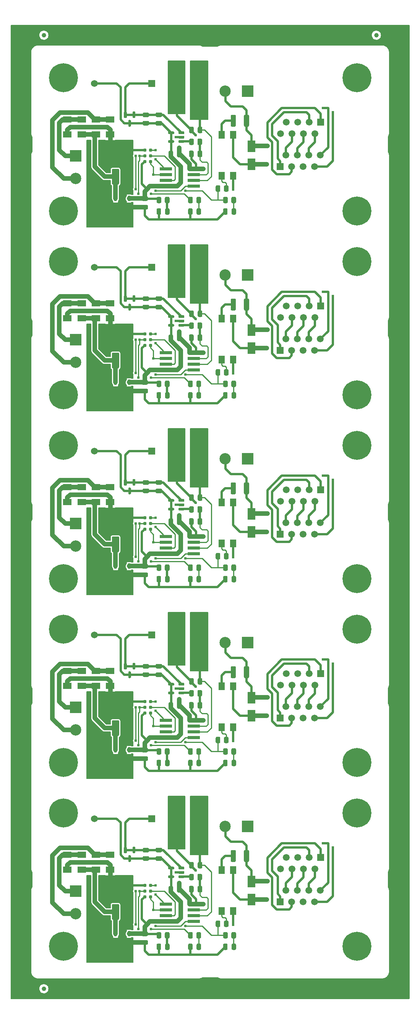
<source format=gtl>
G04 #@! TF.GenerationSoftware,KiCad,Pcbnew,6.0.2+dfsg-1*
G04 #@! TF.CreationDate,2024-05-29T15:43:08-06:00*
G04 #@! TF.ProjectId,mss-crossover-array,6d73732d-6372-46f7-9373-6f7665722d61,rev?*
G04 #@! TF.SameCoordinates,Original*
G04 #@! TF.FileFunction,Copper,L1,Top*
G04 #@! TF.FilePolarity,Positive*
%FSLAX46Y46*%
G04 Gerber Fmt 4.6, Leading zero omitted, Abs format (unit mm)*
G04 Created by KiCad (PCBNEW 6.0.2+dfsg-1) date 2024-05-29 15:43:08*
%MOMM*%
%LPD*%
G01*
G04 APERTURE LIST*
G04 #@! TA.AperFunction,SMDPad,CuDef*
%ADD10R,1.900000X1.400000*%
G04 #@! TD*
G04 #@! TA.AperFunction,ComponentPad*
%ADD11R,1.500000X1.500000*%
G04 #@! TD*
G04 #@! TA.AperFunction,ComponentPad*
%ADD12C,1.500000*%
G04 #@! TD*
G04 #@! TA.AperFunction,SMDPad,CuDef*
%ADD13R,2.800000X0.650000*%
G04 #@! TD*
G04 #@! TA.AperFunction,ComponentPad*
%ADD14C,6.400000*%
G04 #@! TD*
G04 #@! TA.AperFunction,ConnectorPad*
%ADD15C,0.787400*%
G04 #@! TD*
G04 #@! TA.AperFunction,ComponentPad*
%ADD16R,2.500000X2.500000*%
G04 #@! TD*
G04 #@! TA.AperFunction,ComponentPad*
%ADD17C,2.500000*%
G04 #@! TD*
G04 #@! TA.AperFunction,SMDPad,CuDef*
%ADD18R,1.397000X1.701800*%
G04 #@! TD*
G04 #@! TA.AperFunction,ComponentPad*
%ADD19R,1.524000X1.524000*%
G04 #@! TD*
G04 #@! TA.AperFunction,ComponentPad*
%ADD20C,1.524000*%
G04 #@! TD*
G04 #@! TA.AperFunction,SMDPad,CuDef*
%ADD21R,1.800000X2.500000*%
G04 #@! TD*
G04 #@! TA.AperFunction,SMDPad,CuDef*
%ADD22R,0.550000X1.300000*%
G04 #@! TD*
G04 #@! TA.AperFunction,SMDPad,CuDef*
%ADD23C,1.000000*%
G04 #@! TD*
G04 #@! TA.AperFunction,ViaPad*
%ADD24C,0.609600*%
G04 #@! TD*
G04 #@! TA.AperFunction,Conductor*
%ADD25C,0.508000*%
G04 #@! TD*
G04 #@! TA.AperFunction,Conductor*
%ADD26C,1.016000*%
G04 #@! TD*
G04 #@! TA.AperFunction,Conductor*
%ADD27C,0.254000*%
G04 #@! TD*
G04 #@! TA.AperFunction,Conductor*
%ADD28C,0.635000*%
G04 #@! TD*
G04 APERTURE END LIST*
D10*
X116877000Y-81850000D03*
X116877000Y-85150000D03*
G04 #@! TA.AperFunction,SMDPad,CuDef*
G36*
G01*
X146726500Y-86307250D02*
X146726500Y-87207250D01*
G75*
G02*
X146476500Y-87457250I-250000J0D01*
G01*
X145951500Y-87457250D01*
G75*
G02*
X145701500Y-87207250I0J250000D01*
G01*
X145701500Y-86307250D01*
G75*
G02*
X145951500Y-86057250I250000J0D01*
G01*
X146476500Y-86057250D01*
G75*
G02*
X146726500Y-86307250I0J-250000D01*
G01*
G37*
G04 #@! TD.AperFunction*
G04 #@! TA.AperFunction,SMDPad,CuDef*
G36*
G01*
X144901500Y-86307250D02*
X144901500Y-87207250D01*
G75*
G02*
X144651500Y-87457250I-250000J0D01*
G01*
X144126500Y-87457250D01*
G75*
G02*
X143876500Y-87207250I0J250000D01*
G01*
X143876500Y-86307250D01*
G75*
G02*
X144126500Y-86057250I250000J0D01*
G01*
X144651500Y-86057250D01*
G75*
G02*
X144901500Y-86307250I0J-250000D01*
G01*
G37*
G04 #@! TD.AperFunction*
G04 #@! TA.AperFunction,SMDPad,CuDef*
G36*
G01*
X131483250Y-80047000D02*
X131783250Y-80047000D01*
G75*
G02*
X131933250Y-80197000I0J-150000D01*
G01*
X131933250Y-81372000D01*
G75*
G02*
X131783250Y-81522000I-150000J0D01*
G01*
X131483250Y-81522000D01*
G75*
G02*
X131333250Y-81372000I0J150000D01*
G01*
X131333250Y-80197000D01*
G75*
G02*
X131483250Y-80047000I150000J0D01*
G01*
G37*
G04 #@! TD.AperFunction*
G04 #@! TA.AperFunction,SMDPad,CuDef*
G36*
G01*
X129583250Y-80047000D02*
X129883250Y-80047000D01*
G75*
G02*
X130033250Y-80197000I0J-150000D01*
G01*
X130033250Y-81372000D01*
G75*
G02*
X129883250Y-81522000I-150000J0D01*
G01*
X129583250Y-81522000D01*
G75*
G02*
X129433250Y-81372000I0J150000D01*
G01*
X129433250Y-80197000D01*
G75*
G02*
X129583250Y-80047000I150000J0D01*
G01*
G37*
G04 #@! TD.AperFunction*
G04 #@! TA.AperFunction,SMDPad,CuDef*
G36*
G01*
X130533250Y-81922000D02*
X130833250Y-81922000D01*
G75*
G02*
X130983250Y-82072000I0J-150000D01*
G01*
X130983250Y-83247000D01*
G75*
G02*
X130833250Y-83397000I-150000J0D01*
G01*
X130533250Y-83397000D01*
G75*
G02*
X130383250Y-83247000I0J150000D01*
G01*
X130383250Y-82072000D01*
G75*
G02*
X130533250Y-81922000I150000J0D01*
G01*
G37*
G04 #@! TD.AperFunction*
G04 #@! TA.AperFunction,SMDPad,CuDef*
G36*
G01*
X146212000Y-71237000D02*
X145108000Y-71237000D01*
G75*
G02*
X144970000Y-71099000I0J138000D01*
G01*
X144970000Y-69275000D01*
G75*
G02*
X145108000Y-69137000I138000J0D01*
G01*
X146212000Y-69137000D01*
G75*
G02*
X146350000Y-69275000I0J-138000D01*
G01*
X146350000Y-71099000D01*
G75*
G02*
X146212000Y-71237000I-138000J0D01*
G01*
G37*
G04 #@! TD.AperFunction*
G04 #@! TA.AperFunction,SMDPad,CuDef*
G36*
G01*
X146212000Y-80337000D02*
X145108000Y-80337000D01*
G75*
G02*
X144970000Y-80199000I0J138000D01*
G01*
X144970000Y-78375000D01*
G75*
G02*
X145108000Y-78237000I138000J0D01*
G01*
X146212000Y-78237000D01*
G75*
G02*
X146350000Y-78375000I0J-138000D01*
G01*
X146350000Y-80199000D01*
G75*
G02*
X146212000Y-80337000I-138000J0D01*
G01*
G37*
G04 #@! TD.AperFunction*
G04 #@! TA.AperFunction,SMDPad,CuDef*
G36*
G01*
X141732000Y-71237000D02*
X140628000Y-71237000D01*
G75*
G02*
X140490000Y-71099000I0J138000D01*
G01*
X140490000Y-69275000D01*
G75*
G02*
X140628000Y-69137000I138000J0D01*
G01*
X141732000Y-69137000D01*
G75*
G02*
X141870000Y-69275000I0J-138000D01*
G01*
X141870000Y-71099000D01*
G75*
G02*
X141732000Y-71237000I-138000J0D01*
G01*
G37*
G04 #@! TD.AperFunction*
G04 #@! TA.AperFunction,SMDPad,CuDef*
G36*
G01*
X141732000Y-80337000D02*
X140628000Y-80337000D01*
G75*
G02*
X140490000Y-80199000I0J138000D01*
G01*
X140490000Y-78375000D01*
G75*
G02*
X140628000Y-78237000I138000J0D01*
G01*
X141732000Y-78237000D01*
G75*
G02*
X141870000Y-78375000I0J-138000D01*
G01*
X141870000Y-80199000D01*
G75*
G02*
X141732000Y-80337000I-138000J0D01*
G01*
G37*
G04 #@! TD.AperFunction*
G04 #@! TA.AperFunction,SMDPad,CuDef*
G36*
G01*
X146726500Y-167587250D02*
X146726500Y-168487250D01*
G75*
G02*
X146476500Y-168737250I-250000J0D01*
G01*
X145951500Y-168737250D01*
G75*
G02*
X145701500Y-168487250I0J250000D01*
G01*
X145701500Y-167587250D01*
G75*
G02*
X145951500Y-167337250I250000J0D01*
G01*
X146476500Y-167337250D01*
G75*
G02*
X146726500Y-167587250I0J-250000D01*
G01*
G37*
G04 #@! TD.AperFunction*
G04 #@! TA.AperFunction,SMDPad,CuDef*
G36*
G01*
X144901500Y-167587250D02*
X144901500Y-168487250D01*
G75*
G02*
X144651500Y-168737250I-250000J0D01*
G01*
X144126500Y-168737250D01*
G75*
G02*
X143876500Y-168487250I0J250000D01*
G01*
X143876500Y-167587250D01*
G75*
G02*
X144126500Y-167337250I250000J0D01*
G01*
X144651500Y-167337250D01*
G75*
G02*
X144901500Y-167587250I0J-250000D01*
G01*
G37*
G04 #@! TD.AperFunction*
D11*
X172975500Y-41737000D03*
D12*
X171705500Y-44277000D03*
X170435500Y-41737000D03*
X169165500Y-44277000D03*
X167895500Y-41737000D03*
X166625500Y-44277000D03*
X165355500Y-41737000D03*
X164085500Y-44277000D03*
G04 #@! TA.AperFunction,SMDPad,CuDef*
G36*
G01*
X146212000Y-30597000D02*
X145108000Y-30597000D01*
G75*
G02*
X144970000Y-30459000I0J138000D01*
G01*
X144970000Y-28635000D01*
G75*
G02*
X145108000Y-28497000I138000J0D01*
G01*
X146212000Y-28497000D01*
G75*
G02*
X146350000Y-28635000I0J-138000D01*
G01*
X146350000Y-30459000D01*
G75*
G02*
X146212000Y-30597000I-138000J0D01*
G01*
G37*
G04 #@! TD.AperFunction*
G04 #@! TA.AperFunction,SMDPad,CuDef*
G36*
G01*
X146212000Y-39697000D02*
X145108000Y-39697000D01*
G75*
G02*
X144970000Y-39559000I0J138000D01*
G01*
X144970000Y-37735000D01*
G75*
G02*
X145108000Y-37597000I138000J0D01*
G01*
X146212000Y-37597000D01*
G75*
G02*
X146350000Y-37735000I0J-138000D01*
G01*
X146350000Y-39559000D01*
G75*
G02*
X146212000Y-39697000I-138000J0D01*
G01*
G37*
G04 #@! TD.AperFunction*
G04 #@! TA.AperFunction,SMDPad,CuDef*
G36*
G01*
X141732000Y-30597000D02*
X140628000Y-30597000D01*
G75*
G02*
X140490000Y-30459000I0J138000D01*
G01*
X140490000Y-28635000D01*
G75*
G02*
X140628000Y-28497000I138000J0D01*
G01*
X141732000Y-28497000D01*
G75*
G02*
X141870000Y-28635000I0J-138000D01*
G01*
X141870000Y-30459000D01*
G75*
G02*
X141732000Y-30597000I-138000J0D01*
G01*
G37*
G04 #@! TD.AperFunction*
G04 #@! TA.AperFunction,SMDPad,CuDef*
G36*
G01*
X141732000Y-39697000D02*
X140628000Y-39697000D01*
G75*
G02*
X140490000Y-39559000I0J138000D01*
G01*
X140490000Y-37735000D01*
G75*
G02*
X140628000Y-37597000I138000J0D01*
G01*
X141732000Y-37597000D01*
G75*
G02*
X141870000Y-37735000I0J-138000D01*
G01*
X141870000Y-39559000D01*
G75*
G02*
X141732000Y-39697000I-138000J0D01*
G01*
G37*
G04 #@! TD.AperFunction*
G04 #@! TA.AperFunction,SMDPad,CuDef*
G36*
G01*
X134726000Y-164427000D02*
X133826000Y-164427000D01*
G75*
G02*
X133576000Y-164177000I0J250000D01*
G01*
X133576000Y-163652000D01*
G75*
G02*
X133826000Y-163402000I250000J0D01*
G01*
X134726000Y-163402000D01*
G75*
G02*
X134976000Y-163652000I0J-250000D01*
G01*
X134976000Y-164177000D01*
G75*
G02*
X134726000Y-164427000I-250000J0D01*
G01*
G37*
G04 #@! TD.AperFunction*
G04 #@! TA.AperFunction,SMDPad,CuDef*
G36*
G01*
X134726000Y-162602000D02*
X133826000Y-162602000D01*
G75*
G02*
X133576000Y-162352000I0J250000D01*
G01*
X133576000Y-161827000D01*
G75*
G02*
X133826000Y-161577000I250000J0D01*
G01*
X134726000Y-161577000D01*
G75*
G02*
X134976000Y-161827000I0J-250000D01*
G01*
X134976000Y-162352000D01*
G75*
G02*
X134726000Y-162602000I-250000J0D01*
G01*
G37*
G04 #@! TD.AperFunction*
D13*
X144869000Y-177861000D03*
X144869000Y-176591000D03*
X144869000Y-175321000D03*
X144869000Y-174051000D03*
X138669000Y-174051000D03*
X138669000Y-175321000D03*
X138669000Y-176591000D03*
X138669000Y-177861000D03*
X144869000Y-55941000D03*
X144869000Y-54671000D03*
X144869000Y-53401000D03*
X144869000Y-52131000D03*
X138669000Y-52131000D03*
X138669000Y-53401000D03*
X138669000Y-54671000D03*
X138669000Y-55941000D03*
D10*
X126376600Y-203770000D03*
X126376600Y-207070000D03*
G04 #@! TA.AperFunction,SMDPad,CuDef*
G36*
G01*
X139511000Y-221099000D02*
X139511000Y-221999000D01*
G75*
G02*
X139261000Y-222249000I-250000J0D01*
G01*
X138736000Y-222249000D01*
G75*
G02*
X138486000Y-221999000I0J250000D01*
G01*
X138486000Y-221099000D01*
G75*
G02*
X138736000Y-220849000I250000J0D01*
G01*
X139261000Y-220849000D01*
G75*
G02*
X139511000Y-221099000I0J-250000D01*
G01*
G37*
G04 #@! TD.AperFunction*
G04 #@! TA.AperFunction,SMDPad,CuDef*
G36*
G01*
X137686000Y-221099000D02*
X137686000Y-221999000D01*
G75*
G02*
X137436000Y-222249000I-250000J0D01*
G01*
X136911000Y-222249000D01*
G75*
G02*
X136661000Y-221999000I0J250000D01*
G01*
X136661000Y-221099000D01*
G75*
G02*
X136911000Y-220849000I250000J0D01*
G01*
X137436000Y-220849000D01*
G75*
G02*
X137686000Y-221099000I0J-250000D01*
G01*
G37*
G04 #@! TD.AperFunction*
D14*
X115988000Y-102042000D03*
D10*
X126376600Y-81850000D03*
X126376600Y-85150000D03*
D15*
X135292000Y-131760000D03*
X134022000Y-131760000D03*
X135292000Y-130490000D03*
X134022000Y-130490000D03*
X135292000Y-129220000D03*
X134022000Y-129220000D03*
D16*
X118736000Y-49250000D03*
D17*
X118736000Y-54250000D03*
D10*
X126376600Y-41210000D03*
X126376600Y-44510000D03*
D16*
X156842000Y-75580000D03*
D17*
X151842000Y-75580000D03*
D18*
X151040000Y-216151500D03*
X153580000Y-216151500D03*
X153580000Y-207134500D03*
X151040000Y-207134500D03*
D19*
X135546000Y-195768000D03*
D20*
X122846000Y-195768000D03*
D21*
X157644000Y-209643000D03*
X157644000Y-213643000D03*
G04 #@! TA.AperFunction,SMDPad,CuDef*
G36*
G01*
X146726500Y-45667250D02*
X146726500Y-46567250D01*
G75*
G02*
X146476500Y-46817250I-250000J0D01*
G01*
X145951500Y-46817250D01*
G75*
G02*
X145701500Y-46567250I0J250000D01*
G01*
X145701500Y-45667250D01*
G75*
G02*
X145951500Y-45417250I250000J0D01*
G01*
X146476500Y-45417250D01*
G75*
G02*
X146726500Y-45667250I0J-250000D01*
G01*
G37*
G04 #@! TD.AperFunction*
G04 #@! TA.AperFunction,SMDPad,CuDef*
G36*
G01*
X144901500Y-45667250D02*
X144901500Y-46567250D01*
G75*
G02*
X144651500Y-46817250I-250000J0D01*
G01*
X144126500Y-46817250D01*
G75*
G02*
X143876500Y-46567250I0J250000D01*
G01*
X143876500Y-45667250D01*
G75*
G02*
X144126500Y-45417250I250000J0D01*
G01*
X144651500Y-45417250D01*
G75*
G02*
X144901500Y-45667250I0J-250000D01*
G01*
G37*
G04 #@! TD.AperFunction*
G04 #@! TA.AperFunction,SMDPad,CuDef*
G36*
G01*
X151393000Y-140719000D02*
X151393000Y-139819000D01*
G75*
G02*
X151643000Y-139569000I250000J0D01*
G01*
X152168000Y-139569000D01*
G75*
G02*
X152418000Y-139819000I0J-250000D01*
G01*
X152418000Y-140719000D01*
G75*
G02*
X152168000Y-140969000I-250000J0D01*
G01*
X151643000Y-140969000D01*
G75*
G02*
X151393000Y-140719000I0J250000D01*
G01*
G37*
G04 #@! TD.AperFunction*
G04 #@! TA.AperFunction,SMDPad,CuDef*
G36*
G01*
X153218000Y-140719000D02*
X153218000Y-139819000D01*
G75*
G02*
X153468000Y-139569000I250000J0D01*
G01*
X153993000Y-139569000D01*
G75*
G02*
X154243000Y-139819000I0J-250000D01*
G01*
X154243000Y-140719000D01*
G75*
G02*
X153993000Y-140969000I-250000J0D01*
G01*
X153468000Y-140969000D01*
G75*
G02*
X153218000Y-140719000I0J250000D01*
G01*
G37*
G04 #@! TD.AperFunction*
G04 #@! TA.AperFunction,SMDPad,CuDef*
G36*
G01*
X134726000Y-83147000D02*
X133826000Y-83147000D01*
G75*
G02*
X133576000Y-82897000I0J250000D01*
G01*
X133576000Y-82372000D01*
G75*
G02*
X133826000Y-82122000I250000J0D01*
G01*
X134726000Y-82122000D01*
G75*
G02*
X134976000Y-82372000I0J-250000D01*
G01*
X134976000Y-82897000D01*
G75*
G02*
X134726000Y-83147000I-250000J0D01*
G01*
G37*
G04 #@! TD.AperFunction*
G04 #@! TA.AperFunction,SMDPad,CuDef*
G36*
G01*
X134726000Y-81322000D02*
X133826000Y-81322000D01*
G75*
G02*
X133576000Y-81072000I0J250000D01*
G01*
X133576000Y-80547000D01*
G75*
G02*
X133826000Y-80297000I250000J0D01*
G01*
X134726000Y-80297000D01*
G75*
G02*
X134976000Y-80547000I0J-250000D01*
G01*
X134976000Y-81072000D01*
G75*
G02*
X134726000Y-81322000I-250000J0D01*
G01*
G37*
G04 #@! TD.AperFunction*
D19*
X135546000Y-155128000D03*
D20*
X122846000Y-155128000D03*
D22*
X130569000Y-139927500D03*
G04 #@! TA.AperFunction,SMDPad,CuDef*
G36*
X128144000Y-143877500D02*
G01*
X128144000Y-141277500D01*
X128669000Y-140752500D01*
X128669000Y-139277500D01*
X129469000Y-139277500D01*
X129469000Y-140752500D01*
X129994000Y-141277500D01*
X129994000Y-143877500D01*
X128144000Y-143877500D01*
G37*
G04 #@! TD.AperFunction*
X127569000Y-139927500D03*
D10*
X120077400Y-44510000D03*
X120077400Y-41210000D03*
G04 #@! TA.AperFunction,SMDPad,CuDef*
G36*
G01*
X136661000Y-102625250D02*
X136661000Y-101712750D01*
G75*
G02*
X136904750Y-101469000I243750J0D01*
G01*
X137392250Y-101469000D01*
G75*
G02*
X137636000Y-101712750I0J-243750D01*
G01*
X137636000Y-102625250D01*
G75*
G02*
X137392250Y-102869000I-243750J0D01*
G01*
X136904750Y-102869000D01*
G75*
G02*
X136661000Y-102625250I0J243750D01*
G01*
G37*
G04 #@! TD.AperFunction*
G04 #@! TA.AperFunction,SMDPad,CuDef*
G36*
G01*
X138536000Y-102625250D02*
X138536000Y-101712750D01*
G75*
G02*
X138779750Y-101469000I243750J0D01*
G01*
X139267250Y-101469000D01*
G75*
G02*
X139511000Y-101712750I0J-243750D01*
G01*
X139511000Y-102625250D01*
G75*
G02*
X139267250Y-102869000I-243750J0D01*
G01*
X138779750Y-102869000D01*
G75*
G02*
X138536000Y-102625250I0J243750D01*
G01*
G37*
G04 #@! TD.AperFunction*
G04 #@! TA.AperFunction,SMDPad,CuDef*
G36*
G01*
X146775000Y-205580000D02*
X146775000Y-206530000D01*
G75*
G02*
X146525000Y-206780000I-250000J0D01*
G01*
X146025000Y-206780000D01*
G75*
G02*
X145775000Y-206530000I0J250000D01*
G01*
X145775000Y-205580000D01*
G75*
G02*
X146025000Y-205330000I250000J0D01*
G01*
X146525000Y-205330000D01*
G75*
G02*
X146775000Y-205580000I0J-250000D01*
G01*
G37*
G04 #@! TD.AperFunction*
G04 #@! TA.AperFunction,SMDPad,CuDef*
G36*
G01*
X144875000Y-205580000D02*
X144875000Y-206530000D01*
G75*
G02*
X144625000Y-206780000I-250000J0D01*
G01*
X144125000Y-206780000D01*
G75*
G02*
X143875000Y-206530000I0J250000D01*
G01*
X143875000Y-205580000D01*
G75*
G02*
X144125000Y-205330000I250000J0D01*
G01*
X144625000Y-205330000D01*
G75*
G02*
X144875000Y-205580000I0J-250000D01*
G01*
G37*
G04 #@! TD.AperFunction*
G04 #@! TA.AperFunction,SMDPad,CuDef*
G36*
G01*
X146751500Y-129589250D02*
X146751500Y-130539250D01*
G75*
G02*
X146501500Y-130789250I-250000J0D01*
G01*
X146001500Y-130789250D01*
G75*
G02*
X145751500Y-130539250I0J250000D01*
G01*
X145751500Y-129589250D01*
G75*
G02*
X146001500Y-129339250I250000J0D01*
G01*
X146501500Y-129339250D01*
G75*
G02*
X146751500Y-129589250I0J-250000D01*
G01*
G37*
G04 #@! TD.AperFunction*
G04 #@! TA.AperFunction,SMDPad,CuDef*
G36*
G01*
X144851500Y-129589250D02*
X144851500Y-130539250D01*
G75*
G02*
X144601500Y-130789250I-250000J0D01*
G01*
X144101500Y-130789250D01*
G75*
G02*
X143851500Y-130539250I0J250000D01*
G01*
X143851500Y-129589250D01*
G75*
G02*
X144101500Y-129339250I250000J0D01*
G01*
X144601500Y-129339250D01*
G75*
G02*
X144851500Y-129589250I0J-250000D01*
G01*
G37*
G04 #@! TD.AperFunction*
G04 #@! TA.AperFunction,SMDPad,CuDef*
G36*
G01*
X143646000Y-100079000D02*
X143646000Y-99179000D01*
G75*
G02*
X143896000Y-98929000I250000J0D01*
G01*
X144421000Y-98929000D01*
G75*
G02*
X144671000Y-99179000I0J-250000D01*
G01*
X144671000Y-100079000D01*
G75*
G02*
X144421000Y-100329000I-250000J0D01*
G01*
X143896000Y-100329000D01*
G75*
G02*
X143646000Y-100079000I0J250000D01*
G01*
G37*
G04 #@! TD.AperFunction*
G04 #@! TA.AperFunction,SMDPad,CuDef*
G36*
G01*
X145471000Y-100079000D02*
X145471000Y-99179000D01*
G75*
G02*
X145721000Y-98929000I250000J0D01*
G01*
X146246000Y-98929000D01*
G75*
G02*
X146496000Y-99179000I0J-250000D01*
G01*
X146496000Y-100079000D01*
G75*
G02*
X146246000Y-100329000I-250000J0D01*
G01*
X145721000Y-100329000D01*
G75*
G02*
X145471000Y-100079000I0J250000D01*
G01*
G37*
G04 #@! TD.AperFunction*
G04 #@! TA.AperFunction,SMDPad,CuDef*
G36*
G01*
X139303000Y-89944000D02*
X139303000Y-88994000D01*
G75*
G02*
X139553000Y-88744000I250000J0D01*
G01*
X140053000Y-88744000D01*
G75*
G02*
X140303000Y-88994000I0J-250000D01*
G01*
X140303000Y-89944000D01*
G75*
G02*
X140053000Y-90194000I-250000J0D01*
G01*
X139553000Y-90194000D01*
G75*
G02*
X139303000Y-89944000I0J250000D01*
G01*
G37*
G04 #@! TD.AperFunction*
G04 #@! TA.AperFunction,SMDPad,CuDef*
G36*
G01*
X141203000Y-89944000D02*
X141203000Y-88994000D01*
G75*
G02*
X141453000Y-88744000I250000J0D01*
G01*
X141953000Y-88744000D01*
G75*
G02*
X142203000Y-88994000I0J-250000D01*
G01*
X142203000Y-89944000D01*
G75*
G02*
X141953000Y-90194000I-250000J0D01*
G01*
X141453000Y-90194000D01*
G75*
G02*
X141203000Y-89944000I0J250000D01*
G01*
G37*
G04 #@! TD.AperFunction*
X126376600Y-163130000D03*
X126376600Y-166430000D03*
D18*
X151040000Y-94231500D03*
X153580000Y-94231500D03*
X153580000Y-85214500D03*
X151040000Y-85214500D03*
D21*
X157644000Y-87723000D03*
X157644000Y-91723000D03*
D10*
X116877000Y-122490000D03*
X116877000Y-125790000D03*
G04 #@! TA.AperFunction,SMDPad,CuDef*
G36*
G01*
X139511000Y-99179000D02*
X139511000Y-100079000D01*
G75*
G02*
X139261000Y-100329000I-250000J0D01*
G01*
X138736000Y-100329000D01*
G75*
G02*
X138486000Y-100079000I0J250000D01*
G01*
X138486000Y-99179000D01*
G75*
G02*
X138736000Y-98929000I250000J0D01*
G01*
X139261000Y-98929000D01*
G75*
G02*
X139511000Y-99179000I0J-250000D01*
G01*
G37*
G04 #@! TD.AperFunction*
G04 #@! TA.AperFunction,SMDPad,CuDef*
G36*
G01*
X137686000Y-99179000D02*
X137686000Y-100079000D01*
G75*
G02*
X137436000Y-100329000I-250000J0D01*
G01*
X136911000Y-100329000D01*
G75*
G02*
X136661000Y-100079000I0J250000D01*
G01*
X136661000Y-99179000D01*
G75*
G02*
X136911000Y-98929000I250000J0D01*
G01*
X137436000Y-98929000D01*
G75*
G02*
X137686000Y-99179000I0J-250000D01*
G01*
G37*
G04 #@! TD.AperFunction*
G04 #@! TA.AperFunction,SMDPad,CuDef*
G36*
G01*
X133547000Y-58174000D02*
X134497000Y-58174000D01*
G75*
G02*
X134747000Y-58424000I0J-250000D01*
G01*
X134747000Y-58924000D01*
G75*
G02*
X134497000Y-59174000I-250000J0D01*
G01*
X133547000Y-59174000D01*
G75*
G02*
X133297000Y-58924000I0J250000D01*
G01*
X133297000Y-58424000D01*
G75*
G02*
X133547000Y-58174000I250000J0D01*
G01*
G37*
G04 #@! TD.AperFunction*
G04 #@! TA.AperFunction,SMDPad,CuDef*
G36*
G01*
X133547000Y-60074000D02*
X134497000Y-60074000D01*
G75*
G02*
X134747000Y-60324000I0J-250000D01*
G01*
X134747000Y-60824000D01*
G75*
G02*
X134497000Y-61074000I-250000J0D01*
G01*
X133547000Y-61074000D01*
G75*
G02*
X133297000Y-60824000I0J250000D01*
G01*
X133297000Y-60324000D01*
G75*
G02*
X133547000Y-60074000I250000J0D01*
G01*
G37*
G04 #@! TD.AperFunction*
D11*
X172975500Y-163657000D03*
D12*
X171705500Y-166197000D03*
X170435500Y-163657000D03*
X169165500Y-166197000D03*
X167895500Y-163657000D03*
X166625500Y-166197000D03*
X165355500Y-163657000D03*
X164085500Y-166197000D03*
D15*
X135292000Y-50480000D03*
X134022000Y-50480000D03*
X135292000Y-49210000D03*
X134022000Y-49210000D03*
X135292000Y-47940000D03*
X134022000Y-47940000D03*
G04 #@! TA.AperFunction,SMDPad,CuDef*
G36*
G01*
X131483250Y-120687000D02*
X131783250Y-120687000D01*
G75*
G02*
X131933250Y-120837000I0J-150000D01*
G01*
X131933250Y-122012000D01*
G75*
G02*
X131783250Y-122162000I-150000J0D01*
G01*
X131483250Y-122162000D01*
G75*
G02*
X131333250Y-122012000I0J150000D01*
G01*
X131333250Y-120837000D01*
G75*
G02*
X131483250Y-120687000I150000J0D01*
G01*
G37*
G04 #@! TD.AperFunction*
G04 #@! TA.AperFunction,SMDPad,CuDef*
G36*
G01*
X129583250Y-120687000D02*
X129883250Y-120687000D01*
G75*
G02*
X130033250Y-120837000I0J-150000D01*
G01*
X130033250Y-122012000D01*
G75*
G02*
X129883250Y-122162000I-150000J0D01*
G01*
X129583250Y-122162000D01*
G75*
G02*
X129433250Y-122012000I0J150000D01*
G01*
X129433250Y-120837000D01*
G75*
G02*
X129583250Y-120687000I150000J0D01*
G01*
G37*
G04 #@! TD.AperFunction*
G04 #@! TA.AperFunction,SMDPad,CuDef*
G36*
G01*
X130533250Y-122562000D02*
X130833250Y-122562000D01*
G75*
G02*
X130983250Y-122712000I0J-150000D01*
G01*
X130983250Y-123887000D01*
G75*
G02*
X130833250Y-124037000I-150000J0D01*
G01*
X130533250Y-124037000D01*
G75*
G02*
X130383250Y-123887000I0J150000D01*
G01*
X130383250Y-122712000D01*
G75*
G02*
X130533250Y-122562000I150000J0D01*
G01*
G37*
G04 #@! TD.AperFunction*
G04 #@! TA.AperFunction,SMDPad,CuDef*
G36*
G01*
X151393000Y-183905250D02*
X151393000Y-182992750D01*
G75*
G02*
X151636750Y-182749000I243750J0D01*
G01*
X152124250Y-182749000D01*
G75*
G02*
X152368000Y-182992750I0J-243750D01*
G01*
X152368000Y-183905250D01*
G75*
G02*
X152124250Y-184149000I-243750J0D01*
G01*
X151636750Y-184149000D01*
G75*
G02*
X151393000Y-183905250I0J243750D01*
G01*
G37*
G04 #@! TD.AperFunction*
G04 #@! TA.AperFunction,SMDPad,CuDef*
G36*
G01*
X153268000Y-183905250D02*
X153268000Y-182992750D01*
G75*
G02*
X153511750Y-182749000I243750J0D01*
G01*
X153999250Y-182749000D01*
G75*
G02*
X154243000Y-182992750I0J-243750D01*
G01*
X154243000Y-183905250D01*
G75*
G02*
X153999250Y-184149000I-243750J0D01*
G01*
X153511750Y-184149000D01*
G75*
G02*
X153268000Y-183905250I0J243750D01*
G01*
G37*
G04 #@! TD.AperFunction*
X135292000Y-172400000D03*
X134022000Y-172400000D03*
X135292000Y-171130000D03*
X134022000Y-171130000D03*
X135292000Y-169860000D03*
X134022000Y-169860000D03*
G04 #@! TA.AperFunction,SMDPad,CuDef*
G36*
G01*
X142801500Y-208445000D02*
X142801500Y-208745000D01*
G75*
G02*
X142651500Y-208895000I-150000J0D01*
G01*
X141626500Y-208895000D01*
G75*
G02*
X141476500Y-208745000I0J150000D01*
G01*
X141476500Y-208445000D01*
G75*
G02*
X141626500Y-208295000I150000J0D01*
G01*
X142651500Y-208295000D01*
G75*
G02*
X142801500Y-208445000I0J-150000D01*
G01*
G37*
G04 #@! TD.AperFunction*
G04 #@! TA.AperFunction,SMDPad,CuDef*
G36*
G01*
X142801500Y-207495000D02*
X142801500Y-207795000D01*
G75*
G02*
X142651500Y-207945000I-150000J0D01*
G01*
X141626500Y-207945000D01*
G75*
G02*
X141476500Y-207795000I0J150000D01*
G01*
X141476500Y-207495000D01*
G75*
G02*
X141626500Y-207345000I150000J0D01*
G01*
X142651500Y-207345000D01*
G75*
G02*
X142801500Y-207495000I0J-150000D01*
G01*
G37*
G04 #@! TD.AperFunction*
G04 #@! TA.AperFunction,SMDPad,CuDef*
G36*
G01*
X142801500Y-206545000D02*
X142801500Y-206845000D01*
G75*
G02*
X142651500Y-206995000I-150000J0D01*
G01*
X141626500Y-206995000D01*
G75*
G02*
X141476500Y-206845000I0J150000D01*
G01*
X141476500Y-206545000D01*
G75*
G02*
X141626500Y-206395000I150000J0D01*
G01*
X142651500Y-206395000D01*
G75*
G02*
X142801500Y-206545000I0J-150000D01*
G01*
G37*
G04 #@! TD.AperFunction*
G04 #@! TA.AperFunction,SMDPad,CuDef*
G36*
G01*
X140526500Y-206545000D02*
X140526500Y-206845000D01*
G75*
G02*
X140376500Y-206995000I-150000J0D01*
G01*
X139351500Y-206995000D01*
G75*
G02*
X139201500Y-206845000I0J150000D01*
G01*
X139201500Y-206545000D01*
G75*
G02*
X139351500Y-206395000I150000J0D01*
G01*
X140376500Y-206395000D01*
G75*
G02*
X140526500Y-206545000I0J-150000D01*
G01*
G37*
G04 #@! TD.AperFunction*
G04 #@! TA.AperFunction,SMDPad,CuDef*
G36*
G01*
X140526500Y-208445000D02*
X140526500Y-208745000D01*
G75*
G02*
X140376500Y-208895000I-150000J0D01*
G01*
X139351500Y-208895000D01*
G75*
G02*
X139201500Y-208745000I0J150000D01*
G01*
X139201500Y-208445000D01*
G75*
G02*
X139351500Y-208295000I150000J0D01*
G01*
X140376500Y-208295000D01*
G75*
G02*
X140526500Y-208445000I0J-150000D01*
G01*
G37*
G04 #@! TD.AperFunction*
G04 #@! TA.AperFunction,SMDPad,CuDef*
G36*
G01*
X136685250Y-161552000D02*
X137635250Y-161552000D01*
G75*
G02*
X137885250Y-161802000I0J-250000D01*
G01*
X137885250Y-162302000D01*
G75*
G02*
X137635250Y-162552000I-250000J0D01*
G01*
X136685250Y-162552000D01*
G75*
G02*
X136435250Y-162302000I0J250000D01*
G01*
X136435250Y-161802000D01*
G75*
G02*
X136685250Y-161552000I250000J0D01*
G01*
G37*
G04 #@! TD.AperFunction*
G04 #@! TA.AperFunction,SMDPad,CuDef*
G36*
G01*
X136685250Y-163452000D02*
X137635250Y-163452000D01*
G75*
G02*
X137885250Y-163702000I0J-250000D01*
G01*
X137885250Y-164202000D01*
G75*
G02*
X137635250Y-164452000I-250000J0D01*
G01*
X136685250Y-164452000D01*
G75*
G02*
X136435250Y-164202000I0J250000D01*
G01*
X136435250Y-163702000D01*
G75*
G02*
X136685250Y-163452000I250000J0D01*
G01*
G37*
G04 #@! TD.AperFunction*
G04 #@! TA.AperFunction,SMDPad,CuDef*
G36*
G01*
X136685250Y-120912000D02*
X137635250Y-120912000D01*
G75*
G02*
X137885250Y-121162000I0J-250000D01*
G01*
X137885250Y-121662000D01*
G75*
G02*
X137635250Y-121912000I-250000J0D01*
G01*
X136685250Y-121912000D01*
G75*
G02*
X136435250Y-121662000I0J250000D01*
G01*
X136435250Y-121162000D01*
G75*
G02*
X136685250Y-120912000I250000J0D01*
G01*
G37*
G04 #@! TD.AperFunction*
G04 #@! TA.AperFunction,SMDPad,CuDef*
G36*
G01*
X136685250Y-122812000D02*
X137635250Y-122812000D01*
G75*
G02*
X137885250Y-123062000I0J-250000D01*
G01*
X137885250Y-123562000D01*
G75*
G02*
X137635250Y-123812000I-250000J0D01*
G01*
X136685250Y-123812000D01*
G75*
G02*
X136435250Y-123562000I0J250000D01*
G01*
X136435250Y-123062000D01*
G75*
G02*
X136685250Y-122812000I250000J0D01*
G01*
G37*
G04 #@! TD.AperFunction*
G04 #@! TA.AperFunction,SMDPad,CuDef*
G36*
G01*
X142801500Y-127165000D02*
X142801500Y-127465000D01*
G75*
G02*
X142651500Y-127615000I-150000J0D01*
G01*
X141626500Y-127615000D01*
G75*
G02*
X141476500Y-127465000I0J150000D01*
G01*
X141476500Y-127165000D01*
G75*
G02*
X141626500Y-127015000I150000J0D01*
G01*
X142651500Y-127015000D01*
G75*
G02*
X142801500Y-127165000I0J-150000D01*
G01*
G37*
G04 #@! TD.AperFunction*
G04 #@! TA.AperFunction,SMDPad,CuDef*
G36*
G01*
X142801500Y-126215000D02*
X142801500Y-126515000D01*
G75*
G02*
X142651500Y-126665000I-150000J0D01*
G01*
X141626500Y-126665000D01*
G75*
G02*
X141476500Y-126515000I0J150000D01*
G01*
X141476500Y-126215000D01*
G75*
G02*
X141626500Y-126065000I150000J0D01*
G01*
X142651500Y-126065000D01*
G75*
G02*
X142801500Y-126215000I0J-150000D01*
G01*
G37*
G04 #@! TD.AperFunction*
G04 #@! TA.AperFunction,SMDPad,CuDef*
G36*
G01*
X142801500Y-125265000D02*
X142801500Y-125565000D01*
G75*
G02*
X142651500Y-125715000I-150000J0D01*
G01*
X141626500Y-125715000D01*
G75*
G02*
X141476500Y-125565000I0J150000D01*
G01*
X141476500Y-125265000D01*
G75*
G02*
X141626500Y-125115000I150000J0D01*
G01*
X142651500Y-125115000D01*
G75*
G02*
X142801500Y-125265000I0J-150000D01*
G01*
G37*
G04 #@! TD.AperFunction*
G04 #@! TA.AperFunction,SMDPad,CuDef*
G36*
G01*
X140526500Y-125265000D02*
X140526500Y-125565000D01*
G75*
G02*
X140376500Y-125715000I-150000J0D01*
G01*
X139351500Y-125715000D01*
G75*
G02*
X139201500Y-125565000I0J150000D01*
G01*
X139201500Y-125265000D01*
G75*
G02*
X139351500Y-125115000I150000J0D01*
G01*
X140376500Y-125115000D01*
G75*
G02*
X140526500Y-125265000I0J-150000D01*
G01*
G37*
G04 #@! TD.AperFunction*
G04 #@! TA.AperFunction,SMDPad,CuDef*
G36*
G01*
X140526500Y-127165000D02*
X140526500Y-127465000D01*
G75*
G02*
X140376500Y-127615000I-150000J0D01*
G01*
X139351500Y-127615000D01*
G75*
G02*
X139201500Y-127465000I0J150000D01*
G01*
X139201500Y-127165000D01*
G75*
G02*
X139351500Y-127015000I150000J0D01*
G01*
X140376500Y-127015000D01*
G75*
G02*
X140526500Y-127165000I0J-150000D01*
G01*
G37*
G04 #@! TD.AperFunction*
D13*
X144869000Y-137221000D03*
X144869000Y-135951000D03*
X144869000Y-134681000D03*
X144869000Y-133411000D03*
X138669000Y-133411000D03*
X138669000Y-134681000D03*
X138669000Y-135951000D03*
X138669000Y-137221000D03*
G04 #@! TA.AperFunction,SMDPad,CuDef*
G36*
G01*
X152592000Y-218559000D02*
X152592000Y-219459000D01*
G75*
G02*
X152342000Y-219709000I-250000J0D01*
G01*
X151817000Y-219709000D01*
G75*
G02*
X151567000Y-219459000I0J250000D01*
G01*
X151567000Y-218559000D01*
G75*
G02*
X151817000Y-218309000I250000J0D01*
G01*
X152342000Y-218309000D01*
G75*
G02*
X152592000Y-218559000I0J-250000D01*
G01*
G37*
G04 #@! TD.AperFunction*
G04 #@! TA.AperFunction,SMDPad,CuDef*
G36*
G01*
X150767000Y-218559000D02*
X150767000Y-219459000D01*
G75*
G02*
X150517000Y-219709000I-250000J0D01*
G01*
X149992000Y-219709000D01*
G75*
G02*
X149742000Y-219459000I0J250000D01*
G01*
X149742000Y-218559000D01*
G75*
G02*
X149992000Y-218309000I250000J0D01*
G01*
X150517000Y-218309000D01*
G75*
G02*
X150767000Y-218559000I0J-250000D01*
G01*
G37*
G04 #@! TD.AperFunction*
G04 #@! TA.AperFunction,SMDPad,CuDef*
G36*
G01*
X143646000Y-140719000D02*
X143646000Y-139819000D01*
G75*
G02*
X143896000Y-139569000I250000J0D01*
G01*
X144421000Y-139569000D01*
G75*
G02*
X144671000Y-139819000I0J-250000D01*
G01*
X144671000Y-140719000D01*
G75*
G02*
X144421000Y-140969000I-250000J0D01*
G01*
X143896000Y-140969000D01*
G75*
G02*
X143646000Y-140719000I0J250000D01*
G01*
G37*
G04 #@! TD.AperFunction*
G04 #@! TA.AperFunction,SMDPad,CuDef*
G36*
G01*
X145471000Y-140719000D02*
X145471000Y-139819000D01*
G75*
G02*
X145721000Y-139569000I250000J0D01*
G01*
X146246000Y-139569000D01*
G75*
G02*
X146496000Y-139819000I0J-250000D01*
G01*
X146496000Y-140719000D01*
G75*
G02*
X146246000Y-140969000I-250000J0D01*
G01*
X145721000Y-140969000D01*
G75*
G02*
X145471000Y-140719000I0J250000D01*
G01*
G37*
G04 #@! TD.AperFunction*
D18*
X151040000Y-134871500D03*
X153580000Y-134871500D03*
X153580000Y-125854500D03*
X151040000Y-125854500D03*
G04 #@! TA.AperFunction,SMDPad,CuDef*
G36*
G01*
X151393000Y-181359000D02*
X151393000Y-180459000D01*
G75*
G02*
X151643000Y-180209000I250000J0D01*
G01*
X152168000Y-180209000D01*
G75*
G02*
X152418000Y-180459000I0J-250000D01*
G01*
X152418000Y-181359000D01*
G75*
G02*
X152168000Y-181609000I-250000J0D01*
G01*
X151643000Y-181609000D01*
G75*
G02*
X151393000Y-181359000I0J250000D01*
G01*
G37*
G04 #@! TD.AperFunction*
G04 #@! TA.AperFunction,SMDPad,CuDef*
G36*
G01*
X153218000Y-181359000D02*
X153218000Y-180459000D01*
G75*
G02*
X153468000Y-180209000I250000J0D01*
G01*
X153993000Y-180209000D01*
G75*
G02*
X154243000Y-180459000I0J-250000D01*
G01*
X154243000Y-181359000D01*
G75*
G02*
X153993000Y-181609000I-250000J0D01*
G01*
X153468000Y-181609000D01*
G75*
G02*
X153218000Y-181359000I0J250000D01*
G01*
G37*
G04 #@! TD.AperFunction*
D10*
X123252400Y-166430000D03*
X123252400Y-163130000D03*
G04 #@! TA.AperFunction,SMDPad,CuDef*
G36*
G01*
X133547000Y-180094000D02*
X134497000Y-180094000D01*
G75*
G02*
X134747000Y-180344000I0J-250000D01*
G01*
X134747000Y-180844000D01*
G75*
G02*
X134497000Y-181094000I-250000J0D01*
G01*
X133547000Y-181094000D01*
G75*
G02*
X133297000Y-180844000I0J250000D01*
G01*
X133297000Y-180344000D01*
G75*
G02*
X133547000Y-180094000I250000J0D01*
G01*
G37*
G04 #@! TD.AperFunction*
G04 #@! TA.AperFunction,SMDPad,CuDef*
G36*
G01*
X133547000Y-181994000D02*
X134497000Y-181994000D01*
G75*
G02*
X134747000Y-182244000I0J-250000D01*
G01*
X134747000Y-182744000D01*
G75*
G02*
X134497000Y-182994000I-250000J0D01*
G01*
X133547000Y-182994000D01*
G75*
G02*
X133297000Y-182744000I0J250000D01*
G01*
X133297000Y-182244000D01*
G75*
G02*
X133547000Y-181994000I250000J0D01*
G01*
G37*
G04 #@! TD.AperFunction*
D23*
X111670000Y-233360000D03*
D11*
X172975500Y-123017000D03*
D12*
X171705500Y-125557000D03*
X170435500Y-123017000D03*
X169165500Y-125557000D03*
X167895500Y-123017000D03*
X166625500Y-125557000D03*
X165355500Y-123017000D03*
X164085500Y-125557000D03*
D21*
X157644000Y-47083000D03*
X157644000Y-51083000D03*
D19*
X135546000Y-73848000D03*
D20*
X122846000Y-73848000D03*
D16*
X118736000Y-211810000D03*
D17*
X118736000Y-216810000D03*
D14*
X181012000Y-61402000D03*
D11*
X172975500Y-82377000D03*
D12*
X171705500Y-84917000D03*
X170435500Y-82377000D03*
X169165500Y-84917000D03*
X167895500Y-82377000D03*
X166625500Y-84917000D03*
X165355500Y-82377000D03*
X164085500Y-84917000D03*
G04 #@! TA.AperFunction,SMDPad,CuDef*
G36*
G01*
X139511000Y-58539000D02*
X139511000Y-59439000D01*
G75*
G02*
X139261000Y-59689000I-250000J0D01*
G01*
X138736000Y-59689000D01*
G75*
G02*
X138486000Y-59439000I0J250000D01*
G01*
X138486000Y-58539000D01*
G75*
G02*
X138736000Y-58289000I250000J0D01*
G01*
X139261000Y-58289000D01*
G75*
G02*
X139511000Y-58539000I0J-250000D01*
G01*
G37*
G04 #@! TD.AperFunction*
G04 #@! TA.AperFunction,SMDPad,CuDef*
G36*
G01*
X137686000Y-58539000D02*
X137686000Y-59439000D01*
G75*
G02*
X137436000Y-59689000I-250000J0D01*
G01*
X136911000Y-59689000D01*
G75*
G02*
X136661000Y-59439000I0J250000D01*
G01*
X136661000Y-58539000D01*
G75*
G02*
X136911000Y-58289000I250000J0D01*
G01*
X137436000Y-58289000D01*
G75*
G02*
X137686000Y-58539000I0J-250000D01*
G01*
G37*
G04 #@! TD.AperFunction*
G04 #@! TA.AperFunction,SMDPad,CuDef*
G36*
G01*
X136685250Y-202192000D02*
X137635250Y-202192000D01*
G75*
G02*
X137885250Y-202442000I0J-250000D01*
G01*
X137885250Y-202942000D01*
G75*
G02*
X137635250Y-203192000I-250000J0D01*
G01*
X136685250Y-203192000D01*
G75*
G02*
X136435250Y-202942000I0J250000D01*
G01*
X136435250Y-202442000D01*
G75*
G02*
X136685250Y-202192000I250000J0D01*
G01*
G37*
G04 #@! TD.AperFunction*
G04 #@! TA.AperFunction,SMDPad,CuDef*
G36*
G01*
X136685250Y-204092000D02*
X137635250Y-204092000D01*
G75*
G02*
X137885250Y-204342000I0J-250000D01*
G01*
X137885250Y-204842000D01*
G75*
G02*
X137635250Y-205092000I-250000J0D01*
G01*
X136685250Y-205092000D01*
G75*
G02*
X136435250Y-204842000I0J250000D01*
G01*
X136435250Y-204342000D01*
G75*
G02*
X136685250Y-204092000I250000J0D01*
G01*
G37*
G04 #@! TD.AperFunction*
G04 #@! TA.AperFunction,SMDPad,CuDef*
G36*
G01*
X142801500Y-167805000D02*
X142801500Y-168105000D01*
G75*
G02*
X142651500Y-168255000I-150000J0D01*
G01*
X141626500Y-168255000D01*
G75*
G02*
X141476500Y-168105000I0J150000D01*
G01*
X141476500Y-167805000D01*
G75*
G02*
X141626500Y-167655000I150000J0D01*
G01*
X142651500Y-167655000D01*
G75*
G02*
X142801500Y-167805000I0J-150000D01*
G01*
G37*
G04 #@! TD.AperFunction*
G04 #@! TA.AperFunction,SMDPad,CuDef*
G36*
G01*
X142801500Y-166855000D02*
X142801500Y-167155000D01*
G75*
G02*
X142651500Y-167305000I-150000J0D01*
G01*
X141626500Y-167305000D01*
G75*
G02*
X141476500Y-167155000I0J150000D01*
G01*
X141476500Y-166855000D01*
G75*
G02*
X141626500Y-166705000I150000J0D01*
G01*
X142651500Y-166705000D01*
G75*
G02*
X142801500Y-166855000I0J-150000D01*
G01*
G37*
G04 #@! TD.AperFunction*
G04 #@! TA.AperFunction,SMDPad,CuDef*
G36*
G01*
X142801500Y-165905000D02*
X142801500Y-166205000D01*
G75*
G02*
X142651500Y-166355000I-150000J0D01*
G01*
X141626500Y-166355000D01*
G75*
G02*
X141476500Y-166205000I0J150000D01*
G01*
X141476500Y-165905000D01*
G75*
G02*
X141626500Y-165755000I150000J0D01*
G01*
X142651500Y-165755000D01*
G75*
G02*
X142801500Y-165905000I0J-150000D01*
G01*
G37*
G04 #@! TD.AperFunction*
G04 #@! TA.AperFunction,SMDPad,CuDef*
G36*
G01*
X140526500Y-165905000D02*
X140526500Y-166205000D01*
G75*
G02*
X140376500Y-166355000I-150000J0D01*
G01*
X139351500Y-166355000D01*
G75*
G02*
X139201500Y-166205000I0J150000D01*
G01*
X139201500Y-165905000D01*
G75*
G02*
X139351500Y-165755000I150000J0D01*
G01*
X140376500Y-165755000D01*
G75*
G02*
X140526500Y-165905000I0J-150000D01*
G01*
G37*
G04 #@! TD.AperFunction*
G04 #@! TA.AperFunction,SMDPad,CuDef*
G36*
G01*
X140526500Y-167805000D02*
X140526500Y-168105000D01*
G75*
G02*
X140376500Y-168255000I-150000J0D01*
G01*
X139351500Y-168255000D01*
G75*
G02*
X139201500Y-168105000I0J150000D01*
G01*
X139201500Y-167805000D01*
G75*
G02*
X139351500Y-167655000I150000J0D01*
G01*
X140376500Y-167655000D01*
G75*
G02*
X140526500Y-167805000I0J-150000D01*
G01*
G37*
G04 #@! TD.AperFunction*
G04 #@! TA.AperFunction,SMDPad,CuDef*
G36*
G01*
X128095000Y-55565000D02*
X126995000Y-55565000D01*
G75*
G02*
X126745000Y-55315000I0J250000D01*
G01*
X126745000Y-52315000D01*
G75*
G02*
X126995000Y-52065000I250000J0D01*
G01*
X128095000Y-52065000D01*
G75*
G02*
X128345000Y-52315000I0J-250000D01*
G01*
X128345000Y-55315000D01*
G75*
G02*
X128095000Y-55565000I-250000J0D01*
G01*
G37*
G04 #@! TD.AperFunction*
G04 #@! TA.AperFunction,SMDPad,CuDef*
G36*
G01*
X128095000Y-50165000D02*
X126995000Y-50165000D01*
G75*
G02*
X126745000Y-49915000I0J250000D01*
G01*
X126745000Y-46915000D01*
G75*
G02*
X126995000Y-46665000I250000J0D01*
G01*
X128095000Y-46665000D01*
G75*
G02*
X128345000Y-46915000I0J-250000D01*
G01*
X128345000Y-49915000D01*
G75*
G02*
X128095000Y-50165000I-250000J0D01*
G01*
G37*
G04 #@! TD.AperFunction*
D16*
X156842000Y-156860000D03*
D17*
X151842000Y-156860000D03*
D22*
X130569000Y-58647500D03*
G04 #@! TA.AperFunction,SMDPad,CuDef*
G36*
X128144000Y-62597500D02*
G01*
X128144000Y-59997500D01*
X128669000Y-59472500D01*
X128669000Y-57997500D01*
X129469000Y-57997500D01*
X129469000Y-59472500D01*
X129994000Y-59997500D01*
X129994000Y-62597500D01*
X128144000Y-62597500D01*
G37*
G04 #@! TD.AperFunction*
X127569000Y-58647500D03*
D11*
X164029500Y-132883000D03*
D12*
X165299500Y-130343000D03*
X166569500Y-132883000D03*
X167839500Y-130343000D03*
X169109500Y-132883000D03*
X170379500Y-130343000D03*
X171649500Y-132883000D03*
X172919500Y-130343000D03*
D15*
X135292000Y-91120000D03*
X134022000Y-91120000D03*
X135292000Y-89850000D03*
X134022000Y-89850000D03*
X135292000Y-88580000D03*
X134022000Y-88580000D03*
G04 #@! TA.AperFunction,SMDPad,CuDef*
G36*
G01*
X152592000Y-96639000D02*
X152592000Y-97539000D01*
G75*
G02*
X152342000Y-97789000I-250000J0D01*
G01*
X151817000Y-97789000D01*
G75*
G02*
X151567000Y-97539000I0J250000D01*
G01*
X151567000Y-96639000D01*
G75*
G02*
X151817000Y-96389000I250000J0D01*
G01*
X152342000Y-96389000D01*
G75*
G02*
X152592000Y-96639000I0J-250000D01*
G01*
G37*
G04 #@! TD.AperFunction*
G04 #@! TA.AperFunction,SMDPad,CuDef*
G36*
G01*
X150767000Y-96639000D02*
X150767000Y-97539000D01*
G75*
G02*
X150517000Y-97789000I-250000J0D01*
G01*
X149992000Y-97789000D01*
G75*
G02*
X149742000Y-97539000I0J250000D01*
G01*
X149742000Y-96639000D01*
G75*
G02*
X149992000Y-96389000I250000J0D01*
G01*
X150517000Y-96389000D01*
G75*
G02*
X150767000Y-96639000I0J-250000D01*
G01*
G37*
G04 #@! TD.AperFunction*
G04 #@! TA.AperFunction,SMDPad,CuDef*
G36*
G01*
X143646000Y-183905250D02*
X143646000Y-182992750D01*
G75*
G02*
X143889750Y-182749000I243750J0D01*
G01*
X144377250Y-182749000D01*
G75*
G02*
X144621000Y-182992750I0J-243750D01*
G01*
X144621000Y-183905250D01*
G75*
G02*
X144377250Y-184149000I-243750J0D01*
G01*
X143889750Y-184149000D01*
G75*
G02*
X143646000Y-183905250I0J243750D01*
G01*
G37*
G04 #@! TD.AperFunction*
G04 #@! TA.AperFunction,SMDPad,CuDef*
G36*
G01*
X145521000Y-183905250D02*
X145521000Y-182992750D01*
G75*
G02*
X145764750Y-182749000I243750J0D01*
G01*
X146252250Y-182749000D01*
G75*
G02*
X146496000Y-182992750I0J-243750D01*
G01*
X146496000Y-183905250D01*
G75*
G02*
X146252250Y-184149000I-243750J0D01*
G01*
X145764750Y-184149000D01*
G75*
G02*
X145521000Y-183905250I0J243750D01*
G01*
G37*
G04 #@! TD.AperFunction*
G04 #@! TA.AperFunction,SMDPad,CuDef*
G36*
G01*
X151393000Y-61985250D02*
X151393000Y-61072750D01*
G75*
G02*
X151636750Y-60829000I243750J0D01*
G01*
X152124250Y-60829000D01*
G75*
G02*
X152368000Y-61072750I0J-243750D01*
G01*
X152368000Y-61985250D01*
G75*
G02*
X152124250Y-62229000I-243750J0D01*
G01*
X151636750Y-62229000D01*
G75*
G02*
X151393000Y-61985250I0J243750D01*
G01*
G37*
G04 #@! TD.AperFunction*
G04 #@! TA.AperFunction,SMDPad,CuDef*
G36*
G01*
X153268000Y-61985250D02*
X153268000Y-61072750D01*
G75*
G02*
X153511750Y-60829000I243750J0D01*
G01*
X153999250Y-60829000D01*
G75*
G02*
X154243000Y-61072750I0J-243750D01*
G01*
X154243000Y-61985250D01*
G75*
G02*
X153999250Y-62229000I-243750J0D01*
G01*
X153511750Y-62229000D01*
G75*
G02*
X153268000Y-61985250I0J243750D01*
G01*
G37*
G04 #@! TD.AperFunction*
G04 #@! TA.AperFunction,SMDPad,CuDef*
G36*
G01*
X139303000Y-49304000D02*
X139303000Y-48354000D01*
G75*
G02*
X139553000Y-48104000I250000J0D01*
G01*
X140053000Y-48104000D01*
G75*
G02*
X140303000Y-48354000I0J-250000D01*
G01*
X140303000Y-49304000D01*
G75*
G02*
X140053000Y-49554000I-250000J0D01*
G01*
X139553000Y-49554000D01*
G75*
G02*
X139303000Y-49304000I0J250000D01*
G01*
G37*
G04 #@! TD.AperFunction*
G04 #@! TA.AperFunction,SMDPad,CuDef*
G36*
G01*
X141203000Y-49304000D02*
X141203000Y-48354000D01*
G75*
G02*
X141453000Y-48104000I250000J0D01*
G01*
X141953000Y-48104000D01*
G75*
G02*
X142203000Y-48354000I0J-250000D01*
G01*
X142203000Y-49304000D01*
G75*
G02*
X141953000Y-49554000I-250000J0D01*
G01*
X141453000Y-49554000D01*
G75*
G02*
X141203000Y-49304000I0J250000D01*
G01*
G37*
G04 #@! TD.AperFunction*
D19*
X135546000Y-33208000D03*
D20*
X122846000Y-33208000D03*
G04 #@! TA.AperFunction,SMDPad,CuDef*
G36*
G01*
X146751500Y-170229250D02*
X146751500Y-171179250D01*
G75*
G02*
X146501500Y-171429250I-250000J0D01*
G01*
X146001500Y-171429250D01*
G75*
G02*
X145751500Y-171179250I0J250000D01*
G01*
X145751500Y-170229250D01*
G75*
G02*
X146001500Y-169979250I250000J0D01*
G01*
X146501500Y-169979250D01*
G75*
G02*
X146751500Y-170229250I0J-250000D01*
G01*
G37*
G04 #@! TD.AperFunction*
G04 #@! TA.AperFunction,SMDPad,CuDef*
G36*
G01*
X144851500Y-170229250D02*
X144851500Y-171179250D01*
G75*
G02*
X144601500Y-171429250I-250000J0D01*
G01*
X144101500Y-171429250D01*
G75*
G02*
X143851500Y-171179250I0J250000D01*
G01*
X143851500Y-170229250D01*
G75*
G02*
X144101500Y-169979250I250000J0D01*
G01*
X144601500Y-169979250D01*
G75*
G02*
X144851500Y-170229250I0J-250000D01*
G01*
G37*
G04 #@! TD.AperFunction*
G04 #@! TA.AperFunction,SMDPad,CuDef*
G36*
G01*
X143646000Y-221999000D02*
X143646000Y-221099000D01*
G75*
G02*
X143896000Y-220849000I250000J0D01*
G01*
X144421000Y-220849000D01*
G75*
G02*
X144671000Y-221099000I0J-250000D01*
G01*
X144671000Y-221999000D01*
G75*
G02*
X144421000Y-222249000I-250000J0D01*
G01*
X143896000Y-222249000D01*
G75*
G02*
X143646000Y-221999000I0J250000D01*
G01*
G37*
G04 #@! TD.AperFunction*
G04 #@! TA.AperFunction,SMDPad,CuDef*
G36*
G01*
X145471000Y-221999000D02*
X145471000Y-221099000D01*
G75*
G02*
X145721000Y-220849000I250000J0D01*
G01*
X146246000Y-220849000D01*
G75*
G02*
X146496000Y-221099000I0J-250000D01*
G01*
X146496000Y-221999000D01*
G75*
G02*
X146246000Y-222249000I-250000J0D01*
G01*
X145721000Y-222249000D01*
G75*
G02*
X145471000Y-221999000I0J250000D01*
G01*
G37*
G04 #@! TD.AperFunction*
G04 #@! TA.AperFunction,SMDPad,CuDef*
G36*
G01*
X151393000Y-59439000D02*
X151393000Y-58539000D01*
G75*
G02*
X151643000Y-58289000I250000J0D01*
G01*
X152168000Y-58289000D01*
G75*
G02*
X152418000Y-58539000I0J-250000D01*
G01*
X152418000Y-59439000D01*
G75*
G02*
X152168000Y-59689000I-250000J0D01*
G01*
X151643000Y-59689000D01*
G75*
G02*
X151393000Y-59439000I0J250000D01*
G01*
G37*
G04 #@! TD.AperFunction*
G04 #@! TA.AperFunction,SMDPad,CuDef*
G36*
G01*
X153218000Y-59439000D02*
X153218000Y-58539000D01*
G75*
G02*
X153468000Y-58289000I250000J0D01*
G01*
X153993000Y-58289000D01*
G75*
G02*
X154243000Y-58539000I0J-250000D01*
G01*
X154243000Y-59439000D01*
G75*
G02*
X153993000Y-59689000I-250000J0D01*
G01*
X153468000Y-59689000D01*
G75*
G02*
X153218000Y-59439000I0J250000D01*
G01*
G37*
G04 #@! TD.AperFunction*
D16*
X118736000Y-130530000D03*
D17*
X118736000Y-135530000D03*
D14*
X181012000Y-113218000D03*
X115988000Y-223962000D03*
D22*
X130569000Y-221207500D03*
G04 #@! TA.AperFunction,SMDPad,CuDef*
G36*
X128144000Y-225157500D02*
G01*
X128144000Y-222557500D01*
X128669000Y-222032500D01*
X128669000Y-220557500D01*
X129469000Y-220557500D01*
X129469000Y-222032500D01*
X129994000Y-222557500D01*
X129994000Y-225157500D01*
X128144000Y-225157500D01*
G37*
G04 #@! TD.AperFunction*
X127569000Y-221207500D03*
G04 #@! TA.AperFunction,SMDPad,CuDef*
G36*
G01*
X151393000Y-100079000D02*
X151393000Y-99179000D01*
G75*
G02*
X151643000Y-98929000I250000J0D01*
G01*
X152168000Y-98929000D01*
G75*
G02*
X152418000Y-99179000I0J-250000D01*
G01*
X152418000Y-100079000D01*
G75*
G02*
X152168000Y-100329000I-250000J0D01*
G01*
X151643000Y-100329000D01*
G75*
G02*
X151393000Y-100079000I0J250000D01*
G01*
G37*
G04 #@! TD.AperFunction*
G04 #@! TA.AperFunction,SMDPad,CuDef*
G36*
G01*
X153218000Y-100079000D02*
X153218000Y-99179000D01*
G75*
G02*
X153468000Y-98929000I250000J0D01*
G01*
X153993000Y-98929000D01*
G75*
G02*
X154243000Y-99179000I0J-250000D01*
G01*
X154243000Y-100079000D01*
G75*
G02*
X153993000Y-100329000I-250000J0D01*
G01*
X153468000Y-100329000D01*
G75*
G02*
X153218000Y-100079000I0J250000D01*
G01*
G37*
G04 #@! TD.AperFunction*
G04 #@! TA.AperFunction,SMDPad,CuDef*
G36*
G01*
X146775000Y-83660000D02*
X146775000Y-84610000D01*
G75*
G02*
X146525000Y-84860000I-250000J0D01*
G01*
X146025000Y-84860000D01*
G75*
G02*
X145775000Y-84610000I0J250000D01*
G01*
X145775000Y-83660000D01*
G75*
G02*
X146025000Y-83410000I250000J0D01*
G01*
X146525000Y-83410000D01*
G75*
G02*
X146775000Y-83660000I0J-250000D01*
G01*
G37*
G04 #@! TD.AperFunction*
G04 #@! TA.AperFunction,SMDPad,CuDef*
G36*
G01*
X144875000Y-83660000D02*
X144875000Y-84610000D01*
G75*
G02*
X144625000Y-84860000I-250000J0D01*
G01*
X144125000Y-84860000D01*
G75*
G02*
X143875000Y-84610000I0J250000D01*
G01*
X143875000Y-83660000D01*
G75*
G02*
X144125000Y-83410000I250000J0D01*
G01*
X144625000Y-83410000D01*
G75*
G02*
X144875000Y-83660000I0J-250000D01*
G01*
G37*
G04 #@! TD.AperFunction*
X130569000Y-99287500D03*
G04 #@! TA.AperFunction,SMDPad,CuDef*
G36*
X128144000Y-103237500D02*
G01*
X128144000Y-100637500D01*
X128669000Y-100112500D01*
X128669000Y-98637500D01*
X129469000Y-98637500D01*
X129469000Y-100112500D01*
X129994000Y-100637500D01*
X129994000Y-103237500D01*
X128144000Y-103237500D01*
G37*
G04 #@! TD.AperFunction*
X127569000Y-99287500D03*
D11*
X164029500Y-173523000D03*
D12*
X165299500Y-170983000D03*
X166569500Y-173523000D03*
X167839500Y-170983000D03*
X169109500Y-173523000D03*
X170379500Y-170983000D03*
X171649500Y-173523000D03*
X172919500Y-170983000D03*
D10*
X123252400Y-44510000D03*
X123252400Y-41210000D03*
G04 #@! TA.AperFunction,SMDPad,CuDef*
G36*
G01*
X139511000Y-180459000D02*
X139511000Y-181359000D01*
G75*
G02*
X139261000Y-181609000I-250000J0D01*
G01*
X138736000Y-181609000D01*
G75*
G02*
X138486000Y-181359000I0J250000D01*
G01*
X138486000Y-180459000D01*
G75*
G02*
X138736000Y-180209000I250000J0D01*
G01*
X139261000Y-180209000D01*
G75*
G02*
X139511000Y-180459000I0J-250000D01*
G01*
G37*
G04 #@! TD.AperFunction*
G04 #@! TA.AperFunction,SMDPad,CuDef*
G36*
G01*
X137686000Y-180459000D02*
X137686000Y-181359000D01*
G75*
G02*
X137436000Y-181609000I-250000J0D01*
G01*
X136911000Y-181609000D01*
G75*
G02*
X136661000Y-181359000I0J250000D01*
G01*
X136661000Y-180459000D01*
G75*
G02*
X136911000Y-180209000I250000J0D01*
G01*
X137436000Y-180209000D01*
G75*
G02*
X137686000Y-180459000I0J-250000D01*
G01*
G37*
G04 #@! TD.AperFunction*
G04 #@! TA.AperFunction,SMDPad,CuDef*
G36*
G01*
X157129000Y-40388000D02*
X157129000Y-42538000D01*
G75*
G02*
X156879000Y-42788000I-250000J0D01*
G01*
X156254000Y-42788000D01*
G75*
G02*
X156004000Y-42538000I0J250000D01*
G01*
X156004000Y-40388000D01*
G75*
G02*
X156254000Y-40138000I250000J0D01*
G01*
X156879000Y-40138000D01*
G75*
G02*
X157129000Y-40388000I0J-250000D01*
G01*
G37*
G04 #@! TD.AperFunction*
G04 #@! TA.AperFunction,SMDPad,CuDef*
G36*
G01*
X154204000Y-40388000D02*
X154204000Y-42538000D01*
G75*
G02*
X153954000Y-42788000I-250000J0D01*
G01*
X153329000Y-42788000D01*
G75*
G02*
X153079000Y-42538000I0J250000D01*
G01*
X153079000Y-40388000D01*
G75*
G02*
X153329000Y-40138000I250000J0D01*
G01*
X153954000Y-40138000D01*
G75*
G02*
X154204000Y-40388000I0J-250000D01*
G01*
G37*
G04 #@! TD.AperFunction*
G04 #@! TA.AperFunction,SMDPad,CuDef*
G36*
G01*
X157129000Y-202948000D02*
X157129000Y-205098000D01*
G75*
G02*
X156879000Y-205348000I-250000J0D01*
G01*
X156254000Y-205348000D01*
G75*
G02*
X156004000Y-205098000I0J250000D01*
G01*
X156004000Y-202948000D01*
G75*
G02*
X156254000Y-202698000I250000J0D01*
G01*
X156879000Y-202698000D01*
G75*
G02*
X157129000Y-202948000I0J-250000D01*
G01*
G37*
G04 #@! TD.AperFunction*
G04 #@! TA.AperFunction,SMDPad,CuDef*
G36*
G01*
X154204000Y-202948000D02*
X154204000Y-205098000D01*
G75*
G02*
X153954000Y-205348000I-250000J0D01*
G01*
X153329000Y-205348000D01*
G75*
G02*
X153079000Y-205098000I0J250000D01*
G01*
X153079000Y-202948000D01*
G75*
G02*
X153329000Y-202698000I250000J0D01*
G01*
X153954000Y-202698000D01*
G75*
G02*
X154204000Y-202948000I0J-250000D01*
G01*
G37*
G04 #@! TD.AperFunction*
D23*
X185330000Y-22540000D03*
G04 #@! TA.AperFunction,SMDPad,CuDef*
G36*
G01*
X136661000Y-143265250D02*
X136661000Y-142352750D01*
G75*
G02*
X136904750Y-142109000I243750J0D01*
G01*
X137392250Y-142109000D01*
G75*
G02*
X137636000Y-142352750I0J-243750D01*
G01*
X137636000Y-143265250D01*
G75*
G02*
X137392250Y-143509000I-243750J0D01*
G01*
X136904750Y-143509000D01*
G75*
G02*
X136661000Y-143265250I0J243750D01*
G01*
G37*
G04 #@! TD.AperFunction*
G04 #@! TA.AperFunction,SMDPad,CuDef*
G36*
G01*
X138536000Y-143265250D02*
X138536000Y-142352750D01*
G75*
G02*
X138779750Y-142109000I243750J0D01*
G01*
X139267250Y-142109000D01*
G75*
G02*
X139511000Y-142352750I0J-243750D01*
G01*
X139511000Y-143265250D01*
G75*
G02*
X139267250Y-143509000I-243750J0D01*
G01*
X138779750Y-143509000D01*
G75*
G02*
X138536000Y-143265250I0J243750D01*
G01*
G37*
G04 #@! TD.AperFunction*
D10*
X120077400Y-85150000D03*
X120077400Y-81850000D03*
D16*
X118736000Y-171170000D03*
D17*
X118736000Y-176170000D03*
D14*
X115988000Y-153858000D03*
G04 #@! TA.AperFunction,SMDPad,CuDef*
G36*
G01*
X151393000Y-224545250D02*
X151393000Y-223632750D01*
G75*
G02*
X151636750Y-223389000I243750J0D01*
G01*
X152124250Y-223389000D01*
G75*
G02*
X152368000Y-223632750I0J-243750D01*
G01*
X152368000Y-224545250D01*
G75*
G02*
X152124250Y-224789000I-243750J0D01*
G01*
X151636750Y-224789000D01*
G75*
G02*
X151393000Y-224545250I0J243750D01*
G01*
G37*
G04 #@! TD.AperFunction*
G04 #@! TA.AperFunction,SMDPad,CuDef*
G36*
G01*
X153268000Y-224545250D02*
X153268000Y-223632750D01*
G75*
G02*
X153511750Y-223389000I243750J0D01*
G01*
X153999250Y-223389000D01*
G75*
G02*
X154243000Y-223632750I0J-243750D01*
G01*
X154243000Y-224545250D01*
G75*
G02*
X153999250Y-224789000I-243750J0D01*
G01*
X153511750Y-224789000D01*
G75*
G02*
X153268000Y-224545250I0J243750D01*
G01*
G37*
G04 #@! TD.AperFunction*
D16*
X156842000Y-197500000D03*
D17*
X151842000Y-197500000D03*
D10*
X123252400Y-125790000D03*
X123252400Y-122490000D03*
D22*
X130569000Y-180567500D03*
G04 #@! TA.AperFunction,SMDPad,CuDef*
G36*
X128144000Y-184517500D02*
G01*
X128144000Y-181917500D01*
X128669000Y-181392500D01*
X128669000Y-179917500D01*
X129469000Y-179917500D01*
X129469000Y-181392500D01*
X129994000Y-181917500D01*
X129994000Y-184517500D01*
X128144000Y-184517500D01*
G37*
G04 #@! TD.AperFunction*
X127569000Y-180567500D03*
D14*
X181012000Y-142682000D03*
D19*
X135546000Y-114488000D03*
D20*
X122846000Y-114488000D03*
D10*
X123252400Y-207070000D03*
X123252400Y-203770000D03*
D11*
X164029500Y-92243000D03*
D12*
X165299500Y-89703000D03*
X166569500Y-92243000D03*
X167839500Y-89703000D03*
X169109500Y-92243000D03*
X170379500Y-89703000D03*
X171649500Y-92243000D03*
X172919500Y-89703000D03*
G04 #@! TA.AperFunction,SMDPad,CuDef*
G36*
G01*
X146751500Y-210869250D02*
X146751500Y-211819250D01*
G75*
G02*
X146501500Y-212069250I-250000J0D01*
G01*
X146001500Y-212069250D01*
G75*
G02*
X145751500Y-211819250I0J250000D01*
G01*
X145751500Y-210869250D01*
G75*
G02*
X146001500Y-210619250I250000J0D01*
G01*
X146501500Y-210619250D01*
G75*
G02*
X146751500Y-210869250I0J-250000D01*
G01*
G37*
G04 #@! TD.AperFunction*
G04 #@! TA.AperFunction,SMDPad,CuDef*
G36*
G01*
X144851500Y-210869250D02*
X144851500Y-211819250D01*
G75*
G02*
X144601500Y-212069250I-250000J0D01*
G01*
X144101500Y-212069250D01*
G75*
G02*
X143851500Y-211819250I0J250000D01*
G01*
X143851500Y-210869250D01*
G75*
G02*
X144101500Y-210619250I250000J0D01*
G01*
X144601500Y-210619250D01*
G75*
G02*
X144851500Y-210869250I0J-250000D01*
G01*
G37*
G04 #@! TD.AperFunction*
D14*
X115988000Y-183322000D03*
D10*
X120077400Y-207070000D03*
X120077400Y-203770000D03*
G04 #@! TA.AperFunction,SMDPad,CuDef*
G36*
G01*
X134726000Y-123787000D02*
X133826000Y-123787000D01*
G75*
G02*
X133576000Y-123537000I0J250000D01*
G01*
X133576000Y-123012000D01*
G75*
G02*
X133826000Y-122762000I250000J0D01*
G01*
X134726000Y-122762000D01*
G75*
G02*
X134976000Y-123012000I0J-250000D01*
G01*
X134976000Y-123537000D01*
G75*
G02*
X134726000Y-123787000I-250000J0D01*
G01*
G37*
G04 #@! TD.AperFunction*
G04 #@! TA.AperFunction,SMDPad,CuDef*
G36*
G01*
X134726000Y-121962000D02*
X133826000Y-121962000D01*
G75*
G02*
X133576000Y-121712000I0J250000D01*
G01*
X133576000Y-121187000D01*
G75*
G02*
X133826000Y-120937000I250000J0D01*
G01*
X134726000Y-120937000D01*
G75*
G02*
X134976000Y-121187000I0J-250000D01*
G01*
X134976000Y-121712000D01*
G75*
G02*
X134726000Y-121962000I-250000J0D01*
G01*
G37*
G04 #@! TD.AperFunction*
G04 #@! TA.AperFunction,SMDPad,CuDef*
G36*
G01*
X157129000Y-162308000D02*
X157129000Y-164458000D01*
G75*
G02*
X156879000Y-164708000I-250000J0D01*
G01*
X156254000Y-164708000D01*
G75*
G02*
X156004000Y-164458000I0J250000D01*
G01*
X156004000Y-162308000D01*
G75*
G02*
X156254000Y-162058000I250000J0D01*
G01*
X156879000Y-162058000D01*
G75*
G02*
X157129000Y-162308000I0J-250000D01*
G01*
G37*
G04 #@! TD.AperFunction*
G04 #@! TA.AperFunction,SMDPad,CuDef*
G36*
G01*
X154204000Y-162308000D02*
X154204000Y-164458000D01*
G75*
G02*
X153954000Y-164708000I-250000J0D01*
G01*
X153329000Y-164708000D01*
G75*
G02*
X153079000Y-164458000I0J250000D01*
G01*
X153079000Y-162308000D01*
G75*
G02*
X153329000Y-162058000I250000J0D01*
G01*
X153954000Y-162058000D01*
G75*
G02*
X154204000Y-162308000I0J-250000D01*
G01*
G37*
G04 #@! TD.AperFunction*
D23*
X111670000Y-22540000D03*
G04 #@! TA.AperFunction,SMDPad,CuDef*
G36*
G01*
X152592000Y-177919000D02*
X152592000Y-178819000D01*
G75*
G02*
X152342000Y-179069000I-250000J0D01*
G01*
X151817000Y-179069000D01*
G75*
G02*
X151567000Y-178819000I0J250000D01*
G01*
X151567000Y-177919000D01*
G75*
G02*
X151817000Y-177669000I250000J0D01*
G01*
X152342000Y-177669000D01*
G75*
G02*
X152592000Y-177919000I0J-250000D01*
G01*
G37*
G04 #@! TD.AperFunction*
G04 #@! TA.AperFunction,SMDPad,CuDef*
G36*
G01*
X150767000Y-177919000D02*
X150767000Y-178819000D01*
G75*
G02*
X150517000Y-179069000I-250000J0D01*
G01*
X149992000Y-179069000D01*
G75*
G02*
X149742000Y-178819000I0J250000D01*
G01*
X149742000Y-177919000D01*
G75*
G02*
X149992000Y-177669000I250000J0D01*
G01*
X150517000Y-177669000D01*
G75*
G02*
X150767000Y-177919000I0J-250000D01*
G01*
G37*
G04 #@! TD.AperFunction*
G04 #@! TA.AperFunction,SMDPad,CuDef*
G36*
G01*
X136661000Y-183905250D02*
X136661000Y-182992750D01*
G75*
G02*
X136904750Y-182749000I243750J0D01*
G01*
X137392250Y-182749000D01*
G75*
G02*
X137636000Y-182992750I0J-243750D01*
G01*
X137636000Y-183905250D01*
G75*
G02*
X137392250Y-184149000I-243750J0D01*
G01*
X136904750Y-184149000D01*
G75*
G02*
X136661000Y-183905250I0J243750D01*
G01*
G37*
G04 #@! TD.AperFunction*
G04 #@! TA.AperFunction,SMDPad,CuDef*
G36*
G01*
X138536000Y-183905250D02*
X138536000Y-182992750D01*
G75*
G02*
X138779750Y-182749000I243750J0D01*
G01*
X139267250Y-182749000D01*
G75*
G02*
X139511000Y-182992750I0J-243750D01*
G01*
X139511000Y-183905250D01*
G75*
G02*
X139267250Y-184149000I-243750J0D01*
G01*
X138779750Y-184149000D01*
G75*
G02*
X138536000Y-183905250I0J243750D01*
G01*
G37*
G04 #@! TD.AperFunction*
G04 #@! TA.AperFunction,SMDPad,CuDef*
G36*
G01*
X136661000Y-224545250D02*
X136661000Y-223632750D01*
G75*
G02*
X136904750Y-223389000I243750J0D01*
G01*
X137392250Y-223389000D01*
G75*
G02*
X137636000Y-223632750I0J-243750D01*
G01*
X137636000Y-224545250D01*
G75*
G02*
X137392250Y-224789000I-243750J0D01*
G01*
X136904750Y-224789000D01*
G75*
G02*
X136661000Y-224545250I0J243750D01*
G01*
G37*
G04 #@! TD.AperFunction*
G04 #@! TA.AperFunction,SMDPad,CuDef*
G36*
G01*
X138536000Y-224545250D02*
X138536000Y-223632750D01*
G75*
G02*
X138779750Y-223389000I243750J0D01*
G01*
X139267250Y-223389000D01*
G75*
G02*
X139511000Y-223632750I0J-243750D01*
G01*
X139511000Y-224545250D01*
G75*
G02*
X139267250Y-224789000I-243750J0D01*
G01*
X138779750Y-224789000D01*
G75*
G02*
X138536000Y-224545250I0J243750D01*
G01*
G37*
G04 #@! TD.AperFunction*
D14*
X115988000Y-142682000D03*
D11*
X164029500Y-51603000D03*
D12*
X165299500Y-49063000D03*
X166569500Y-51603000D03*
X167839500Y-49063000D03*
X169109500Y-51603000D03*
X170379500Y-49063000D03*
X171649500Y-51603000D03*
X172919500Y-49063000D03*
G04 #@! TA.AperFunction,SMDPad,CuDef*
G36*
G01*
X136685250Y-80272000D02*
X137635250Y-80272000D01*
G75*
G02*
X137885250Y-80522000I0J-250000D01*
G01*
X137885250Y-81022000D01*
G75*
G02*
X137635250Y-81272000I-250000J0D01*
G01*
X136685250Y-81272000D01*
G75*
G02*
X136435250Y-81022000I0J250000D01*
G01*
X136435250Y-80522000D01*
G75*
G02*
X136685250Y-80272000I250000J0D01*
G01*
G37*
G04 #@! TD.AperFunction*
G04 #@! TA.AperFunction,SMDPad,CuDef*
G36*
G01*
X136685250Y-82172000D02*
X137635250Y-82172000D01*
G75*
G02*
X137885250Y-82422000I0J-250000D01*
G01*
X137885250Y-82922000D01*
G75*
G02*
X137635250Y-83172000I-250000J0D01*
G01*
X136685250Y-83172000D01*
G75*
G02*
X136435250Y-82922000I0J250000D01*
G01*
X136435250Y-82422000D01*
G75*
G02*
X136685250Y-82172000I250000J0D01*
G01*
G37*
G04 #@! TD.AperFunction*
G04 #@! TA.AperFunction,SMDPad,CuDef*
G36*
G01*
X143646000Y-59439000D02*
X143646000Y-58539000D01*
G75*
G02*
X143896000Y-58289000I250000J0D01*
G01*
X144421000Y-58289000D01*
G75*
G02*
X144671000Y-58539000I0J-250000D01*
G01*
X144671000Y-59439000D01*
G75*
G02*
X144421000Y-59689000I-250000J0D01*
G01*
X143896000Y-59689000D01*
G75*
G02*
X143646000Y-59439000I0J250000D01*
G01*
G37*
G04 #@! TD.AperFunction*
G04 #@! TA.AperFunction,SMDPad,CuDef*
G36*
G01*
X145471000Y-59439000D02*
X145471000Y-58539000D01*
G75*
G02*
X145721000Y-58289000I250000J0D01*
G01*
X146246000Y-58289000D01*
G75*
G02*
X146496000Y-58539000I0J-250000D01*
G01*
X146496000Y-59439000D01*
G75*
G02*
X146246000Y-59689000I-250000J0D01*
G01*
X145721000Y-59689000D01*
G75*
G02*
X145471000Y-59439000I0J250000D01*
G01*
G37*
G04 #@! TD.AperFunction*
G04 #@! TA.AperFunction,SMDPad,CuDef*
G36*
G01*
X146775000Y-164940000D02*
X146775000Y-165890000D01*
G75*
G02*
X146525000Y-166140000I-250000J0D01*
G01*
X146025000Y-166140000D01*
G75*
G02*
X145775000Y-165890000I0J250000D01*
G01*
X145775000Y-164940000D01*
G75*
G02*
X146025000Y-164690000I250000J0D01*
G01*
X146525000Y-164690000D01*
G75*
G02*
X146775000Y-164940000I0J-250000D01*
G01*
G37*
G04 #@! TD.AperFunction*
G04 #@! TA.AperFunction,SMDPad,CuDef*
G36*
G01*
X144875000Y-164940000D02*
X144875000Y-165890000D01*
G75*
G02*
X144625000Y-166140000I-250000J0D01*
G01*
X144125000Y-166140000D01*
G75*
G02*
X143875000Y-165890000I0J250000D01*
G01*
X143875000Y-164940000D01*
G75*
G02*
X144125000Y-164690000I250000J0D01*
G01*
X144625000Y-164690000D01*
G75*
G02*
X144875000Y-164940000I0J-250000D01*
G01*
G37*
G04 #@! TD.AperFunction*
D10*
X116877000Y-41210000D03*
X116877000Y-44510000D03*
D14*
X115988000Y-31938000D03*
G04 #@! TA.AperFunction,SMDPad,CuDef*
G36*
G01*
X143646000Y-143265250D02*
X143646000Y-142352750D01*
G75*
G02*
X143889750Y-142109000I243750J0D01*
G01*
X144377250Y-142109000D01*
G75*
G02*
X144621000Y-142352750I0J-243750D01*
G01*
X144621000Y-143265250D01*
G75*
G02*
X144377250Y-143509000I-243750J0D01*
G01*
X143889750Y-143509000D01*
G75*
G02*
X143646000Y-143265250I0J243750D01*
G01*
G37*
G04 #@! TD.AperFunction*
G04 #@! TA.AperFunction,SMDPad,CuDef*
G36*
G01*
X145521000Y-143265250D02*
X145521000Y-142352750D01*
G75*
G02*
X145764750Y-142109000I243750J0D01*
G01*
X146252250Y-142109000D01*
G75*
G02*
X146496000Y-142352750I0J-243750D01*
G01*
X146496000Y-143265250D01*
G75*
G02*
X146252250Y-143509000I-243750J0D01*
G01*
X145764750Y-143509000D01*
G75*
G02*
X145521000Y-143265250I0J243750D01*
G01*
G37*
G04 #@! TD.AperFunction*
G04 #@! TA.AperFunction,SMDPad,CuDef*
G36*
G01*
X139303000Y-171224000D02*
X139303000Y-170274000D01*
G75*
G02*
X139553000Y-170024000I250000J0D01*
G01*
X140053000Y-170024000D01*
G75*
G02*
X140303000Y-170274000I0J-250000D01*
G01*
X140303000Y-171224000D01*
G75*
G02*
X140053000Y-171474000I-250000J0D01*
G01*
X139553000Y-171474000D01*
G75*
G02*
X139303000Y-171224000I0J250000D01*
G01*
G37*
G04 #@! TD.AperFunction*
G04 #@! TA.AperFunction,SMDPad,CuDef*
G36*
G01*
X141203000Y-171224000D02*
X141203000Y-170274000D01*
G75*
G02*
X141453000Y-170024000I250000J0D01*
G01*
X141953000Y-170024000D01*
G75*
G02*
X142203000Y-170274000I0J-250000D01*
G01*
X142203000Y-171224000D01*
G75*
G02*
X141953000Y-171474000I-250000J0D01*
G01*
X141453000Y-171474000D01*
G75*
G02*
X141203000Y-171224000I0J250000D01*
G01*
G37*
G04 #@! TD.AperFunction*
G04 #@! TA.AperFunction,SMDPad,CuDef*
G36*
G01*
X142801500Y-86525000D02*
X142801500Y-86825000D01*
G75*
G02*
X142651500Y-86975000I-150000J0D01*
G01*
X141626500Y-86975000D01*
G75*
G02*
X141476500Y-86825000I0J150000D01*
G01*
X141476500Y-86525000D01*
G75*
G02*
X141626500Y-86375000I150000J0D01*
G01*
X142651500Y-86375000D01*
G75*
G02*
X142801500Y-86525000I0J-150000D01*
G01*
G37*
G04 #@! TD.AperFunction*
G04 #@! TA.AperFunction,SMDPad,CuDef*
G36*
G01*
X142801500Y-85575000D02*
X142801500Y-85875000D01*
G75*
G02*
X142651500Y-86025000I-150000J0D01*
G01*
X141626500Y-86025000D01*
G75*
G02*
X141476500Y-85875000I0J150000D01*
G01*
X141476500Y-85575000D01*
G75*
G02*
X141626500Y-85425000I150000J0D01*
G01*
X142651500Y-85425000D01*
G75*
G02*
X142801500Y-85575000I0J-150000D01*
G01*
G37*
G04 #@! TD.AperFunction*
G04 #@! TA.AperFunction,SMDPad,CuDef*
G36*
G01*
X142801500Y-84625000D02*
X142801500Y-84925000D01*
G75*
G02*
X142651500Y-85075000I-150000J0D01*
G01*
X141626500Y-85075000D01*
G75*
G02*
X141476500Y-84925000I0J150000D01*
G01*
X141476500Y-84625000D01*
G75*
G02*
X141626500Y-84475000I150000J0D01*
G01*
X142651500Y-84475000D01*
G75*
G02*
X142801500Y-84625000I0J-150000D01*
G01*
G37*
G04 #@! TD.AperFunction*
G04 #@! TA.AperFunction,SMDPad,CuDef*
G36*
G01*
X140526500Y-84625000D02*
X140526500Y-84925000D01*
G75*
G02*
X140376500Y-85075000I-150000J0D01*
G01*
X139351500Y-85075000D01*
G75*
G02*
X139201500Y-84925000I0J150000D01*
G01*
X139201500Y-84625000D01*
G75*
G02*
X139351500Y-84475000I150000J0D01*
G01*
X140376500Y-84475000D01*
G75*
G02*
X140526500Y-84625000I0J-150000D01*
G01*
G37*
G04 #@! TD.AperFunction*
G04 #@! TA.AperFunction,SMDPad,CuDef*
G36*
G01*
X140526500Y-86525000D02*
X140526500Y-86825000D01*
G75*
G02*
X140376500Y-86975000I-150000J0D01*
G01*
X139351500Y-86975000D01*
G75*
G02*
X139201500Y-86825000I0J150000D01*
G01*
X139201500Y-86525000D01*
G75*
G02*
X139351500Y-86375000I150000J0D01*
G01*
X140376500Y-86375000D01*
G75*
G02*
X140526500Y-86525000I0J-150000D01*
G01*
G37*
G04 #@! TD.AperFunction*
G04 #@! TA.AperFunction,SMDPad,CuDef*
G36*
G01*
X131483250Y-201967000D02*
X131783250Y-201967000D01*
G75*
G02*
X131933250Y-202117000I0J-150000D01*
G01*
X131933250Y-203292000D01*
G75*
G02*
X131783250Y-203442000I-150000J0D01*
G01*
X131483250Y-203442000D01*
G75*
G02*
X131333250Y-203292000I0J150000D01*
G01*
X131333250Y-202117000D01*
G75*
G02*
X131483250Y-201967000I150000J0D01*
G01*
G37*
G04 #@! TD.AperFunction*
G04 #@! TA.AperFunction,SMDPad,CuDef*
G36*
G01*
X129583250Y-201967000D02*
X129883250Y-201967000D01*
G75*
G02*
X130033250Y-202117000I0J-150000D01*
G01*
X130033250Y-203292000D01*
G75*
G02*
X129883250Y-203442000I-150000J0D01*
G01*
X129583250Y-203442000D01*
G75*
G02*
X129433250Y-203292000I0J150000D01*
G01*
X129433250Y-202117000D01*
G75*
G02*
X129583250Y-201967000I150000J0D01*
G01*
G37*
G04 #@! TD.AperFunction*
G04 #@! TA.AperFunction,SMDPad,CuDef*
G36*
G01*
X130533250Y-203842000D02*
X130833250Y-203842000D01*
G75*
G02*
X130983250Y-203992000I0J-150000D01*
G01*
X130983250Y-205167000D01*
G75*
G02*
X130833250Y-205317000I-150000J0D01*
G01*
X130533250Y-205317000D01*
G75*
G02*
X130383250Y-205167000I0J150000D01*
G01*
X130383250Y-203992000D01*
G75*
G02*
X130533250Y-203842000I150000J0D01*
G01*
G37*
G04 #@! TD.AperFunction*
G04 #@! TA.AperFunction,SMDPad,CuDef*
G36*
G01*
X151393000Y-102625250D02*
X151393000Y-101712750D01*
G75*
G02*
X151636750Y-101469000I243750J0D01*
G01*
X152124250Y-101469000D01*
G75*
G02*
X152368000Y-101712750I0J-243750D01*
G01*
X152368000Y-102625250D01*
G75*
G02*
X152124250Y-102869000I-243750J0D01*
G01*
X151636750Y-102869000D01*
G75*
G02*
X151393000Y-102625250I0J243750D01*
G01*
G37*
G04 #@! TD.AperFunction*
G04 #@! TA.AperFunction,SMDPad,CuDef*
G36*
G01*
X153268000Y-102625250D02*
X153268000Y-101712750D01*
G75*
G02*
X153511750Y-101469000I243750J0D01*
G01*
X153999250Y-101469000D01*
G75*
G02*
X154243000Y-101712750I0J-243750D01*
G01*
X154243000Y-102625250D01*
G75*
G02*
X153999250Y-102869000I-243750J0D01*
G01*
X153511750Y-102869000D01*
G75*
G02*
X153268000Y-102625250I0J243750D01*
G01*
G37*
G04 #@! TD.AperFunction*
D21*
X157644000Y-128363000D03*
X157644000Y-132363000D03*
G04 #@! TA.AperFunction,SMDPad,CuDef*
G36*
G01*
X134726000Y-205067000D02*
X133826000Y-205067000D01*
G75*
G02*
X133576000Y-204817000I0J250000D01*
G01*
X133576000Y-204292000D01*
G75*
G02*
X133826000Y-204042000I250000J0D01*
G01*
X134726000Y-204042000D01*
G75*
G02*
X134976000Y-204292000I0J-250000D01*
G01*
X134976000Y-204817000D01*
G75*
G02*
X134726000Y-205067000I-250000J0D01*
G01*
G37*
G04 #@! TD.AperFunction*
G04 #@! TA.AperFunction,SMDPad,CuDef*
G36*
G01*
X134726000Y-203242000D02*
X133826000Y-203242000D01*
G75*
G02*
X133576000Y-202992000I0J250000D01*
G01*
X133576000Y-202467000D01*
G75*
G02*
X133826000Y-202217000I250000J0D01*
G01*
X134726000Y-202217000D01*
G75*
G02*
X134976000Y-202467000I0J-250000D01*
G01*
X134976000Y-202992000D01*
G75*
G02*
X134726000Y-203242000I-250000J0D01*
G01*
G37*
G04 #@! TD.AperFunction*
G04 #@! TA.AperFunction,SMDPad,CuDef*
G36*
G01*
X146212000Y-111877000D02*
X145108000Y-111877000D01*
G75*
G02*
X144970000Y-111739000I0J138000D01*
G01*
X144970000Y-109915000D01*
G75*
G02*
X145108000Y-109777000I138000J0D01*
G01*
X146212000Y-109777000D01*
G75*
G02*
X146350000Y-109915000I0J-138000D01*
G01*
X146350000Y-111739000D01*
G75*
G02*
X146212000Y-111877000I-138000J0D01*
G01*
G37*
G04 #@! TD.AperFunction*
G04 #@! TA.AperFunction,SMDPad,CuDef*
G36*
G01*
X146212000Y-120977000D02*
X145108000Y-120977000D01*
G75*
G02*
X144970000Y-120839000I0J138000D01*
G01*
X144970000Y-119015000D01*
G75*
G02*
X145108000Y-118877000I138000J0D01*
G01*
X146212000Y-118877000D01*
G75*
G02*
X146350000Y-119015000I0J-138000D01*
G01*
X146350000Y-120839000D01*
G75*
G02*
X146212000Y-120977000I-138000J0D01*
G01*
G37*
G04 #@! TD.AperFunction*
G04 #@! TA.AperFunction,SMDPad,CuDef*
G36*
G01*
X141732000Y-111877000D02*
X140628000Y-111877000D01*
G75*
G02*
X140490000Y-111739000I0J138000D01*
G01*
X140490000Y-109915000D01*
G75*
G02*
X140628000Y-109777000I138000J0D01*
G01*
X141732000Y-109777000D01*
G75*
G02*
X141870000Y-109915000I0J-138000D01*
G01*
X141870000Y-111739000D01*
G75*
G02*
X141732000Y-111877000I-138000J0D01*
G01*
G37*
G04 #@! TD.AperFunction*
G04 #@! TA.AperFunction,SMDPad,CuDef*
G36*
G01*
X141732000Y-120977000D02*
X140628000Y-120977000D01*
G75*
G02*
X140490000Y-120839000I0J138000D01*
G01*
X140490000Y-119015000D01*
G75*
G02*
X140628000Y-118877000I138000J0D01*
G01*
X141732000Y-118877000D01*
G75*
G02*
X141870000Y-119015000I0J-138000D01*
G01*
X141870000Y-120839000D01*
G75*
G02*
X141732000Y-120977000I-138000J0D01*
G01*
G37*
G04 #@! TD.AperFunction*
G04 #@! TA.AperFunction,SMDPad,CuDef*
G36*
G01*
X139303000Y-211864000D02*
X139303000Y-210914000D01*
G75*
G02*
X139553000Y-210664000I250000J0D01*
G01*
X140053000Y-210664000D01*
G75*
G02*
X140303000Y-210914000I0J-250000D01*
G01*
X140303000Y-211864000D01*
G75*
G02*
X140053000Y-212114000I-250000J0D01*
G01*
X139553000Y-212114000D01*
G75*
G02*
X139303000Y-211864000I0J250000D01*
G01*
G37*
G04 #@! TD.AperFunction*
G04 #@! TA.AperFunction,SMDPad,CuDef*
G36*
G01*
X141203000Y-211864000D02*
X141203000Y-210914000D01*
G75*
G02*
X141453000Y-210664000I250000J0D01*
G01*
X141953000Y-210664000D01*
G75*
G02*
X142203000Y-210914000I0J-250000D01*
G01*
X142203000Y-211864000D01*
G75*
G02*
X141953000Y-212114000I-250000J0D01*
G01*
X141453000Y-212114000D01*
G75*
G02*
X141203000Y-211864000I0J250000D01*
G01*
G37*
G04 #@! TD.AperFunction*
D10*
X120077400Y-125790000D03*
X120077400Y-122490000D03*
D14*
X115988000Y-113218000D03*
X115988000Y-61402000D03*
D10*
X126376600Y-122490000D03*
X126376600Y-125790000D03*
G04 #@! TA.AperFunction,SMDPad,CuDef*
G36*
G01*
X128095000Y-177485000D02*
X126995000Y-177485000D01*
G75*
G02*
X126745000Y-177235000I0J250000D01*
G01*
X126745000Y-174235000D01*
G75*
G02*
X126995000Y-173985000I250000J0D01*
G01*
X128095000Y-173985000D01*
G75*
G02*
X128345000Y-174235000I0J-250000D01*
G01*
X128345000Y-177235000D01*
G75*
G02*
X128095000Y-177485000I-250000J0D01*
G01*
G37*
G04 #@! TD.AperFunction*
G04 #@! TA.AperFunction,SMDPad,CuDef*
G36*
G01*
X128095000Y-172085000D02*
X126995000Y-172085000D01*
G75*
G02*
X126745000Y-171835000I0J250000D01*
G01*
X126745000Y-168835000D01*
G75*
G02*
X126995000Y-168585000I250000J0D01*
G01*
X128095000Y-168585000D01*
G75*
G02*
X128345000Y-168835000I0J-250000D01*
G01*
X128345000Y-171835000D01*
G75*
G02*
X128095000Y-172085000I-250000J0D01*
G01*
G37*
G04 #@! TD.AperFunction*
X123252400Y-85150000D03*
X123252400Y-81850000D03*
X120077400Y-166430000D03*
X120077400Y-163130000D03*
D13*
X144869000Y-96581000D03*
X144869000Y-95311000D03*
X144869000Y-94041000D03*
X144869000Y-92771000D03*
X138669000Y-92771000D03*
X138669000Y-94041000D03*
X138669000Y-95311000D03*
X138669000Y-96581000D03*
D14*
X181012000Y-223962000D03*
D10*
X116877000Y-163130000D03*
X116877000Y-166430000D03*
G04 #@! TA.AperFunction,SMDPad,CuDef*
G36*
G01*
X133547000Y-220734000D02*
X134497000Y-220734000D01*
G75*
G02*
X134747000Y-220984000I0J-250000D01*
G01*
X134747000Y-221484000D01*
G75*
G02*
X134497000Y-221734000I-250000J0D01*
G01*
X133547000Y-221734000D01*
G75*
G02*
X133297000Y-221484000I0J250000D01*
G01*
X133297000Y-220984000D01*
G75*
G02*
X133547000Y-220734000I250000J0D01*
G01*
G37*
G04 #@! TD.AperFunction*
G04 #@! TA.AperFunction,SMDPad,CuDef*
G36*
G01*
X133547000Y-222634000D02*
X134497000Y-222634000D01*
G75*
G02*
X134747000Y-222884000I0J-250000D01*
G01*
X134747000Y-223384000D01*
G75*
G02*
X134497000Y-223634000I-250000J0D01*
G01*
X133547000Y-223634000D01*
G75*
G02*
X133297000Y-223384000I0J250000D01*
G01*
X133297000Y-222884000D01*
G75*
G02*
X133547000Y-222634000I250000J0D01*
G01*
G37*
G04 #@! TD.AperFunction*
D15*
X135292000Y-213040000D03*
X134022000Y-213040000D03*
X135292000Y-211770000D03*
X134022000Y-211770000D03*
X135292000Y-210500000D03*
X134022000Y-210500000D03*
D11*
X164029500Y-214163000D03*
D12*
X165299500Y-211623000D03*
X166569500Y-214163000D03*
X167839500Y-211623000D03*
X169109500Y-214163000D03*
X170379500Y-211623000D03*
X171649500Y-214163000D03*
X172919500Y-211623000D03*
G04 #@! TA.AperFunction,SMDPad,CuDef*
G36*
G01*
X143646000Y-224545250D02*
X143646000Y-223632750D01*
G75*
G02*
X143889750Y-223389000I243750J0D01*
G01*
X144377250Y-223389000D01*
G75*
G02*
X144621000Y-223632750I0J-243750D01*
G01*
X144621000Y-224545250D01*
G75*
G02*
X144377250Y-224789000I-243750J0D01*
G01*
X143889750Y-224789000D01*
G75*
G02*
X143646000Y-224545250I0J243750D01*
G01*
G37*
G04 #@! TD.AperFunction*
G04 #@! TA.AperFunction,SMDPad,CuDef*
G36*
G01*
X145521000Y-224545250D02*
X145521000Y-223632750D01*
G75*
G02*
X145764750Y-223389000I243750J0D01*
G01*
X146252250Y-223389000D01*
G75*
G02*
X146496000Y-223632750I0J-243750D01*
G01*
X146496000Y-224545250D01*
G75*
G02*
X146252250Y-224789000I-243750J0D01*
G01*
X145764750Y-224789000D01*
G75*
G02*
X145521000Y-224545250I0J243750D01*
G01*
G37*
G04 #@! TD.AperFunction*
G04 #@! TA.AperFunction,SMDPad,CuDef*
G36*
G01*
X143646000Y-102625250D02*
X143646000Y-101712750D01*
G75*
G02*
X143889750Y-101469000I243750J0D01*
G01*
X144377250Y-101469000D01*
G75*
G02*
X144621000Y-101712750I0J-243750D01*
G01*
X144621000Y-102625250D01*
G75*
G02*
X144377250Y-102869000I-243750J0D01*
G01*
X143889750Y-102869000D01*
G75*
G02*
X143646000Y-102625250I0J243750D01*
G01*
G37*
G04 #@! TD.AperFunction*
G04 #@! TA.AperFunction,SMDPad,CuDef*
G36*
G01*
X145521000Y-102625250D02*
X145521000Y-101712750D01*
G75*
G02*
X145764750Y-101469000I243750J0D01*
G01*
X146252250Y-101469000D01*
G75*
G02*
X146496000Y-101712750I0J-243750D01*
G01*
X146496000Y-102625250D01*
G75*
G02*
X146252250Y-102869000I-243750J0D01*
G01*
X145764750Y-102869000D01*
G75*
G02*
X145521000Y-102625250I0J243750D01*
G01*
G37*
G04 #@! TD.AperFunction*
G04 #@! TA.AperFunction,SMDPad,CuDef*
G36*
G01*
X146751500Y-88949250D02*
X146751500Y-89899250D01*
G75*
G02*
X146501500Y-90149250I-250000J0D01*
G01*
X146001500Y-90149250D01*
G75*
G02*
X145751500Y-89899250I0J250000D01*
G01*
X145751500Y-88949250D01*
G75*
G02*
X146001500Y-88699250I250000J0D01*
G01*
X146501500Y-88699250D01*
G75*
G02*
X146751500Y-88949250I0J-250000D01*
G01*
G37*
G04 #@! TD.AperFunction*
G04 #@! TA.AperFunction,SMDPad,CuDef*
G36*
G01*
X144851500Y-88949250D02*
X144851500Y-89899250D01*
G75*
G02*
X144601500Y-90149250I-250000J0D01*
G01*
X144101500Y-90149250D01*
G75*
G02*
X143851500Y-89899250I0J250000D01*
G01*
X143851500Y-88949250D01*
G75*
G02*
X144101500Y-88699250I250000J0D01*
G01*
X144601500Y-88699250D01*
G75*
G02*
X144851500Y-88949250I0J-250000D01*
G01*
G37*
G04 #@! TD.AperFunction*
D14*
X181012000Y-153858000D03*
D13*
X144869000Y-218501000D03*
X144869000Y-217231000D03*
X144869000Y-215961000D03*
X144869000Y-214691000D03*
X138669000Y-214691000D03*
X138669000Y-215961000D03*
X138669000Y-217231000D03*
X138669000Y-218501000D03*
G04 #@! TA.AperFunction,SMDPad,CuDef*
G36*
G01*
X128095000Y-218125000D02*
X126995000Y-218125000D01*
G75*
G02*
X126745000Y-217875000I0J250000D01*
G01*
X126745000Y-214875000D01*
G75*
G02*
X126995000Y-214625000I250000J0D01*
G01*
X128095000Y-214625000D01*
G75*
G02*
X128345000Y-214875000I0J-250000D01*
G01*
X128345000Y-217875000D01*
G75*
G02*
X128095000Y-218125000I-250000J0D01*
G01*
G37*
G04 #@! TD.AperFunction*
G04 #@! TA.AperFunction,SMDPad,CuDef*
G36*
G01*
X128095000Y-212725000D02*
X126995000Y-212725000D01*
G75*
G02*
X126745000Y-212475000I0J250000D01*
G01*
X126745000Y-209475000D01*
G75*
G02*
X126995000Y-209225000I250000J0D01*
G01*
X128095000Y-209225000D01*
G75*
G02*
X128345000Y-209475000I0J-250000D01*
G01*
X128345000Y-212475000D01*
G75*
G02*
X128095000Y-212725000I-250000J0D01*
G01*
G37*
G04 #@! TD.AperFunction*
G04 #@! TA.AperFunction,SMDPad,CuDef*
G36*
G01*
X143646000Y-61985250D02*
X143646000Y-61072750D01*
G75*
G02*
X143889750Y-60829000I243750J0D01*
G01*
X144377250Y-60829000D01*
G75*
G02*
X144621000Y-61072750I0J-243750D01*
G01*
X144621000Y-61985250D01*
G75*
G02*
X144377250Y-62229000I-243750J0D01*
G01*
X143889750Y-62229000D01*
G75*
G02*
X143646000Y-61985250I0J243750D01*
G01*
G37*
G04 #@! TD.AperFunction*
G04 #@! TA.AperFunction,SMDPad,CuDef*
G36*
G01*
X145521000Y-61985250D02*
X145521000Y-61072750D01*
G75*
G02*
X145764750Y-60829000I243750J0D01*
G01*
X146252250Y-60829000D01*
G75*
G02*
X146496000Y-61072750I0J-243750D01*
G01*
X146496000Y-61985250D01*
G75*
G02*
X146252250Y-62229000I-243750J0D01*
G01*
X145764750Y-62229000D01*
G75*
G02*
X145521000Y-61985250I0J243750D01*
G01*
G37*
G04 #@! TD.AperFunction*
G04 #@! TA.AperFunction,SMDPad,CuDef*
G36*
G01*
X146212000Y-152517000D02*
X145108000Y-152517000D01*
G75*
G02*
X144970000Y-152379000I0J138000D01*
G01*
X144970000Y-150555000D01*
G75*
G02*
X145108000Y-150417000I138000J0D01*
G01*
X146212000Y-150417000D01*
G75*
G02*
X146350000Y-150555000I0J-138000D01*
G01*
X146350000Y-152379000D01*
G75*
G02*
X146212000Y-152517000I-138000J0D01*
G01*
G37*
G04 #@! TD.AperFunction*
G04 #@! TA.AperFunction,SMDPad,CuDef*
G36*
G01*
X146212000Y-161617000D02*
X145108000Y-161617000D01*
G75*
G02*
X144970000Y-161479000I0J138000D01*
G01*
X144970000Y-159655000D01*
G75*
G02*
X145108000Y-159517000I138000J0D01*
G01*
X146212000Y-159517000D01*
G75*
G02*
X146350000Y-159655000I0J-138000D01*
G01*
X146350000Y-161479000D01*
G75*
G02*
X146212000Y-161617000I-138000J0D01*
G01*
G37*
G04 #@! TD.AperFunction*
G04 #@! TA.AperFunction,SMDPad,CuDef*
G36*
G01*
X141732000Y-152517000D02*
X140628000Y-152517000D01*
G75*
G02*
X140490000Y-152379000I0J138000D01*
G01*
X140490000Y-150555000D01*
G75*
G02*
X140628000Y-150417000I138000J0D01*
G01*
X141732000Y-150417000D01*
G75*
G02*
X141870000Y-150555000I0J-138000D01*
G01*
X141870000Y-152379000D01*
G75*
G02*
X141732000Y-152517000I-138000J0D01*
G01*
G37*
G04 #@! TD.AperFunction*
G04 #@! TA.AperFunction,SMDPad,CuDef*
G36*
G01*
X141732000Y-161617000D02*
X140628000Y-161617000D01*
G75*
G02*
X140490000Y-161479000I0J138000D01*
G01*
X140490000Y-159655000D01*
G75*
G02*
X140628000Y-159517000I138000J0D01*
G01*
X141732000Y-159517000D01*
G75*
G02*
X141870000Y-159655000I0J-138000D01*
G01*
X141870000Y-161479000D01*
G75*
G02*
X141732000Y-161617000I-138000J0D01*
G01*
G37*
G04 #@! TD.AperFunction*
D18*
X151040000Y-53591500D03*
X153580000Y-53591500D03*
X153580000Y-44574500D03*
X151040000Y-44574500D03*
G04 #@! TA.AperFunction,SMDPad,CuDef*
G36*
G01*
X133547000Y-98814000D02*
X134497000Y-98814000D01*
G75*
G02*
X134747000Y-99064000I0J-250000D01*
G01*
X134747000Y-99564000D01*
G75*
G02*
X134497000Y-99814000I-250000J0D01*
G01*
X133547000Y-99814000D01*
G75*
G02*
X133297000Y-99564000I0J250000D01*
G01*
X133297000Y-99064000D01*
G75*
G02*
X133547000Y-98814000I250000J0D01*
G01*
G37*
G04 #@! TD.AperFunction*
G04 #@! TA.AperFunction,SMDPad,CuDef*
G36*
G01*
X133547000Y-100714000D02*
X134497000Y-100714000D01*
G75*
G02*
X134747000Y-100964000I0J-250000D01*
G01*
X134747000Y-101464000D01*
G75*
G02*
X134497000Y-101714000I-250000J0D01*
G01*
X133547000Y-101714000D01*
G75*
G02*
X133297000Y-101464000I0J250000D01*
G01*
X133297000Y-100964000D01*
G75*
G02*
X133547000Y-100714000I250000J0D01*
G01*
G37*
G04 #@! TD.AperFunction*
G04 #@! TA.AperFunction,SMDPad,CuDef*
G36*
G01*
X157129000Y-121668000D02*
X157129000Y-123818000D01*
G75*
G02*
X156879000Y-124068000I-250000J0D01*
G01*
X156254000Y-124068000D01*
G75*
G02*
X156004000Y-123818000I0J250000D01*
G01*
X156004000Y-121668000D01*
G75*
G02*
X156254000Y-121418000I250000J0D01*
G01*
X156879000Y-121418000D01*
G75*
G02*
X157129000Y-121668000I0J-250000D01*
G01*
G37*
G04 #@! TD.AperFunction*
G04 #@! TA.AperFunction,SMDPad,CuDef*
G36*
G01*
X154204000Y-121668000D02*
X154204000Y-123818000D01*
G75*
G02*
X153954000Y-124068000I-250000J0D01*
G01*
X153329000Y-124068000D01*
G75*
G02*
X153079000Y-123818000I0J250000D01*
G01*
X153079000Y-121668000D01*
G75*
G02*
X153329000Y-121418000I250000J0D01*
G01*
X153954000Y-121418000D01*
G75*
G02*
X154204000Y-121668000I0J-250000D01*
G01*
G37*
G04 #@! TD.AperFunction*
G04 #@! TA.AperFunction,SMDPad,CuDef*
G36*
G01*
X151393000Y-221999000D02*
X151393000Y-221099000D01*
G75*
G02*
X151643000Y-220849000I250000J0D01*
G01*
X152168000Y-220849000D01*
G75*
G02*
X152418000Y-221099000I0J-250000D01*
G01*
X152418000Y-221999000D01*
G75*
G02*
X152168000Y-222249000I-250000J0D01*
G01*
X151643000Y-222249000D01*
G75*
G02*
X151393000Y-221999000I0J250000D01*
G01*
G37*
G04 #@! TD.AperFunction*
G04 #@! TA.AperFunction,SMDPad,CuDef*
G36*
G01*
X153218000Y-221999000D02*
X153218000Y-221099000D01*
G75*
G02*
X153468000Y-220849000I250000J0D01*
G01*
X153993000Y-220849000D01*
G75*
G02*
X154243000Y-221099000I0J-250000D01*
G01*
X154243000Y-221999000D01*
G75*
G02*
X153993000Y-222249000I-250000J0D01*
G01*
X153468000Y-222249000D01*
G75*
G02*
X153218000Y-221999000I0J250000D01*
G01*
G37*
G04 #@! TD.AperFunction*
D14*
X181012000Y-31938000D03*
G04 #@! TA.AperFunction,SMDPad,CuDef*
G36*
G01*
X146212000Y-193157000D02*
X145108000Y-193157000D01*
G75*
G02*
X144970000Y-193019000I0J138000D01*
G01*
X144970000Y-191195000D01*
G75*
G02*
X145108000Y-191057000I138000J0D01*
G01*
X146212000Y-191057000D01*
G75*
G02*
X146350000Y-191195000I0J-138000D01*
G01*
X146350000Y-193019000D01*
G75*
G02*
X146212000Y-193157000I-138000J0D01*
G01*
G37*
G04 #@! TD.AperFunction*
G04 #@! TA.AperFunction,SMDPad,CuDef*
G36*
G01*
X146212000Y-202257000D02*
X145108000Y-202257000D01*
G75*
G02*
X144970000Y-202119000I0J138000D01*
G01*
X144970000Y-200295000D01*
G75*
G02*
X145108000Y-200157000I138000J0D01*
G01*
X146212000Y-200157000D01*
G75*
G02*
X146350000Y-200295000I0J-138000D01*
G01*
X146350000Y-202119000D01*
G75*
G02*
X146212000Y-202257000I-138000J0D01*
G01*
G37*
G04 #@! TD.AperFunction*
G04 #@! TA.AperFunction,SMDPad,CuDef*
G36*
G01*
X141732000Y-193157000D02*
X140628000Y-193157000D01*
G75*
G02*
X140490000Y-193019000I0J138000D01*
G01*
X140490000Y-191195000D01*
G75*
G02*
X140628000Y-191057000I138000J0D01*
G01*
X141732000Y-191057000D01*
G75*
G02*
X141870000Y-191195000I0J-138000D01*
G01*
X141870000Y-193019000D01*
G75*
G02*
X141732000Y-193157000I-138000J0D01*
G01*
G37*
G04 #@! TD.AperFunction*
G04 #@! TA.AperFunction,SMDPad,CuDef*
G36*
G01*
X141732000Y-202257000D02*
X140628000Y-202257000D01*
G75*
G02*
X140490000Y-202119000I0J138000D01*
G01*
X140490000Y-200295000D01*
G75*
G02*
X140628000Y-200157000I138000J0D01*
G01*
X141732000Y-200157000D01*
G75*
G02*
X141870000Y-200295000I0J-138000D01*
G01*
X141870000Y-202119000D01*
G75*
G02*
X141732000Y-202257000I-138000J0D01*
G01*
G37*
G04 #@! TD.AperFunction*
G04 #@! TA.AperFunction,SMDPad,CuDef*
G36*
G01*
X142801500Y-45885000D02*
X142801500Y-46185000D01*
G75*
G02*
X142651500Y-46335000I-150000J0D01*
G01*
X141626500Y-46335000D01*
G75*
G02*
X141476500Y-46185000I0J150000D01*
G01*
X141476500Y-45885000D01*
G75*
G02*
X141626500Y-45735000I150000J0D01*
G01*
X142651500Y-45735000D01*
G75*
G02*
X142801500Y-45885000I0J-150000D01*
G01*
G37*
G04 #@! TD.AperFunction*
G04 #@! TA.AperFunction,SMDPad,CuDef*
G36*
G01*
X142801500Y-44935000D02*
X142801500Y-45235000D01*
G75*
G02*
X142651500Y-45385000I-150000J0D01*
G01*
X141626500Y-45385000D01*
G75*
G02*
X141476500Y-45235000I0J150000D01*
G01*
X141476500Y-44935000D01*
G75*
G02*
X141626500Y-44785000I150000J0D01*
G01*
X142651500Y-44785000D01*
G75*
G02*
X142801500Y-44935000I0J-150000D01*
G01*
G37*
G04 #@! TD.AperFunction*
G04 #@! TA.AperFunction,SMDPad,CuDef*
G36*
G01*
X142801500Y-43985000D02*
X142801500Y-44285000D01*
G75*
G02*
X142651500Y-44435000I-150000J0D01*
G01*
X141626500Y-44435000D01*
G75*
G02*
X141476500Y-44285000I0J150000D01*
G01*
X141476500Y-43985000D01*
G75*
G02*
X141626500Y-43835000I150000J0D01*
G01*
X142651500Y-43835000D01*
G75*
G02*
X142801500Y-43985000I0J-150000D01*
G01*
G37*
G04 #@! TD.AperFunction*
G04 #@! TA.AperFunction,SMDPad,CuDef*
G36*
G01*
X140526500Y-43985000D02*
X140526500Y-44285000D01*
G75*
G02*
X140376500Y-44435000I-150000J0D01*
G01*
X139351500Y-44435000D01*
G75*
G02*
X139201500Y-44285000I0J150000D01*
G01*
X139201500Y-43985000D01*
G75*
G02*
X139351500Y-43835000I150000J0D01*
G01*
X140376500Y-43835000D01*
G75*
G02*
X140526500Y-43985000I0J-150000D01*
G01*
G37*
G04 #@! TD.AperFunction*
G04 #@! TA.AperFunction,SMDPad,CuDef*
G36*
G01*
X140526500Y-45885000D02*
X140526500Y-46185000D01*
G75*
G02*
X140376500Y-46335000I-150000J0D01*
G01*
X139351500Y-46335000D01*
G75*
G02*
X139201500Y-46185000I0J150000D01*
G01*
X139201500Y-45885000D01*
G75*
G02*
X139351500Y-45735000I150000J0D01*
G01*
X140376500Y-45735000D01*
G75*
G02*
X140526500Y-45885000I0J-150000D01*
G01*
G37*
G04 #@! TD.AperFunction*
G04 #@! TA.AperFunction,SMDPad,CuDef*
G36*
G01*
X131483250Y-39407000D02*
X131783250Y-39407000D01*
G75*
G02*
X131933250Y-39557000I0J-150000D01*
G01*
X131933250Y-40732000D01*
G75*
G02*
X131783250Y-40882000I-150000J0D01*
G01*
X131483250Y-40882000D01*
G75*
G02*
X131333250Y-40732000I0J150000D01*
G01*
X131333250Y-39557000D01*
G75*
G02*
X131483250Y-39407000I150000J0D01*
G01*
G37*
G04 #@! TD.AperFunction*
G04 #@! TA.AperFunction,SMDPad,CuDef*
G36*
G01*
X129583250Y-39407000D02*
X129883250Y-39407000D01*
G75*
G02*
X130033250Y-39557000I0J-150000D01*
G01*
X130033250Y-40732000D01*
G75*
G02*
X129883250Y-40882000I-150000J0D01*
G01*
X129583250Y-40882000D01*
G75*
G02*
X129433250Y-40732000I0J150000D01*
G01*
X129433250Y-39557000D01*
G75*
G02*
X129583250Y-39407000I150000J0D01*
G01*
G37*
G04 #@! TD.AperFunction*
G04 #@! TA.AperFunction,SMDPad,CuDef*
G36*
G01*
X130533250Y-41282000D02*
X130833250Y-41282000D01*
G75*
G02*
X130983250Y-41432000I0J-150000D01*
G01*
X130983250Y-42607000D01*
G75*
G02*
X130833250Y-42757000I-150000J0D01*
G01*
X130533250Y-42757000D01*
G75*
G02*
X130383250Y-42607000I0J150000D01*
G01*
X130383250Y-41432000D01*
G75*
G02*
X130533250Y-41282000I150000J0D01*
G01*
G37*
G04 #@! TD.AperFunction*
D16*
X156842000Y-34940000D03*
D17*
X151842000Y-34940000D03*
G04 #@! TA.AperFunction,SMDPad,CuDef*
G36*
G01*
X151393000Y-143265250D02*
X151393000Y-142352750D01*
G75*
G02*
X151636750Y-142109000I243750J0D01*
G01*
X152124250Y-142109000D01*
G75*
G02*
X152368000Y-142352750I0J-243750D01*
G01*
X152368000Y-143265250D01*
G75*
G02*
X152124250Y-143509000I-243750J0D01*
G01*
X151636750Y-143509000D01*
G75*
G02*
X151393000Y-143265250I0J243750D01*
G01*
G37*
G04 #@! TD.AperFunction*
G04 #@! TA.AperFunction,SMDPad,CuDef*
G36*
G01*
X153268000Y-143265250D02*
X153268000Y-142352750D01*
G75*
G02*
X153511750Y-142109000I243750J0D01*
G01*
X153999250Y-142109000D01*
G75*
G02*
X154243000Y-142352750I0J-243750D01*
G01*
X154243000Y-143265250D01*
G75*
G02*
X153999250Y-143509000I-243750J0D01*
G01*
X153511750Y-143509000D01*
G75*
G02*
X153268000Y-143265250I0J243750D01*
G01*
G37*
G04 #@! TD.AperFunction*
G04 #@! TA.AperFunction,SMDPad,CuDef*
G36*
G01*
X143646000Y-181359000D02*
X143646000Y-180459000D01*
G75*
G02*
X143896000Y-180209000I250000J0D01*
G01*
X144421000Y-180209000D01*
G75*
G02*
X144671000Y-180459000I0J-250000D01*
G01*
X144671000Y-181359000D01*
G75*
G02*
X144421000Y-181609000I-250000J0D01*
G01*
X143896000Y-181609000D01*
G75*
G02*
X143646000Y-181359000I0J250000D01*
G01*
G37*
G04 #@! TD.AperFunction*
G04 #@! TA.AperFunction,SMDPad,CuDef*
G36*
G01*
X145471000Y-181359000D02*
X145471000Y-180459000D01*
G75*
G02*
X145721000Y-180209000I250000J0D01*
G01*
X146246000Y-180209000D01*
G75*
G02*
X146496000Y-180459000I0J-250000D01*
G01*
X146496000Y-181359000D01*
G75*
G02*
X146246000Y-181609000I-250000J0D01*
G01*
X145721000Y-181609000D01*
G75*
G02*
X145471000Y-181359000I0J250000D01*
G01*
G37*
G04 #@! TD.AperFunction*
G04 #@! TA.AperFunction,SMDPad,CuDef*
G36*
G01*
X139303000Y-130584000D02*
X139303000Y-129634000D01*
G75*
G02*
X139553000Y-129384000I250000J0D01*
G01*
X140053000Y-129384000D01*
G75*
G02*
X140303000Y-129634000I0J-250000D01*
G01*
X140303000Y-130584000D01*
G75*
G02*
X140053000Y-130834000I-250000J0D01*
G01*
X139553000Y-130834000D01*
G75*
G02*
X139303000Y-130584000I0J250000D01*
G01*
G37*
G04 #@! TD.AperFunction*
G04 #@! TA.AperFunction,SMDPad,CuDef*
G36*
G01*
X141203000Y-130584000D02*
X141203000Y-129634000D01*
G75*
G02*
X141453000Y-129384000I250000J0D01*
G01*
X141953000Y-129384000D01*
G75*
G02*
X142203000Y-129634000I0J-250000D01*
G01*
X142203000Y-130584000D01*
G75*
G02*
X141953000Y-130834000I-250000J0D01*
G01*
X141453000Y-130834000D01*
G75*
G02*
X141203000Y-130584000I0J250000D01*
G01*
G37*
G04 #@! TD.AperFunction*
G04 #@! TA.AperFunction,SMDPad,CuDef*
G36*
G01*
X133547000Y-139454000D02*
X134497000Y-139454000D01*
G75*
G02*
X134747000Y-139704000I0J-250000D01*
G01*
X134747000Y-140204000D01*
G75*
G02*
X134497000Y-140454000I-250000J0D01*
G01*
X133547000Y-140454000D01*
G75*
G02*
X133297000Y-140204000I0J250000D01*
G01*
X133297000Y-139704000D01*
G75*
G02*
X133547000Y-139454000I250000J0D01*
G01*
G37*
G04 #@! TD.AperFunction*
G04 #@! TA.AperFunction,SMDPad,CuDef*
G36*
G01*
X133547000Y-141354000D02*
X134497000Y-141354000D01*
G75*
G02*
X134747000Y-141604000I0J-250000D01*
G01*
X134747000Y-142104000D01*
G75*
G02*
X134497000Y-142354000I-250000J0D01*
G01*
X133547000Y-142354000D01*
G75*
G02*
X133297000Y-142104000I0J250000D01*
G01*
X133297000Y-141604000D01*
G75*
G02*
X133547000Y-141354000I250000J0D01*
G01*
G37*
G04 #@! TD.AperFunction*
D21*
X157644000Y-169003000D03*
X157644000Y-173003000D03*
G04 #@! TA.AperFunction,SMDPad,CuDef*
G36*
G01*
X146751500Y-48309250D02*
X146751500Y-49259250D01*
G75*
G02*
X146501500Y-49509250I-250000J0D01*
G01*
X146001500Y-49509250D01*
G75*
G02*
X145751500Y-49259250I0J250000D01*
G01*
X145751500Y-48309250D01*
G75*
G02*
X146001500Y-48059250I250000J0D01*
G01*
X146501500Y-48059250D01*
G75*
G02*
X146751500Y-48309250I0J-250000D01*
G01*
G37*
G04 #@! TD.AperFunction*
G04 #@! TA.AperFunction,SMDPad,CuDef*
G36*
G01*
X144851500Y-48309250D02*
X144851500Y-49259250D01*
G75*
G02*
X144601500Y-49509250I-250000J0D01*
G01*
X144101500Y-49509250D01*
G75*
G02*
X143851500Y-49259250I0J250000D01*
G01*
X143851500Y-48309250D01*
G75*
G02*
X144101500Y-48059250I250000J0D01*
G01*
X144601500Y-48059250D01*
G75*
G02*
X144851500Y-48309250I0J-250000D01*
G01*
G37*
G04 #@! TD.AperFunction*
D11*
X172975500Y-204297000D03*
D12*
X171705500Y-206837000D03*
X170435500Y-204297000D03*
X169165500Y-206837000D03*
X167895500Y-204297000D03*
X166625500Y-206837000D03*
X165355500Y-204297000D03*
X164085500Y-206837000D03*
G04 #@! TA.AperFunction,SMDPad,CuDef*
G36*
G01*
X152592000Y-137279000D02*
X152592000Y-138179000D01*
G75*
G02*
X152342000Y-138429000I-250000J0D01*
G01*
X151817000Y-138429000D01*
G75*
G02*
X151567000Y-138179000I0J250000D01*
G01*
X151567000Y-137279000D01*
G75*
G02*
X151817000Y-137029000I250000J0D01*
G01*
X152342000Y-137029000D01*
G75*
G02*
X152592000Y-137279000I0J-250000D01*
G01*
G37*
G04 #@! TD.AperFunction*
G04 #@! TA.AperFunction,SMDPad,CuDef*
G36*
G01*
X150767000Y-137279000D02*
X150767000Y-138179000D01*
G75*
G02*
X150517000Y-138429000I-250000J0D01*
G01*
X149992000Y-138429000D01*
G75*
G02*
X149742000Y-138179000I0J250000D01*
G01*
X149742000Y-137279000D01*
G75*
G02*
X149992000Y-137029000I250000J0D01*
G01*
X150517000Y-137029000D01*
G75*
G02*
X150767000Y-137279000I0J-250000D01*
G01*
G37*
G04 #@! TD.AperFunction*
G04 #@! TA.AperFunction,SMDPad,CuDef*
G36*
G01*
X146775000Y-124300000D02*
X146775000Y-125250000D01*
G75*
G02*
X146525000Y-125500000I-250000J0D01*
G01*
X146025000Y-125500000D01*
G75*
G02*
X145775000Y-125250000I0J250000D01*
G01*
X145775000Y-124300000D01*
G75*
G02*
X146025000Y-124050000I250000J0D01*
G01*
X146525000Y-124050000D01*
G75*
G02*
X146775000Y-124300000I0J-250000D01*
G01*
G37*
G04 #@! TD.AperFunction*
G04 #@! TA.AperFunction,SMDPad,CuDef*
G36*
G01*
X144875000Y-124300000D02*
X144875000Y-125250000D01*
G75*
G02*
X144625000Y-125500000I-250000J0D01*
G01*
X144125000Y-125500000D01*
G75*
G02*
X143875000Y-125250000I0J250000D01*
G01*
X143875000Y-124300000D01*
G75*
G02*
X144125000Y-124050000I250000J0D01*
G01*
X144625000Y-124050000D01*
G75*
G02*
X144875000Y-124300000I0J-250000D01*
G01*
G37*
G04 #@! TD.AperFunction*
D16*
X156842000Y-116220000D03*
D17*
X151842000Y-116220000D03*
D16*
X118736000Y-89890000D03*
D17*
X118736000Y-94890000D03*
G04 #@! TA.AperFunction,SMDPad,CuDef*
G36*
G01*
X136685250Y-39632000D02*
X137635250Y-39632000D01*
G75*
G02*
X137885250Y-39882000I0J-250000D01*
G01*
X137885250Y-40382000D01*
G75*
G02*
X137635250Y-40632000I-250000J0D01*
G01*
X136685250Y-40632000D01*
G75*
G02*
X136435250Y-40382000I0J250000D01*
G01*
X136435250Y-39882000D01*
G75*
G02*
X136685250Y-39632000I250000J0D01*
G01*
G37*
G04 #@! TD.AperFunction*
G04 #@! TA.AperFunction,SMDPad,CuDef*
G36*
G01*
X136685250Y-41532000D02*
X137635250Y-41532000D01*
G75*
G02*
X137885250Y-41782000I0J-250000D01*
G01*
X137885250Y-42282000D01*
G75*
G02*
X137635250Y-42532000I-250000J0D01*
G01*
X136685250Y-42532000D01*
G75*
G02*
X136435250Y-42282000I0J250000D01*
G01*
X136435250Y-41782000D01*
G75*
G02*
X136685250Y-41532000I250000J0D01*
G01*
G37*
G04 #@! TD.AperFunction*
G04 #@! TA.AperFunction,SMDPad,CuDef*
G36*
G01*
X128095000Y-136845000D02*
X126995000Y-136845000D01*
G75*
G02*
X126745000Y-136595000I0J250000D01*
G01*
X126745000Y-133595000D01*
G75*
G02*
X126995000Y-133345000I250000J0D01*
G01*
X128095000Y-133345000D01*
G75*
G02*
X128345000Y-133595000I0J-250000D01*
G01*
X128345000Y-136595000D01*
G75*
G02*
X128095000Y-136845000I-250000J0D01*
G01*
G37*
G04 #@! TD.AperFunction*
G04 #@! TA.AperFunction,SMDPad,CuDef*
G36*
G01*
X128095000Y-131445000D02*
X126995000Y-131445000D01*
G75*
G02*
X126745000Y-131195000I0J250000D01*
G01*
X126745000Y-128195000D01*
G75*
G02*
X126995000Y-127945000I250000J0D01*
G01*
X128095000Y-127945000D01*
G75*
G02*
X128345000Y-128195000I0J-250000D01*
G01*
X128345000Y-131195000D01*
G75*
G02*
X128095000Y-131445000I-250000J0D01*
G01*
G37*
G04 #@! TD.AperFunction*
G04 #@! TA.AperFunction,SMDPad,CuDef*
G36*
G01*
X134726000Y-42507000D02*
X133826000Y-42507000D01*
G75*
G02*
X133576000Y-42257000I0J250000D01*
G01*
X133576000Y-41732000D01*
G75*
G02*
X133826000Y-41482000I250000J0D01*
G01*
X134726000Y-41482000D01*
G75*
G02*
X134976000Y-41732000I0J-250000D01*
G01*
X134976000Y-42257000D01*
G75*
G02*
X134726000Y-42507000I-250000J0D01*
G01*
G37*
G04 #@! TD.AperFunction*
G04 #@! TA.AperFunction,SMDPad,CuDef*
G36*
G01*
X134726000Y-40682000D02*
X133826000Y-40682000D01*
G75*
G02*
X133576000Y-40432000I0J250000D01*
G01*
X133576000Y-39907000D01*
G75*
G02*
X133826000Y-39657000I250000J0D01*
G01*
X134726000Y-39657000D01*
G75*
G02*
X134976000Y-39907000I0J-250000D01*
G01*
X134976000Y-40432000D01*
G75*
G02*
X134726000Y-40682000I-250000J0D01*
G01*
G37*
G04 #@! TD.AperFunction*
G04 #@! TA.AperFunction,SMDPad,CuDef*
G36*
G01*
X152592000Y-55999000D02*
X152592000Y-56899000D01*
G75*
G02*
X152342000Y-57149000I-250000J0D01*
G01*
X151817000Y-57149000D01*
G75*
G02*
X151567000Y-56899000I0J250000D01*
G01*
X151567000Y-55999000D01*
G75*
G02*
X151817000Y-55749000I250000J0D01*
G01*
X152342000Y-55749000D01*
G75*
G02*
X152592000Y-55999000I0J-250000D01*
G01*
G37*
G04 #@! TD.AperFunction*
G04 #@! TA.AperFunction,SMDPad,CuDef*
G36*
G01*
X150767000Y-55999000D02*
X150767000Y-56899000D01*
G75*
G02*
X150517000Y-57149000I-250000J0D01*
G01*
X149992000Y-57149000D01*
G75*
G02*
X149742000Y-56899000I0J250000D01*
G01*
X149742000Y-55999000D01*
G75*
G02*
X149992000Y-55749000I250000J0D01*
G01*
X150517000Y-55749000D01*
G75*
G02*
X150767000Y-55999000I0J-250000D01*
G01*
G37*
G04 #@! TD.AperFunction*
G04 #@! TA.AperFunction,SMDPad,CuDef*
G36*
G01*
X136661000Y-61985250D02*
X136661000Y-61072750D01*
G75*
G02*
X136904750Y-60829000I243750J0D01*
G01*
X137392250Y-60829000D01*
G75*
G02*
X137636000Y-61072750I0J-243750D01*
G01*
X137636000Y-61985250D01*
G75*
G02*
X137392250Y-62229000I-243750J0D01*
G01*
X136904750Y-62229000D01*
G75*
G02*
X136661000Y-61985250I0J243750D01*
G01*
G37*
G04 #@! TD.AperFunction*
G04 #@! TA.AperFunction,SMDPad,CuDef*
G36*
G01*
X138536000Y-61985250D02*
X138536000Y-61072750D01*
G75*
G02*
X138779750Y-60829000I243750J0D01*
G01*
X139267250Y-60829000D01*
G75*
G02*
X139511000Y-61072750I0J-243750D01*
G01*
X139511000Y-61985250D01*
G75*
G02*
X139267250Y-62229000I-243750J0D01*
G01*
X138779750Y-62229000D01*
G75*
G02*
X138536000Y-61985250I0J243750D01*
G01*
G37*
G04 #@! TD.AperFunction*
G04 #@! TA.AperFunction,SMDPad,CuDef*
G36*
G01*
X146726500Y-208227250D02*
X146726500Y-209127250D01*
G75*
G02*
X146476500Y-209377250I-250000J0D01*
G01*
X145951500Y-209377250D01*
G75*
G02*
X145701500Y-209127250I0J250000D01*
G01*
X145701500Y-208227250D01*
G75*
G02*
X145951500Y-207977250I250000J0D01*
G01*
X146476500Y-207977250D01*
G75*
G02*
X146726500Y-208227250I0J-250000D01*
G01*
G37*
G04 #@! TD.AperFunction*
G04 #@! TA.AperFunction,SMDPad,CuDef*
G36*
G01*
X144901500Y-208227250D02*
X144901500Y-209127250D01*
G75*
G02*
X144651500Y-209377250I-250000J0D01*
G01*
X144126500Y-209377250D01*
G75*
G02*
X143876500Y-209127250I0J250000D01*
G01*
X143876500Y-208227250D01*
G75*
G02*
X144126500Y-207977250I250000J0D01*
G01*
X144651500Y-207977250D01*
G75*
G02*
X144901500Y-208227250I0J-250000D01*
G01*
G37*
G04 #@! TD.AperFunction*
G04 #@! TA.AperFunction,SMDPad,CuDef*
G36*
G01*
X128095000Y-96205000D02*
X126995000Y-96205000D01*
G75*
G02*
X126745000Y-95955000I0J250000D01*
G01*
X126745000Y-92955000D01*
G75*
G02*
X126995000Y-92705000I250000J0D01*
G01*
X128095000Y-92705000D01*
G75*
G02*
X128345000Y-92955000I0J-250000D01*
G01*
X128345000Y-95955000D01*
G75*
G02*
X128095000Y-96205000I-250000J0D01*
G01*
G37*
G04 #@! TD.AperFunction*
G04 #@! TA.AperFunction,SMDPad,CuDef*
G36*
G01*
X128095000Y-90805000D02*
X126995000Y-90805000D01*
G75*
G02*
X126745000Y-90555000I0J250000D01*
G01*
X126745000Y-87555000D01*
G75*
G02*
X126995000Y-87305000I250000J0D01*
G01*
X128095000Y-87305000D01*
G75*
G02*
X128345000Y-87555000I0J-250000D01*
G01*
X128345000Y-90555000D01*
G75*
G02*
X128095000Y-90805000I-250000J0D01*
G01*
G37*
G04 #@! TD.AperFunction*
D14*
X181012000Y-72578000D03*
G04 #@! TA.AperFunction,SMDPad,CuDef*
G36*
G01*
X146726500Y-126947250D02*
X146726500Y-127847250D01*
G75*
G02*
X146476500Y-128097250I-250000J0D01*
G01*
X145951500Y-128097250D01*
G75*
G02*
X145701500Y-127847250I0J250000D01*
G01*
X145701500Y-126947250D01*
G75*
G02*
X145951500Y-126697250I250000J0D01*
G01*
X146476500Y-126697250D01*
G75*
G02*
X146726500Y-126947250I0J-250000D01*
G01*
G37*
G04 #@! TD.AperFunction*
G04 #@! TA.AperFunction,SMDPad,CuDef*
G36*
G01*
X144901500Y-126947250D02*
X144901500Y-127847250D01*
G75*
G02*
X144651500Y-128097250I-250000J0D01*
G01*
X144126500Y-128097250D01*
G75*
G02*
X143876500Y-127847250I0J250000D01*
G01*
X143876500Y-126947250D01*
G75*
G02*
X144126500Y-126697250I250000J0D01*
G01*
X144651500Y-126697250D01*
G75*
G02*
X144901500Y-126947250I0J-250000D01*
G01*
G37*
G04 #@! TD.AperFunction*
D10*
X116877000Y-203770000D03*
X116877000Y-207070000D03*
D14*
X115988000Y-72578000D03*
X181012000Y-183322000D03*
G04 #@! TA.AperFunction,SMDPad,CuDef*
G36*
G01*
X157129000Y-81028000D02*
X157129000Y-83178000D01*
G75*
G02*
X156879000Y-83428000I-250000J0D01*
G01*
X156254000Y-83428000D01*
G75*
G02*
X156004000Y-83178000I0J250000D01*
G01*
X156004000Y-81028000D01*
G75*
G02*
X156254000Y-80778000I250000J0D01*
G01*
X156879000Y-80778000D01*
G75*
G02*
X157129000Y-81028000I0J-250000D01*
G01*
G37*
G04 #@! TD.AperFunction*
G04 #@! TA.AperFunction,SMDPad,CuDef*
G36*
G01*
X154204000Y-81028000D02*
X154204000Y-83178000D01*
G75*
G02*
X153954000Y-83428000I-250000J0D01*
G01*
X153329000Y-83428000D01*
G75*
G02*
X153079000Y-83178000I0J250000D01*
G01*
X153079000Y-81028000D01*
G75*
G02*
X153329000Y-80778000I250000J0D01*
G01*
X153954000Y-80778000D01*
G75*
G02*
X154204000Y-81028000I0J-250000D01*
G01*
G37*
G04 #@! TD.AperFunction*
G04 #@! TA.AperFunction,SMDPad,CuDef*
G36*
G01*
X139511000Y-139819000D02*
X139511000Y-140719000D01*
G75*
G02*
X139261000Y-140969000I-250000J0D01*
G01*
X138736000Y-140969000D01*
G75*
G02*
X138486000Y-140719000I0J250000D01*
G01*
X138486000Y-139819000D01*
G75*
G02*
X138736000Y-139569000I250000J0D01*
G01*
X139261000Y-139569000D01*
G75*
G02*
X139511000Y-139819000I0J-250000D01*
G01*
G37*
G04 #@! TD.AperFunction*
G04 #@! TA.AperFunction,SMDPad,CuDef*
G36*
G01*
X137686000Y-139819000D02*
X137686000Y-140719000D01*
G75*
G02*
X137436000Y-140969000I-250000J0D01*
G01*
X136911000Y-140969000D01*
G75*
G02*
X136661000Y-140719000I0J250000D01*
G01*
X136661000Y-139819000D01*
G75*
G02*
X136911000Y-139569000I250000J0D01*
G01*
X137436000Y-139569000D01*
G75*
G02*
X137686000Y-139819000I0J-250000D01*
G01*
G37*
G04 #@! TD.AperFunction*
X181012000Y-102042000D03*
G04 #@! TA.AperFunction,SMDPad,CuDef*
G36*
G01*
X146775000Y-43020000D02*
X146775000Y-43970000D01*
G75*
G02*
X146525000Y-44220000I-250000J0D01*
G01*
X146025000Y-44220000D01*
G75*
G02*
X145775000Y-43970000I0J250000D01*
G01*
X145775000Y-43020000D01*
G75*
G02*
X146025000Y-42770000I250000J0D01*
G01*
X146525000Y-42770000D01*
G75*
G02*
X146775000Y-43020000I0J-250000D01*
G01*
G37*
G04 #@! TD.AperFunction*
G04 #@! TA.AperFunction,SMDPad,CuDef*
G36*
G01*
X144875000Y-43020000D02*
X144875000Y-43970000D01*
G75*
G02*
X144625000Y-44220000I-250000J0D01*
G01*
X144125000Y-44220000D01*
G75*
G02*
X143875000Y-43970000I0J250000D01*
G01*
X143875000Y-43020000D01*
G75*
G02*
X144125000Y-42770000I250000J0D01*
G01*
X144625000Y-42770000D01*
G75*
G02*
X144875000Y-43020000I0J-250000D01*
G01*
G37*
G04 #@! TD.AperFunction*
X115988000Y-194498000D03*
D18*
X151040000Y-175511500D03*
X153580000Y-175511500D03*
X153580000Y-166494500D03*
X151040000Y-166494500D03*
D14*
X181012000Y-194498000D03*
G04 #@! TA.AperFunction,SMDPad,CuDef*
G36*
G01*
X131483250Y-161327000D02*
X131783250Y-161327000D01*
G75*
G02*
X131933250Y-161477000I0J-150000D01*
G01*
X131933250Y-162652000D01*
G75*
G02*
X131783250Y-162802000I-150000J0D01*
G01*
X131483250Y-162802000D01*
G75*
G02*
X131333250Y-162652000I0J150000D01*
G01*
X131333250Y-161477000D01*
G75*
G02*
X131483250Y-161327000I150000J0D01*
G01*
G37*
G04 #@! TD.AperFunction*
G04 #@! TA.AperFunction,SMDPad,CuDef*
G36*
G01*
X129583250Y-161327000D02*
X129883250Y-161327000D01*
G75*
G02*
X130033250Y-161477000I0J-150000D01*
G01*
X130033250Y-162652000D01*
G75*
G02*
X129883250Y-162802000I-150000J0D01*
G01*
X129583250Y-162802000D01*
G75*
G02*
X129433250Y-162652000I0J150000D01*
G01*
X129433250Y-161477000D01*
G75*
G02*
X129583250Y-161327000I150000J0D01*
G01*
G37*
G04 #@! TD.AperFunction*
G04 #@! TA.AperFunction,SMDPad,CuDef*
G36*
G01*
X130533250Y-163202000D02*
X130833250Y-163202000D01*
G75*
G02*
X130983250Y-163352000I0J-150000D01*
G01*
X130983250Y-164527000D01*
G75*
G02*
X130833250Y-164677000I-150000J0D01*
G01*
X130533250Y-164677000D01*
G75*
G02*
X130383250Y-164527000I0J150000D01*
G01*
X130383250Y-163352000D01*
G75*
G02*
X130533250Y-163202000I150000J0D01*
G01*
G37*
G04 #@! TD.AperFunction*
D24*
X160184000Y-51115000D03*
X161057000Y-51115000D03*
X159295000Y-51115000D03*
X159676000Y-47051000D03*
X161200000Y-47051000D03*
X160438000Y-47051000D03*
X127164000Y-61275000D03*
X141134000Y-36932000D03*
X143928000Y-50988000D03*
X128053000Y-63434000D03*
X129450000Y-47559000D03*
X141703000Y-47443500D03*
X153580000Y-55655250D03*
X127164000Y-62164000D03*
X141134000Y-31344000D03*
X125640000Y-47559000D03*
X130974000Y-61275000D03*
X130974000Y-62164000D03*
X130974000Y-60386000D03*
X130085000Y-63434000D03*
X129450000Y-49337000D03*
X125640000Y-49337000D03*
X127164000Y-60386000D03*
X145325000Y-44638000D03*
X129069000Y-63434000D03*
X140874500Y-45085000D03*
X153580000Y-56671250D03*
X142785000Y-49845000D03*
X129450000Y-48448000D03*
X125640000Y-48448000D03*
X146976000Y-52131000D03*
X143039000Y-56957000D03*
X135927000Y-53401000D03*
X135419000Y-57592000D03*
X132879000Y-49210000D03*
X136435000Y-49972000D03*
X132625000Y-57592000D03*
X136435000Y-47940000D03*
X136435000Y-56957000D03*
X131990000Y-49210000D03*
X131990000Y-56576000D03*
X175678000Y-39558000D03*
X173519000Y-38669000D03*
X160184000Y-91755000D03*
X161057000Y-91755000D03*
X159295000Y-91755000D03*
X159676000Y-87691000D03*
X161200000Y-87691000D03*
X160438000Y-87691000D03*
X127164000Y-101915000D03*
X141134000Y-77572000D03*
X143928000Y-91628000D03*
X128053000Y-104074000D03*
X129450000Y-88199000D03*
X141703000Y-88083500D03*
X153580000Y-96295250D03*
X127164000Y-102804000D03*
X141134000Y-71984000D03*
X125640000Y-88199000D03*
X130974000Y-101915000D03*
X130974000Y-102804000D03*
X130974000Y-101026000D03*
X130085000Y-104074000D03*
X129450000Y-89977000D03*
X125640000Y-89977000D03*
X127164000Y-101026000D03*
X145325000Y-85278000D03*
X129069000Y-104074000D03*
X140874500Y-85725000D03*
X153580000Y-97311250D03*
X142785000Y-90485000D03*
X129450000Y-89088000D03*
X125640000Y-89088000D03*
X146976000Y-92771000D03*
X143039000Y-97597000D03*
X135927000Y-94041000D03*
X135419000Y-98232000D03*
X132879000Y-89850000D03*
X136435000Y-90612000D03*
X132625000Y-98232000D03*
X136435000Y-88580000D03*
X136435000Y-97597000D03*
X131990000Y-89850000D03*
X131990000Y-97216000D03*
X175678000Y-80198000D03*
X173519000Y-79309000D03*
X160184000Y-132395000D03*
X161057000Y-132395000D03*
X159295000Y-132395000D03*
X159676000Y-128331000D03*
X161200000Y-128331000D03*
X160438000Y-128331000D03*
X127164000Y-142555000D03*
X141134000Y-118212000D03*
X143928000Y-132268000D03*
X128053000Y-144714000D03*
X129450000Y-128839000D03*
X141703000Y-128723500D03*
X153580000Y-136935250D03*
X127164000Y-143444000D03*
X141134000Y-112624000D03*
X125640000Y-128839000D03*
X130974000Y-142555000D03*
X130974000Y-143444000D03*
X130974000Y-141666000D03*
X130085000Y-144714000D03*
X129450000Y-130617000D03*
X125640000Y-130617000D03*
X127164000Y-141666000D03*
X145325000Y-125918000D03*
X129069000Y-144714000D03*
X140874500Y-126365000D03*
X153580000Y-137951250D03*
X142785000Y-131125000D03*
X129450000Y-129728000D03*
X125640000Y-129728000D03*
X146976000Y-133411000D03*
X143039000Y-138237000D03*
X135927000Y-134681000D03*
X135419000Y-138872000D03*
X132879000Y-130490000D03*
X136435000Y-131252000D03*
X132625000Y-138872000D03*
X136435000Y-129220000D03*
X136435000Y-138237000D03*
X131990000Y-130490000D03*
X131990000Y-137856000D03*
X175678000Y-120838000D03*
X173519000Y-119949000D03*
X160184000Y-173035000D03*
X161057000Y-173035000D03*
X159295000Y-173035000D03*
X159676000Y-168971000D03*
X161200000Y-168971000D03*
X160438000Y-168971000D03*
X127164000Y-183195000D03*
X141134000Y-158852000D03*
X143928000Y-172908000D03*
X128053000Y-185354000D03*
X129450000Y-169479000D03*
X141703000Y-169363500D03*
X153580000Y-177575250D03*
X127164000Y-184084000D03*
X141134000Y-153264000D03*
X125640000Y-169479000D03*
X130974000Y-183195000D03*
X130974000Y-184084000D03*
X130974000Y-182306000D03*
X130085000Y-185354000D03*
X129450000Y-171257000D03*
X125640000Y-171257000D03*
X127164000Y-182306000D03*
X145325000Y-166558000D03*
X129069000Y-185354000D03*
X140874500Y-167005000D03*
X153580000Y-178591250D03*
X142785000Y-171765000D03*
X129450000Y-170368000D03*
X125640000Y-170368000D03*
X146976000Y-174051000D03*
X143039000Y-178877000D03*
X135927000Y-175321000D03*
X135419000Y-179512000D03*
X132879000Y-171130000D03*
X136435000Y-171892000D03*
X132625000Y-179512000D03*
X136435000Y-169860000D03*
X136435000Y-178877000D03*
X131990000Y-171130000D03*
X131990000Y-178496000D03*
X175678000Y-161478000D03*
X173519000Y-160589000D03*
X160184000Y-213675000D03*
X161057000Y-213675000D03*
X159295000Y-213675000D03*
X159676000Y-209611000D03*
X161200000Y-209611000D03*
X160438000Y-209611000D03*
X127164000Y-223835000D03*
X141134000Y-199492000D03*
X143928000Y-213548000D03*
X128053000Y-225994000D03*
X129450000Y-210119000D03*
X141703000Y-210003500D03*
X153580000Y-218215250D03*
X127164000Y-224724000D03*
X141134000Y-193904000D03*
X125640000Y-210119000D03*
X130974000Y-223835000D03*
X130974000Y-224724000D03*
X130974000Y-222946000D03*
X130085000Y-225994000D03*
X129450000Y-211897000D03*
X125640000Y-211897000D03*
X127164000Y-222946000D03*
X145325000Y-207198000D03*
X129069000Y-225994000D03*
X140874500Y-207645000D03*
X153580000Y-219231250D03*
X142785000Y-212405000D03*
X129450000Y-211008000D03*
X125640000Y-211008000D03*
X146976000Y-214691000D03*
X143039000Y-219517000D03*
X135927000Y-215961000D03*
X135419000Y-220152000D03*
X132879000Y-211770000D03*
X136435000Y-212532000D03*
X132625000Y-220152000D03*
X136435000Y-210500000D03*
X136435000Y-219517000D03*
X131990000Y-211770000D03*
X131990000Y-219136000D03*
X175678000Y-202118000D03*
X173519000Y-201229000D03*
D25*
X136858500Y-58674000D02*
X137173500Y-58989000D01*
X133387000Y-55433000D02*
X134530000Y-56576000D01*
X137160250Y-42032000D02*
X131645750Y-42032000D01*
X139864000Y-46035000D02*
X139864000Y-48768000D01*
D26*
X133553500Y-58647500D02*
X133995500Y-58647500D01*
D25*
X137761000Y-42032000D02*
X139864000Y-44135000D01*
X128688000Y-41209000D02*
X128688000Y-34097000D01*
X133387000Y-51115000D02*
X133387000Y-55433000D01*
X127799000Y-33208000D02*
X122592000Y-33208000D01*
D26*
X130569000Y-58647500D02*
X133553500Y-58647500D01*
X139803000Y-49403000D02*
X139803000Y-48829000D01*
X142023000Y-51623000D02*
X139803000Y-49403000D01*
X134022000Y-58674000D02*
X134022000Y-57084000D01*
D25*
X139864000Y-44135000D02*
X139864000Y-46035000D01*
D26*
X134530000Y-56576000D02*
X135165000Y-55941000D01*
X134022000Y-57084000D02*
X134530000Y-56576000D01*
D25*
X131645750Y-42032000D02*
X131633250Y-42019500D01*
X129498500Y-42019500D02*
X128688000Y-41209000D01*
D26*
X133995500Y-58647500D02*
X134022000Y-58674000D01*
D25*
X134022000Y-50480000D02*
X133387000Y-51115000D01*
X130683250Y-42019500D02*
X129498500Y-42019500D01*
D26*
X141261000Y-55941000D02*
X142023000Y-55179000D01*
D25*
X130731750Y-42019500D02*
X131633250Y-42019500D01*
D26*
X135165000Y-55941000D02*
X141261000Y-55941000D01*
D25*
X134022000Y-58674000D02*
X136858500Y-58674000D01*
X137160250Y-42032000D02*
X137761000Y-42032000D01*
D26*
X142023000Y-55179000D02*
X142023000Y-51623000D01*
D25*
X128688000Y-34097000D02*
X127799000Y-33208000D01*
D27*
X145419000Y-53401000D02*
X147611000Y-53401000D01*
X148015200Y-52996800D02*
X148015200Y-50884200D01*
D25*
X146214000Y-46117250D02*
X146214000Y-48746750D01*
D27*
X147611000Y-53401000D02*
X148015200Y-52996800D01*
X146251500Y-50136500D02*
X146251500Y-48784250D01*
X147738000Y-50607000D02*
X146722000Y-50607000D01*
X148015200Y-50884200D02*
X147738000Y-50607000D01*
X146722000Y-50607000D02*
X146251500Y-50136500D01*
D26*
X159295000Y-51115000D02*
X157533000Y-51115000D01*
D25*
X153580000Y-44574500D02*
X153580000Y-49591000D01*
X155104000Y-51115000D02*
X155136000Y-51083000D01*
X155136000Y-51083000D02*
X157644000Y-51083000D01*
D26*
X160184000Y-51115000D02*
X159295000Y-51115000D01*
X161057000Y-51115000D02*
X160184000Y-51115000D01*
D25*
X153580000Y-49591000D02*
X155104000Y-51115000D01*
D26*
X161200000Y-47051000D02*
X157676000Y-47051000D01*
D25*
X156566500Y-39115500D02*
X156566500Y-41463000D01*
X157644000Y-47083000D02*
X157644000Y-44638000D01*
X153072000Y-38288000D02*
X155739000Y-38288000D01*
X167839500Y-47523500D02*
X169165500Y-46197500D01*
X155739000Y-38288000D02*
X156566500Y-39115500D01*
X167839500Y-49063000D02*
X167839500Y-47523500D01*
X169165500Y-44277000D02*
X169165500Y-46197500D01*
X151882000Y-37098000D02*
X153072000Y-38288000D01*
X157644000Y-44638000D02*
X156566500Y-43560500D01*
X151882000Y-34732000D02*
X151882000Y-37098000D01*
X156566500Y-43560500D02*
X156566500Y-41463000D01*
D26*
X125165000Y-53815000D02*
X127545000Y-53815000D01*
X122973000Y-51623000D02*
X125165000Y-53815000D01*
X122973000Y-44510000D02*
X122973000Y-51623000D01*
X119925000Y-44510000D02*
X122973000Y-44510000D01*
X127569000Y-58647500D02*
X127569000Y-53839000D01*
D27*
X147865000Y-54671000D02*
X145419000Y-54671000D01*
X147230000Y-43495000D02*
X148754000Y-45019000D01*
X146275000Y-43495000D02*
X147230000Y-43495000D01*
X148754000Y-45019000D02*
X148754000Y-53782000D01*
X148754000Y-53782000D02*
X147865000Y-54671000D01*
D25*
X146275000Y-39262000D02*
X145660000Y-38647000D01*
X146275000Y-43495000D02*
X146275000Y-39262000D01*
X137070000Y-63307000D02*
X144055000Y-63307000D01*
D26*
X141703000Y-48829000D02*
X141703000Y-47443500D01*
X141769000Y-48829000D02*
X143928000Y-50988000D01*
D25*
X153580000Y-56671250D02*
X153580000Y-53686750D01*
X134022000Y-60574000D02*
X134022000Y-62418000D01*
X134022000Y-62418000D02*
X134911000Y-63307000D01*
D26*
X125767000Y-42860000D02*
X126402000Y-43495000D01*
D25*
X144351500Y-49953500D02*
X145419000Y-51021000D01*
X144375000Y-43495000D02*
X144375000Y-43688000D01*
X145419000Y-51021000D02*
X145419000Y-52131000D01*
X134022000Y-47940000D02*
X130847000Y-47940000D01*
D26*
X130532000Y-60574000D02*
X130212000Y-60894000D01*
X117512000Y-42860000D02*
X125767000Y-42860000D01*
X126402000Y-46797000D02*
X125640000Y-47559000D01*
X143928000Y-52131000D02*
X145419000Y-52131000D01*
D25*
X150102500Y-63307000D02*
X151880500Y-61529000D01*
D26*
X116877000Y-44510000D02*
X116877000Y-43495000D01*
D25*
X141180000Y-38647000D02*
X141180000Y-40366000D01*
D26*
X116877000Y-43495000D02*
X117512000Y-42860000D01*
D25*
X141180000Y-40366000D02*
X144309000Y-43495000D01*
X137148500Y-61529000D02*
X137148500Y-63228500D01*
D26*
X143928000Y-50988000D02*
X143928000Y-52131000D01*
D25*
X144133500Y-63228500D02*
X144055000Y-63307000D01*
D28*
X130466000Y-47559000D02*
X130847000Y-47940000D01*
D26*
X141703000Y-48829000D02*
X141769000Y-48829000D01*
X126402000Y-43495000D02*
X126402000Y-46797000D01*
X134022000Y-60574000D02*
X130532000Y-60574000D01*
D25*
X137148500Y-63228500D02*
X137070000Y-63307000D01*
X144375000Y-43688000D02*
X145325000Y-44638000D01*
X144309000Y-43495000D02*
X144375000Y-43495000D01*
D28*
X129450000Y-47559000D02*
X130466000Y-47559000D01*
D25*
X144351500Y-48784250D02*
X144351500Y-49953500D01*
X140874500Y-45085000D02*
X142139000Y-45085000D01*
D26*
X146976000Y-52131000D02*
X143928000Y-52131000D01*
D25*
X144133500Y-61529000D02*
X144133500Y-63228500D01*
X144055000Y-63307000D02*
X150102500Y-63307000D01*
X134911000Y-63307000D02*
X137070000Y-63307000D01*
X129733250Y-34067750D02*
X130593000Y-33208000D01*
X130593000Y-33208000D02*
X135292000Y-33208000D01*
X129733250Y-40144500D02*
X129733250Y-34067750D01*
X129733250Y-40144500D02*
X130448500Y-40144500D01*
X137160250Y-40132000D02*
X130461000Y-40132000D01*
X137160250Y-40132000D02*
X138136000Y-40132000D01*
X138136000Y-40132000D02*
X142139000Y-44135000D01*
X130448500Y-40144500D02*
X130461000Y-40132000D01*
D26*
X115099000Y-41971000D02*
X115099000Y-47940000D01*
X116409000Y-49250000D02*
X118736000Y-49250000D01*
X115860000Y-41210000D02*
X115099000Y-41971000D01*
X116877000Y-41209000D02*
X116878000Y-41210000D01*
X116877000Y-41210000D02*
X116877000Y-41209000D01*
X116878000Y-41210000D02*
X119925000Y-41210000D01*
X115099000Y-47940000D02*
X116409000Y-49250000D01*
X116877000Y-41210000D02*
X115860000Y-41210000D01*
X115226000Y-39685000D02*
X121448000Y-39685000D01*
X113575000Y-41336000D02*
X115226000Y-39685000D01*
X118736000Y-54250000D02*
X116075000Y-54250000D01*
X121448000Y-39685000D02*
X122973000Y-41210000D01*
X116075000Y-54250000D02*
X113575000Y-51750000D01*
X122973000Y-41210000D02*
X126021000Y-41210000D01*
X113575000Y-51750000D02*
X113575000Y-41336000D01*
D25*
X138998500Y-58989000D02*
X138998500Y-61504000D01*
D27*
X153730500Y-58989000D02*
X153730500Y-61504000D01*
X145983500Y-58989000D02*
X145983500Y-61504000D01*
D25*
X151802000Y-41463000D02*
X153641500Y-41463000D01*
X151040000Y-44574500D02*
X151040000Y-42225000D01*
X151040000Y-42225000D02*
X151802000Y-41463000D01*
D27*
X150254500Y-58885500D02*
X150151000Y-58989000D01*
X135927000Y-51671775D02*
X135292000Y-51036775D01*
X146722000Y-56957000D02*
X148754000Y-58989000D01*
X135292000Y-51036775D02*
X135292000Y-50480000D01*
X148754000Y-58989000D02*
X150151000Y-58989000D01*
X135927000Y-53401000D02*
X135927000Y-51671775D01*
X150254500Y-56449000D02*
X150254500Y-58885500D01*
X143039000Y-56957000D02*
X146722000Y-56957000D01*
X150151000Y-58989000D02*
X151905500Y-58989000D01*
X135927000Y-53401000D02*
X138119000Y-53401000D01*
X140499000Y-54671000D02*
X138669000Y-54671000D01*
X135292000Y-49210000D02*
X138340000Y-49210000D01*
X140753000Y-51623000D02*
X140753000Y-54417000D01*
X138340000Y-49210000D02*
X140753000Y-51623000D01*
X140753000Y-54417000D02*
X140499000Y-54671000D01*
X139610000Y-54671000D02*
X138349000Y-54671000D01*
X132879000Y-50226000D02*
X132625000Y-50480000D01*
X142761500Y-57592000D02*
X144158500Y-58989000D01*
X135419000Y-57592000D02*
X142761500Y-57592000D01*
X138119000Y-51656000D02*
X138119000Y-52131000D01*
X136435000Y-49972000D02*
X138119000Y-51656000D01*
X132625000Y-50480000D02*
X132625000Y-57592000D01*
X134022000Y-49210000D02*
X132879000Y-49210000D01*
X132879000Y-49210000D02*
X132879000Y-50226000D01*
X131990000Y-49210000D02*
X131990000Y-56576000D01*
X136435000Y-56957000D02*
X142023000Y-56957000D01*
X135292000Y-47940000D02*
X136435000Y-47940000D01*
X142023000Y-56957000D02*
X143039000Y-55941000D01*
X143039000Y-55941000D02*
X145419000Y-55941000D01*
D25*
X164029500Y-50388500D02*
X163486000Y-49845000D01*
X169836000Y-39558000D02*
X170435500Y-40157500D01*
X170435500Y-40157500D02*
X170435500Y-41737000D01*
X162216000Y-42225000D02*
X164883000Y-39558000D01*
X164883000Y-39558000D02*
X169836000Y-39558000D01*
X163486000Y-49845000D02*
X163486000Y-46035000D01*
X164029500Y-51603000D02*
X164029500Y-50388500D01*
X162216000Y-44765000D02*
X162216000Y-42225000D01*
X163486000Y-46035000D02*
X162216000Y-44765000D01*
X165299500Y-47460000D02*
X165299500Y-49063000D01*
X166625500Y-44277000D02*
X166625500Y-46134000D01*
X166625500Y-46134000D02*
X165299500Y-47460000D01*
X162216000Y-52258000D02*
X162216000Y-46162000D01*
X172975500Y-39903500D02*
X172975500Y-41737000D01*
X161200000Y-41844000D02*
X164375000Y-38669000D01*
X166569500Y-51603000D02*
X166569500Y-52730500D01*
X163232000Y-53274000D02*
X162216000Y-52258000D01*
X162216000Y-46162000D02*
X161200000Y-45146000D01*
X171741000Y-38669000D02*
X172975500Y-39903500D01*
X166569500Y-52730500D02*
X166026000Y-53274000D01*
X164375000Y-38669000D02*
X171741000Y-38669000D01*
X166026000Y-53274000D02*
X163232000Y-53274000D01*
X161200000Y-45146000D02*
X161200000Y-41844000D01*
X171705500Y-44277000D02*
X171705500Y-46197500D01*
X170379500Y-47523500D02*
X170379500Y-49063000D01*
X171705500Y-46197500D02*
X170379500Y-47523500D01*
X175678000Y-50353000D02*
X174428000Y-51603000D01*
X174428000Y-51603000D02*
X171649500Y-51603000D01*
X175678000Y-50353000D02*
X175678000Y-39558000D01*
X174662000Y-47320500D02*
X174662000Y-38669000D01*
X172919500Y-49063000D02*
X174662000Y-47320500D01*
X173519000Y-38669000D02*
X174662000Y-38669000D01*
X142139000Y-46035000D02*
X144306750Y-46035000D01*
D27*
X151802000Y-55052000D02*
X152079500Y-55329500D01*
X151294000Y-55052000D02*
X151802000Y-55052000D01*
X151040000Y-54798000D02*
X151294000Y-55052000D01*
X152079500Y-55329500D02*
X152079500Y-56449000D01*
X151040000Y-53591500D02*
X151040000Y-54798000D01*
D25*
X136858500Y-99314000D02*
X137173500Y-99629000D01*
X133387000Y-96073000D02*
X134530000Y-97216000D01*
X137160250Y-82672000D02*
X131645750Y-82672000D01*
X139864000Y-86675000D02*
X139864000Y-89408000D01*
D26*
X133553500Y-99287500D02*
X133995500Y-99287500D01*
D25*
X137761000Y-82672000D02*
X139864000Y-84775000D01*
X128688000Y-81849000D02*
X128688000Y-74737000D01*
X133387000Y-91755000D02*
X133387000Y-96073000D01*
X127799000Y-73848000D02*
X122592000Y-73848000D01*
D26*
X130569000Y-99287500D02*
X133553500Y-99287500D01*
X139803000Y-90043000D02*
X139803000Y-89469000D01*
X142023000Y-92263000D02*
X139803000Y-90043000D01*
X134022000Y-99314000D02*
X134022000Y-97724000D01*
D25*
X139864000Y-84775000D02*
X139864000Y-86675000D01*
D26*
X134530000Y-97216000D02*
X135165000Y-96581000D01*
X134022000Y-97724000D02*
X134530000Y-97216000D01*
D25*
X131645750Y-82672000D02*
X131633250Y-82659500D01*
X129498500Y-82659500D02*
X128688000Y-81849000D01*
D26*
X133995500Y-99287500D02*
X134022000Y-99314000D01*
D25*
X134022000Y-91120000D02*
X133387000Y-91755000D01*
X130683250Y-82659500D02*
X129498500Y-82659500D01*
D26*
X141261000Y-96581000D02*
X142023000Y-95819000D01*
D25*
X130731750Y-82659500D02*
X131633250Y-82659500D01*
D26*
X135165000Y-96581000D02*
X141261000Y-96581000D01*
D25*
X134022000Y-99314000D02*
X136858500Y-99314000D01*
X137160250Y-82672000D02*
X137761000Y-82672000D01*
D26*
X142023000Y-95819000D02*
X142023000Y-92263000D01*
D25*
X128688000Y-74737000D02*
X127799000Y-73848000D01*
D27*
X145419000Y-94041000D02*
X147611000Y-94041000D01*
X148015200Y-93636800D02*
X148015200Y-91524200D01*
D25*
X146214000Y-86757250D02*
X146214000Y-89386750D01*
D27*
X147611000Y-94041000D02*
X148015200Y-93636800D01*
X146251500Y-90776500D02*
X146251500Y-89424250D01*
X147738000Y-91247000D02*
X146722000Y-91247000D01*
X148015200Y-91524200D02*
X147738000Y-91247000D01*
X146722000Y-91247000D02*
X146251500Y-90776500D01*
D26*
X159295000Y-91755000D02*
X157533000Y-91755000D01*
D25*
X153580000Y-85214500D02*
X153580000Y-90231000D01*
X155104000Y-91755000D02*
X155136000Y-91723000D01*
X155136000Y-91723000D02*
X157644000Y-91723000D01*
D26*
X160184000Y-91755000D02*
X159295000Y-91755000D01*
X161057000Y-91755000D02*
X160184000Y-91755000D01*
D25*
X153580000Y-90231000D02*
X155104000Y-91755000D01*
D26*
X161200000Y-87691000D02*
X157676000Y-87691000D01*
D25*
X156566500Y-79755500D02*
X156566500Y-82103000D01*
X157644000Y-87723000D02*
X157644000Y-85278000D01*
X153072000Y-78928000D02*
X155739000Y-78928000D01*
X167839500Y-88163500D02*
X169165500Y-86837500D01*
X155739000Y-78928000D02*
X156566500Y-79755500D01*
X167839500Y-89703000D02*
X167839500Y-88163500D01*
X169165500Y-84917000D02*
X169165500Y-86837500D01*
X151882000Y-77738000D02*
X153072000Y-78928000D01*
X157644000Y-85278000D02*
X156566500Y-84200500D01*
X151882000Y-75372000D02*
X151882000Y-77738000D01*
X156566500Y-84200500D02*
X156566500Y-82103000D01*
D26*
X125165000Y-94455000D02*
X127545000Y-94455000D01*
X122973000Y-92263000D02*
X125165000Y-94455000D01*
X122973000Y-85150000D02*
X122973000Y-92263000D01*
X119925000Y-85150000D02*
X122973000Y-85150000D01*
X127569000Y-99287500D02*
X127569000Y-94479000D01*
D27*
X147865000Y-95311000D02*
X145419000Y-95311000D01*
X147230000Y-84135000D02*
X148754000Y-85659000D01*
X146275000Y-84135000D02*
X147230000Y-84135000D01*
X148754000Y-85659000D02*
X148754000Y-94422000D01*
X148754000Y-94422000D02*
X147865000Y-95311000D01*
D25*
X146275000Y-79902000D02*
X145660000Y-79287000D01*
X146275000Y-84135000D02*
X146275000Y-79902000D01*
X137070000Y-103947000D02*
X144055000Y-103947000D01*
D26*
X141703000Y-89469000D02*
X141703000Y-88083500D01*
X141769000Y-89469000D02*
X143928000Y-91628000D01*
D25*
X153580000Y-97311250D02*
X153580000Y-94326750D01*
X134022000Y-101214000D02*
X134022000Y-103058000D01*
X134022000Y-103058000D02*
X134911000Y-103947000D01*
D26*
X125767000Y-83500000D02*
X126402000Y-84135000D01*
D25*
X144351500Y-90593500D02*
X145419000Y-91661000D01*
X144375000Y-84135000D02*
X144375000Y-84328000D01*
X145419000Y-91661000D02*
X145419000Y-92771000D01*
X134022000Y-88580000D02*
X130847000Y-88580000D01*
D26*
X130532000Y-101214000D02*
X130212000Y-101534000D01*
X117512000Y-83500000D02*
X125767000Y-83500000D01*
X126402000Y-87437000D02*
X125640000Y-88199000D01*
X143928000Y-92771000D02*
X145419000Y-92771000D01*
D25*
X150102500Y-103947000D02*
X151880500Y-102169000D01*
D26*
X116877000Y-85150000D02*
X116877000Y-84135000D01*
D25*
X141180000Y-79287000D02*
X141180000Y-81006000D01*
D26*
X116877000Y-84135000D02*
X117512000Y-83500000D01*
D25*
X141180000Y-81006000D02*
X144309000Y-84135000D01*
X137148500Y-102169000D02*
X137148500Y-103868500D01*
D26*
X143928000Y-91628000D02*
X143928000Y-92771000D01*
D25*
X144133500Y-103868500D02*
X144055000Y-103947000D01*
D28*
X130466000Y-88199000D02*
X130847000Y-88580000D01*
D26*
X141703000Y-89469000D02*
X141769000Y-89469000D01*
X126402000Y-84135000D02*
X126402000Y-87437000D01*
X134022000Y-101214000D02*
X130532000Y-101214000D01*
D25*
X137148500Y-103868500D02*
X137070000Y-103947000D01*
X144375000Y-84328000D02*
X145325000Y-85278000D01*
X144309000Y-84135000D02*
X144375000Y-84135000D01*
D28*
X129450000Y-88199000D02*
X130466000Y-88199000D01*
D25*
X144351500Y-89424250D02*
X144351500Y-90593500D01*
X140874500Y-85725000D02*
X142139000Y-85725000D01*
D26*
X146976000Y-92771000D02*
X143928000Y-92771000D01*
D25*
X144133500Y-102169000D02*
X144133500Y-103868500D01*
X144055000Y-103947000D02*
X150102500Y-103947000D01*
X134911000Y-103947000D02*
X137070000Y-103947000D01*
X129733250Y-74707750D02*
X130593000Y-73848000D01*
X130593000Y-73848000D02*
X135292000Y-73848000D01*
X129733250Y-80784500D02*
X129733250Y-74707750D01*
X129733250Y-80784500D02*
X130448500Y-80784500D01*
X137160250Y-80772000D02*
X130461000Y-80772000D01*
X137160250Y-80772000D02*
X138136000Y-80772000D01*
X138136000Y-80772000D02*
X142139000Y-84775000D01*
X130448500Y-80784500D02*
X130461000Y-80772000D01*
D26*
X115099000Y-82611000D02*
X115099000Y-88580000D01*
X116409000Y-89890000D02*
X118736000Y-89890000D01*
X115860000Y-81850000D02*
X115099000Y-82611000D01*
X116877000Y-81849000D02*
X116878000Y-81850000D01*
X116877000Y-81850000D02*
X116877000Y-81849000D01*
X116878000Y-81850000D02*
X119925000Y-81850000D01*
X115099000Y-88580000D02*
X116409000Y-89890000D01*
X116877000Y-81850000D02*
X115860000Y-81850000D01*
X115226000Y-80325000D02*
X121448000Y-80325000D01*
X113575000Y-81976000D02*
X115226000Y-80325000D01*
X118736000Y-94890000D02*
X116075000Y-94890000D01*
X121448000Y-80325000D02*
X122973000Y-81850000D01*
X116075000Y-94890000D02*
X113575000Y-92390000D01*
X122973000Y-81850000D02*
X126021000Y-81850000D01*
X113575000Y-92390000D02*
X113575000Y-81976000D01*
D25*
X138998500Y-99629000D02*
X138998500Y-102144000D01*
D27*
X153730500Y-99629000D02*
X153730500Y-102144000D01*
X145983500Y-99629000D02*
X145983500Y-102144000D01*
D25*
X151802000Y-82103000D02*
X153641500Y-82103000D01*
X151040000Y-85214500D02*
X151040000Y-82865000D01*
X151040000Y-82865000D02*
X151802000Y-82103000D01*
D27*
X150254500Y-99525500D02*
X150151000Y-99629000D01*
X135927000Y-92311775D02*
X135292000Y-91676775D01*
X146722000Y-97597000D02*
X148754000Y-99629000D01*
X135292000Y-91676775D02*
X135292000Y-91120000D01*
X148754000Y-99629000D02*
X150151000Y-99629000D01*
X135927000Y-94041000D02*
X135927000Y-92311775D01*
X150254500Y-97089000D02*
X150254500Y-99525500D01*
X143039000Y-97597000D02*
X146722000Y-97597000D01*
X150151000Y-99629000D02*
X151905500Y-99629000D01*
X135927000Y-94041000D02*
X138119000Y-94041000D01*
X140499000Y-95311000D02*
X138669000Y-95311000D01*
X135292000Y-89850000D02*
X138340000Y-89850000D01*
X140753000Y-92263000D02*
X140753000Y-95057000D01*
X138340000Y-89850000D02*
X140753000Y-92263000D01*
X140753000Y-95057000D02*
X140499000Y-95311000D01*
X139610000Y-95311000D02*
X138349000Y-95311000D01*
X132879000Y-90866000D02*
X132625000Y-91120000D01*
X142761500Y-98232000D02*
X144158500Y-99629000D01*
X135419000Y-98232000D02*
X142761500Y-98232000D01*
X138119000Y-92296000D02*
X138119000Y-92771000D01*
X136435000Y-90612000D02*
X138119000Y-92296000D01*
X132625000Y-91120000D02*
X132625000Y-98232000D01*
X134022000Y-89850000D02*
X132879000Y-89850000D01*
X132879000Y-89850000D02*
X132879000Y-90866000D01*
X131990000Y-89850000D02*
X131990000Y-97216000D01*
X136435000Y-97597000D02*
X142023000Y-97597000D01*
X135292000Y-88580000D02*
X136435000Y-88580000D01*
X142023000Y-97597000D02*
X143039000Y-96581000D01*
X143039000Y-96581000D02*
X145419000Y-96581000D01*
D25*
X164029500Y-91028500D02*
X163486000Y-90485000D01*
X169836000Y-80198000D02*
X170435500Y-80797500D01*
X170435500Y-80797500D02*
X170435500Y-82377000D01*
X162216000Y-82865000D02*
X164883000Y-80198000D01*
X164883000Y-80198000D02*
X169836000Y-80198000D01*
X163486000Y-90485000D02*
X163486000Y-86675000D01*
X164029500Y-92243000D02*
X164029500Y-91028500D01*
X162216000Y-85405000D02*
X162216000Y-82865000D01*
X163486000Y-86675000D02*
X162216000Y-85405000D01*
X165299500Y-88100000D02*
X165299500Y-89703000D01*
X166625500Y-84917000D02*
X166625500Y-86774000D01*
X166625500Y-86774000D02*
X165299500Y-88100000D01*
X162216000Y-92898000D02*
X162216000Y-86802000D01*
X172975500Y-80543500D02*
X172975500Y-82377000D01*
X161200000Y-82484000D02*
X164375000Y-79309000D01*
X166569500Y-92243000D02*
X166569500Y-93370500D01*
X163232000Y-93914000D02*
X162216000Y-92898000D01*
X162216000Y-86802000D02*
X161200000Y-85786000D01*
X171741000Y-79309000D02*
X172975500Y-80543500D01*
X166569500Y-93370500D02*
X166026000Y-93914000D01*
X164375000Y-79309000D02*
X171741000Y-79309000D01*
X166026000Y-93914000D02*
X163232000Y-93914000D01*
X161200000Y-85786000D02*
X161200000Y-82484000D01*
X171705500Y-84917000D02*
X171705500Y-86837500D01*
X170379500Y-88163500D02*
X170379500Y-89703000D01*
X171705500Y-86837500D02*
X170379500Y-88163500D01*
X175678000Y-90993000D02*
X174428000Y-92243000D01*
X174428000Y-92243000D02*
X171649500Y-92243000D01*
X175678000Y-90993000D02*
X175678000Y-80198000D01*
X174662000Y-87960500D02*
X174662000Y-79309000D01*
X172919500Y-89703000D02*
X174662000Y-87960500D01*
X173519000Y-79309000D02*
X174662000Y-79309000D01*
X142139000Y-86675000D02*
X144306750Y-86675000D01*
D27*
X151802000Y-95692000D02*
X152079500Y-95969500D01*
X151294000Y-95692000D02*
X151802000Y-95692000D01*
X151040000Y-95438000D02*
X151294000Y-95692000D01*
X152079500Y-95969500D02*
X152079500Y-97089000D01*
X151040000Y-94231500D02*
X151040000Y-95438000D01*
D25*
X136858500Y-139954000D02*
X137173500Y-140269000D01*
X133387000Y-136713000D02*
X134530000Y-137856000D01*
X137160250Y-123312000D02*
X131645750Y-123312000D01*
X139864000Y-127315000D02*
X139864000Y-130048000D01*
D26*
X133553500Y-139927500D02*
X133995500Y-139927500D01*
D25*
X137761000Y-123312000D02*
X139864000Y-125415000D01*
X128688000Y-122489000D02*
X128688000Y-115377000D01*
X133387000Y-132395000D02*
X133387000Y-136713000D01*
X127799000Y-114488000D02*
X122592000Y-114488000D01*
D26*
X130569000Y-139927500D02*
X133553500Y-139927500D01*
X139803000Y-130683000D02*
X139803000Y-130109000D01*
X142023000Y-132903000D02*
X139803000Y-130683000D01*
X134022000Y-139954000D02*
X134022000Y-138364000D01*
D25*
X139864000Y-125415000D02*
X139864000Y-127315000D01*
D26*
X134530000Y-137856000D02*
X135165000Y-137221000D01*
X134022000Y-138364000D02*
X134530000Y-137856000D01*
D25*
X131645750Y-123312000D02*
X131633250Y-123299500D01*
X129498500Y-123299500D02*
X128688000Y-122489000D01*
D26*
X133995500Y-139927500D02*
X134022000Y-139954000D01*
D25*
X134022000Y-131760000D02*
X133387000Y-132395000D01*
X130683250Y-123299500D02*
X129498500Y-123299500D01*
D26*
X141261000Y-137221000D02*
X142023000Y-136459000D01*
D25*
X130731750Y-123299500D02*
X131633250Y-123299500D01*
D26*
X135165000Y-137221000D02*
X141261000Y-137221000D01*
D25*
X134022000Y-139954000D02*
X136858500Y-139954000D01*
X137160250Y-123312000D02*
X137761000Y-123312000D01*
D26*
X142023000Y-136459000D02*
X142023000Y-132903000D01*
D25*
X128688000Y-115377000D02*
X127799000Y-114488000D01*
D27*
X145419000Y-134681000D02*
X147611000Y-134681000D01*
X148015200Y-134276800D02*
X148015200Y-132164200D01*
D25*
X146214000Y-127397250D02*
X146214000Y-130026750D01*
D27*
X147611000Y-134681000D02*
X148015200Y-134276800D01*
X146251500Y-131416500D02*
X146251500Y-130064250D01*
X147738000Y-131887000D02*
X146722000Y-131887000D01*
X148015200Y-132164200D02*
X147738000Y-131887000D01*
X146722000Y-131887000D02*
X146251500Y-131416500D01*
D26*
X159295000Y-132395000D02*
X157533000Y-132395000D01*
D25*
X153580000Y-125854500D02*
X153580000Y-130871000D01*
X155104000Y-132395000D02*
X155136000Y-132363000D01*
X155136000Y-132363000D02*
X157644000Y-132363000D01*
D26*
X160184000Y-132395000D02*
X159295000Y-132395000D01*
X161057000Y-132395000D02*
X160184000Y-132395000D01*
D25*
X153580000Y-130871000D02*
X155104000Y-132395000D01*
D26*
X161200000Y-128331000D02*
X157676000Y-128331000D01*
D25*
X156566500Y-120395500D02*
X156566500Y-122743000D01*
X157644000Y-128363000D02*
X157644000Y-125918000D01*
X153072000Y-119568000D02*
X155739000Y-119568000D01*
X167839500Y-128803500D02*
X169165500Y-127477500D01*
X155739000Y-119568000D02*
X156566500Y-120395500D01*
X167839500Y-130343000D02*
X167839500Y-128803500D01*
X169165500Y-125557000D02*
X169165500Y-127477500D01*
X151882000Y-118378000D02*
X153072000Y-119568000D01*
X157644000Y-125918000D02*
X156566500Y-124840500D01*
X151882000Y-116012000D02*
X151882000Y-118378000D01*
X156566500Y-124840500D02*
X156566500Y-122743000D01*
D26*
X125165000Y-135095000D02*
X127545000Y-135095000D01*
X122973000Y-132903000D02*
X125165000Y-135095000D01*
X122973000Y-125790000D02*
X122973000Y-132903000D01*
X119925000Y-125790000D02*
X122973000Y-125790000D01*
X127569000Y-139927500D02*
X127569000Y-135119000D01*
D27*
X147865000Y-135951000D02*
X145419000Y-135951000D01*
X147230000Y-124775000D02*
X148754000Y-126299000D01*
X146275000Y-124775000D02*
X147230000Y-124775000D01*
X148754000Y-126299000D02*
X148754000Y-135062000D01*
X148754000Y-135062000D02*
X147865000Y-135951000D01*
D25*
X146275000Y-120542000D02*
X145660000Y-119927000D01*
X146275000Y-124775000D02*
X146275000Y-120542000D01*
X137070000Y-144587000D02*
X144055000Y-144587000D01*
D26*
X141703000Y-130109000D02*
X141703000Y-128723500D01*
X141769000Y-130109000D02*
X143928000Y-132268000D01*
D25*
X153580000Y-137951250D02*
X153580000Y-134966750D01*
X134022000Y-141854000D02*
X134022000Y-143698000D01*
X134022000Y-143698000D02*
X134911000Y-144587000D01*
D26*
X125767000Y-124140000D02*
X126402000Y-124775000D01*
D25*
X144351500Y-131233500D02*
X145419000Y-132301000D01*
X144375000Y-124775000D02*
X144375000Y-124968000D01*
X145419000Y-132301000D02*
X145419000Y-133411000D01*
X134022000Y-129220000D02*
X130847000Y-129220000D01*
D26*
X130532000Y-141854000D02*
X130212000Y-142174000D01*
X117512000Y-124140000D02*
X125767000Y-124140000D01*
X126402000Y-128077000D02*
X125640000Y-128839000D01*
X143928000Y-133411000D02*
X145419000Y-133411000D01*
D25*
X150102500Y-144587000D02*
X151880500Y-142809000D01*
D26*
X116877000Y-125790000D02*
X116877000Y-124775000D01*
D25*
X141180000Y-119927000D02*
X141180000Y-121646000D01*
D26*
X116877000Y-124775000D02*
X117512000Y-124140000D01*
D25*
X141180000Y-121646000D02*
X144309000Y-124775000D01*
X137148500Y-142809000D02*
X137148500Y-144508500D01*
D26*
X143928000Y-132268000D02*
X143928000Y-133411000D01*
D25*
X144133500Y-144508500D02*
X144055000Y-144587000D01*
D28*
X130466000Y-128839000D02*
X130847000Y-129220000D01*
D26*
X141703000Y-130109000D02*
X141769000Y-130109000D01*
X126402000Y-124775000D02*
X126402000Y-128077000D01*
X134022000Y-141854000D02*
X130532000Y-141854000D01*
D25*
X137148500Y-144508500D02*
X137070000Y-144587000D01*
X144375000Y-124968000D02*
X145325000Y-125918000D01*
X144309000Y-124775000D02*
X144375000Y-124775000D01*
D28*
X129450000Y-128839000D02*
X130466000Y-128839000D01*
D25*
X144351500Y-130064250D02*
X144351500Y-131233500D01*
X140874500Y-126365000D02*
X142139000Y-126365000D01*
D26*
X146976000Y-133411000D02*
X143928000Y-133411000D01*
D25*
X144133500Y-142809000D02*
X144133500Y-144508500D01*
X144055000Y-144587000D02*
X150102500Y-144587000D01*
X134911000Y-144587000D02*
X137070000Y-144587000D01*
X129733250Y-115347750D02*
X130593000Y-114488000D01*
X130593000Y-114488000D02*
X135292000Y-114488000D01*
X129733250Y-121424500D02*
X129733250Y-115347750D01*
X129733250Y-121424500D02*
X130448500Y-121424500D01*
X137160250Y-121412000D02*
X130461000Y-121412000D01*
X137160250Y-121412000D02*
X138136000Y-121412000D01*
X138136000Y-121412000D02*
X142139000Y-125415000D01*
X130448500Y-121424500D02*
X130461000Y-121412000D01*
D26*
X115099000Y-123251000D02*
X115099000Y-129220000D01*
X116409000Y-130530000D02*
X118736000Y-130530000D01*
X115860000Y-122490000D02*
X115099000Y-123251000D01*
X116877000Y-122489000D02*
X116878000Y-122490000D01*
X116877000Y-122490000D02*
X116877000Y-122489000D01*
X116878000Y-122490000D02*
X119925000Y-122490000D01*
X115099000Y-129220000D02*
X116409000Y-130530000D01*
X116877000Y-122490000D02*
X115860000Y-122490000D01*
X115226000Y-120965000D02*
X121448000Y-120965000D01*
X113575000Y-122616000D02*
X115226000Y-120965000D01*
X118736000Y-135530000D02*
X116075000Y-135530000D01*
X121448000Y-120965000D02*
X122973000Y-122490000D01*
X116075000Y-135530000D02*
X113575000Y-133030000D01*
X122973000Y-122490000D02*
X126021000Y-122490000D01*
X113575000Y-133030000D02*
X113575000Y-122616000D01*
D25*
X138998500Y-140269000D02*
X138998500Y-142784000D01*
D27*
X153730500Y-140269000D02*
X153730500Y-142784000D01*
X145983500Y-140269000D02*
X145983500Y-142784000D01*
D25*
X151802000Y-122743000D02*
X153641500Y-122743000D01*
X151040000Y-125854500D02*
X151040000Y-123505000D01*
X151040000Y-123505000D02*
X151802000Y-122743000D01*
D27*
X150254500Y-140165500D02*
X150151000Y-140269000D01*
X135927000Y-132951775D02*
X135292000Y-132316775D01*
X146722000Y-138237000D02*
X148754000Y-140269000D01*
X135292000Y-132316775D02*
X135292000Y-131760000D01*
X148754000Y-140269000D02*
X150151000Y-140269000D01*
X135927000Y-134681000D02*
X135927000Y-132951775D01*
X150254500Y-137729000D02*
X150254500Y-140165500D01*
X143039000Y-138237000D02*
X146722000Y-138237000D01*
X150151000Y-140269000D02*
X151905500Y-140269000D01*
X135927000Y-134681000D02*
X138119000Y-134681000D01*
X140499000Y-135951000D02*
X138669000Y-135951000D01*
X135292000Y-130490000D02*
X138340000Y-130490000D01*
X140753000Y-132903000D02*
X140753000Y-135697000D01*
X138340000Y-130490000D02*
X140753000Y-132903000D01*
X140753000Y-135697000D02*
X140499000Y-135951000D01*
X139610000Y-135951000D02*
X138349000Y-135951000D01*
X132879000Y-131506000D02*
X132625000Y-131760000D01*
X142761500Y-138872000D02*
X144158500Y-140269000D01*
X135419000Y-138872000D02*
X142761500Y-138872000D01*
X138119000Y-132936000D02*
X138119000Y-133411000D01*
X136435000Y-131252000D02*
X138119000Y-132936000D01*
X132625000Y-131760000D02*
X132625000Y-138872000D01*
X134022000Y-130490000D02*
X132879000Y-130490000D01*
X132879000Y-130490000D02*
X132879000Y-131506000D01*
X131990000Y-130490000D02*
X131990000Y-137856000D01*
X136435000Y-138237000D02*
X142023000Y-138237000D01*
X135292000Y-129220000D02*
X136435000Y-129220000D01*
X142023000Y-138237000D02*
X143039000Y-137221000D01*
X143039000Y-137221000D02*
X145419000Y-137221000D01*
D25*
X164029500Y-131668500D02*
X163486000Y-131125000D01*
X169836000Y-120838000D02*
X170435500Y-121437500D01*
X170435500Y-121437500D02*
X170435500Y-123017000D01*
X162216000Y-123505000D02*
X164883000Y-120838000D01*
X164883000Y-120838000D02*
X169836000Y-120838000D01*
X163486000Y-131125000D02*
X163486000Y-127315000D01*
X164029500Y-132883000D02*
X164029500Y-131668500D01*
X162216000Y-126045000D02*
X162216000Y-123505000D01*
X163486000Y-127315000D02*
X162216000Y-126045000D01*
X165299500Y-128740000D02*
X165299500Y-130343000D01*
X166625500Y-125557000D02*
X166625500Y-127414000D01*
X166625500Y-127414000D02*
X165299500Y-128740000D01*
X162216000Y-133538000D02*
X162216000Y-127442000D01*
X172975500Y-121183500D02*
X172975500Y-123017000D01*
X161200000Y-123124000D02*
X164375000Y-119949000D01*
X166569500Y-132883000D02*
X166569500Y-134010500D01*
X163232000Y-134554000D02*
X162216000Y-133538000D01*
X162216000Y-127442000D02*
X161200000Y-126426000D01*
X171741000Y-119949000D02*
X172975500Y-121183500D01*
X166569500Y-134010500D02*
X166026000Y-134554000D01*
X164375000Y-119949000D02*
X171741000Y-119949000D01*
X166026000Y-134554000D02*
X163232000Y-134554000D01*
X161200000Y-126426000D02*
X161200000Y-123124000D01*
X171705500Y-125557000D02*
X171705500Y-127477500D01*
X170379500Y-128803500D02*
X170379500Y-130343000D01*
X171705500Y-127477500D02*
X170379500Y-128803500D01*
X175678000Y-131633000D02*
X174428000Y-132883000D01*
X174428000Y-132883000D02*
X171649500Y-132883000D01*
X175678000Y-131633000D02*
X175678000Y-120838000D01*
X174662000Y-128600500D02*
X174662000Y-119949000D01*
X172919500Y-130343000D02*
X174662000Y-128600500D01*
X173519000Y-119949000D02*
X174662000Y-119949000D01*
X142139000Y-127315000D02*
X144306750Y-127315000D01*
D27*
X151802000Y-136332000D02*
X152079500Y-136609500D01*
X151294000Y-136332000D02*
X151802000Y-136332000D01*
X151040000Y-136078000D02*
X151294000Y-136332000D01*
X152079500Y-136609500D02*
X152079500Y-137729000D01*
X151040000Y-134871500D02*
X151040000Y-136078000D01*
D25*
X136858500Y-180594000D02*
X137173500Y-180909000D01*
X133387000Y-177353000D02*
X134530000Y-178496000D01*
X137160250Y-163952000D02*
X131645750Y-163952000D01*
X139864000Y-167955000D02*
X139864000Y-170688000D01*
D26*
X133553500Y-180567500D02*
X133995500Y-180567500D01*
D25*
X137761000Y-163952000D02*
X139864000Y-166055000D01*
X128688000Y-163129000D02*
X128688000Y-156017000D01*
X133387000Y-173035000D02*
X133387000Y-177353000D01*
X127799000Y-155128000D02*
X122592000Y-155128000D01*
D26*
X130569000Y-180567500D02*
X133553500Y-180567500D01*
X139803000Y-171323000D02*
X139803000Y-170749000D01*
X142023000Y-173543000D02*
X139803000Y-171323000D01*
X134022000Y-180594000D02*
X134022000Y-179004000D01*
D25*
X139864000Y-166055000D02*
X139864000Y-167955000D01*
D26*
X134530000Y-178496000D02*
X135165000Y-177861000D01*
X134022000Y-179004000D02*
X134530000Y-178496000D01*
D25*
X131645750Y-163952000D02*
X131633250Y-163939500D01*
X129498500Y-163939500D02*
X128688000Y-163129000D01*
D26*
X133995500Y-180567500D02*
X134022000Y-180594000D01*
D25*
X134022000Y-172400000D02*
X133387000Y-173035000D01*
X130683250Y-163939500D02*
X129498500Y-163939500D01*
D26*
X141261000Y-177861000D02*
X142023000Y-177099000D01*
D25*
X130731750Y-163939500D02*
X131633250Y-163939500D01*
D26*
X135165000Y-177861000D02*
X141261000Y-177861000D01*
D25*
X134022000Y-180594000D02*
X136858500Y-180594000D01*
X137160250Y-163952000D02*
X137761000Y-163952000D01*
D26*
X142023000Y-177099000D02*
X142023000Y-173543000D01*
D25*
X128688000Y-156017000D02*
X127799000Y-155128000D01*
D27*
X145419000Y-175321000D02*
X147611000Y-175321000D01*
X148015200Y-174916800D02*
X148015200Y-172804200D01*
D25*
X146214000Y-168037250D02*
X146214000Y-170666750D01*
D27*
X147611000Y-175321000D02*
X148015200Y-174916800D01*
X146251500Y-172056500D02*
X146251500Y-170704250D01*
X147738000Y-172527000D02*
X146722000Y-172527000D01*
X148015200Y-172804200D02*
X147738000Y-172527000D01*
X146722000Y-172527000D02*
X146251500Y-172056500D01*
D26*
X159295000Y-173035000D02*
X157533000Y-173035000D01*
D25*
X153580000Y-166494500D02*
X153580000Y-171511000D01*
X155104000Y-173035000D02*
X155136000Y-173003000D01*
X155136000Y-173003000D02*
X157644000Y-173003000D01*
D26*
X160184000Y-173035000D02*
X159295000Y-173035000D01*
X161057000Y-173035000D02*
X160184000Y-173035000D01*
D25*
X153580000Y-171511000D02*
X155104000Y-173035000D01*
D26*
X161200000Y-168971000D02*
X157676000Y-168971000D01*
D25*
X156566500Y-161035500D02*
X156566500Y-163383000D01*
X157644000Y-169003000D02*
X157644000Y-166558000D01*
X153072000Y-160208000D02*
X155739000Y-160208000D01*
X167839500Y-169443500D02*
X169165500Y-168117500D01*
X155739000Y-160208000D02*
X156566500Y-161035500D01*
X167839500Y-170983000D02*
X167839500Y-169443500D01*
X169165500Y-166197000D02*
X169165500Y-168117500D01*
X151882000Y-159018000D02*
X153072000Y-160208000D01*
X157644000Y-166558000D02*
X156566500Y-165480500D01*
X151882000Y-156652000D02*
X151882000Y-159018000D01*
X156566500Y-165480500D02*
X156566500Y-163383000D01*
D26*
X125165000Y-175735000D02*
X127545000Y-175735000D01*
X122973000Y-173543000D02*
X125165000Y-175735000D01*
X122973000Y-166430000D02*
X122973000Y-173543000D01*
X119925000Y-166430000D02*
X122973000Y-166430000D01*
X127569000Y-180567500D02*
X127569000Y-175759000D01*
D27*
X147865000Y-176591000D02*
X145419000Y-176591000D01*
X147230000Y-165415000D02*
X148754000Y-166939000D01*
X146275000Y-165415000D02*
X147230000Y-165415000D01*
X148754000Y-166939000D02*
X148754000Y-175702000D01*
X148754000Y-175702000D02*
X147865000Y-176591000D01*
D25*
X146275000Y-161182000D02*
X145660000Y-160567000D01*
X146275000Y-165415000D02*
X146275000Y-161182000D01*
X137070000Y-185227000D02*
X144055000Y-185227000D01*
D26*
X141703000Y-170749000D02*
X141703000Y-169363500D01*
X141769000Y-170749000D02*
X143928000Y-172908000D01*
D25*
X153580000Y-178591250D02*
X153580000Y-175606750D01*
X134022000Y-182494000D02*
X134022000Y-184338000D01*
X134022000Y-184338000D02*
X134911000Y-185227000D01*
D26*
X125767000Y-164780000D02*
X126402000Y-165415000D01*
D25*
X144351500Y-171873500D02*
X145419000Y-172941000D01*
X144375000Y-165415000D02*
X144375000Y-165608000D01*
X145419000Y-172941000D02*
X145419000Y-174051000D01*
X134022000Y-169860000D02*
X130847000Y-169860000D01*
D26*
X130532000Y-182494000D02*
X130212000Y-182814000D01*
X117512000Y-164780000D02*
X125767000Y-164780000D01*
X126402000Y-168717000D02*
X125640000Y-169479000D01*
X143928000Y-174051000D02*
X145419000Y-174051000D01*
D25*
X150102500Y-185227000D02*
X151880500Y-183449000D01*
D26*
X116877000Y-166430000D02*
X116877000Y-165415000D01*
D25*
X141180000Y-160567000D02*
X141180000Y-162286000D01*
D26*
X116877000Y-165415000D02*
X117512000Y-164780000D01*
D25*
X141180000Y-162286000D02*
X144309000Y-165415000D01*
X137148500Y-183449000D02*
X137148500Y-185148500D01*
D26*
X143928000Y-172908000D02*
X143928000Y-174051000D01*
D25*
X144133500Y-185148500D02*
X144055000Y-185227000D01*
D28*
X130466000Y-169479000D02*
X130847000Y-169860000D01*
D26*
X141703000Y-170749000D02*
X141769000Y-170749000D01*
X126402000Y-165415000D02*
X126402000Y-168717000D01*
X134022000Y-182494000D02*
X130532000Y-182494000D01*
D25*
X137148500Y-185148500D02*
X137070000Y-185227000D01*
X144375000Y-165608000D02*
X145325000Y-166558000D01*
X144309000Y-165415000D02*
X144375000Y-165415000D01*
D28*
X129450000Y-169479000D02*
X130466000Y-169479000D01*
D25*
X144351500Y-170704250D02*
X144351500Y-171873500D01*
X140874500Y-167005000D02*
X142139000Y-167005000D01*
D26*
X146976000Y-174051000D02*
X143928000Y-174051000D01*
D25*
X144133500Y-183449000D02*
X144133500Y-185148500D01*
X144055000Y-185227000D02*
X150102500Y-185227000D01*
X134911000Y-185227000D02*
X137070000Y-185227000D01*
X129733250Y-155987750D02*
X130593000Y-155128000D01*
X130593000Y-155128000D02*
X135292000Y-155128000D01*
X129733250Y-162064500D02*
X129733250Y-155987750D01*
X129733250Y-162064500D02*
X130448500Y-162064500D01*
X137160250Y-162052000D02*
X130461000Y-162052000D01*
X137160250Y-162052000D02*
X138136000Y-162052000D01*
X138136000Y-162052000D02*
X142139000Y-166055000D01*
X130448500Y-162064500D02*
X130461000Y-162052000D01*
D26*
X115099000Y-163891000D02*
X115099000Y-169860000D01*
X116409000Y-171170000D02*
X118736000Y-171170000D01*
X115860000Y-163130000D02*
X115099000Y-163891000D01*
X116877000Y-163129000D02*
X116878000Y-163130000D01*
X116877000Y-163130000D02*
X116877000Y-163129000D01*
X116878000Y-163130000D02*
X119925000Y-163130000D01*
X115099000Y-169860000D02*
X116409000Y-171170000D01*
X116877000Y-163130000D02*
X115860000Y-163130000D01*
X115226000Y-161605000D02*
X121448000Y-161605000D01*
X113575000Y-163256000D02*
X115226000Y-161605000D01*
X118736000Y-176170000D02*
X116075000Y-176170000D01*
X121448000Y-161605000D02*
X122973000Y-163130000D01*
X116075000Y-176170000D02*
X113575000Y-173670000D01*
X122973000Y-163130000D02*
X126021000Y-163130000D01*
X113575000Y-173670000D02*
X113575000Y-163256000D01*
D25*
X138998500Y-180909000D02*
X138998500Y-183424000D01*
D27*
X153730500Y-180909000D02*
X153730500Y-183424000D01*
X145983500Y-180909000D02*
X145983500Y-183424000D01*
D25*
X151802000Y-163383000D02*
X153641500Y-163383000D01*
X151040000Y-166494500D02*
X151040000Y-164145000D01*
X151040000Y-164145000D02*
X151802000Y-163383000D01*
D27*
X150254500Y-180805500D02*
X150151000Y-180909000D01*
X135927000Y-173591775D02*
X135292000Y-172956775D01*
X146722000Y-178877000D02*
X148754000Y-180909000D01*
X135292000Y-172956775D02*
X135292000Y-172400000D01*
X148754000Y-180909000D02*
X150151000Y-180909000D01*
X135927000Y-175321000D02*
X135927000Y-173591775D01*
X150254500Y-178369000D02*
X150254500Y-180805500D01*
X143039000Y-178877000D02*
X146722000Y-178877000D01*
X150151000Y-180909000D02*
X151905500Y-180909000D01*
X135927000Y-175321000D02*
X138119000Y-175321000D01*
X140499000Y-176591000D02*
X138669000Y-176591000D01*
X135292000Y-171130000D02*
X138340000Y-171130000D01*
X140753000Y-173543000D02*
X140753000Y-176337000D01*
X138340000Y-171130000D02*
X140753000Y-173543000D01*
X140753000Y-176337000D02*
X140499000Y-176591000D01*
X139610000Y-176591000D02*
X138349000Y-176591000D01*
X132879000Y-172146000D02*
X132625000Y-172400000D01*
X142761500Y-179512000D02*
X144158500Y-180909000D01*
X135419000Y-179512000D02*
X142761500Y-179512000D01*
X138119000Y-173576000D02*
X138119000Y-174051000D01*
X136435000Y-171892000D02*
X138119000Y-173576000D01*
X132625000Y-172400000D02*
X132625000Y-179512000D01*
X134022000Y-171130000D02*
X132879000Y-171130000D01*
X132879000Y-171130000D02*
X132879000Y-172146000D01*
X131990000Y-171130000D02*
X131990000Y-178496000D01*
X136435000Y-178877000D02*
X142023000Y-178877000D01*
X135292000Y-169860000D02*
X136435000Y-169860000D01*
X142023000Y-178877000D02*
X143039000Y-177861000D01*
X143039000Y-177861000D02*
X145419000Y-177861000D01*
D25*
X164029500Y-172308500D02*
X163486000Y-171765000D01*
X169836000Y-161478000D02*
X170435500Y-162077500D01*
X170435500Y-162077500D02*
X170435500Y-163657000D01*
X162216000Y-164145000D02*
X164883000Y-161478000D01*
X164883000Y-161478000D02*
X169836000Y-161478000D01*
X163486000Y-171765000D02*
X163486000Y-167955000D01*
X164029500Y-173523000D02*
X164029500Y-172308500D01*
X162216000Y-166685000D02*
X162216000Y-164145000D01*
X163486000Y-167955000D02*
X162216000Y-166685000D01*
X165299500Y-169380000D02*
X165299500Y-170983000D01*
X166625500Y-166197000D02*
X166625500Y-168054000D01*
X166625500Y-168054000D02*
X165299500Y-169380000D01*
X162216000Y-174178000D02*
X162216000Y-168082000D01*
X172975500Y-161823500D02*
X172975500Y-163657000D01*
X161200000Y-163764000D02*
X164375000Y-160589000D01*
X166569500Y-173523000D02*
X166569500Y-174650500D01*
X163232000Y-175194000D02*
X162216000Y-174178000D01*
X162216000Y-168082000D02*
X161200000Y-167066000D01*
X171741000Y-160589000D02*
X172975500Y-161823500D01*
X166569500Y-174650500D02*
X166026000Y-175194000D01*
X164375000Y-160589000D02*
X171741000Y-160589000D01*
X166026000Y-175194000D02*
X163232000Y-175194000D01*
X161200000Y-167066000D02*
X161200000Y-163764000D01*
X171705500Y-166197000D02*
X171705500Y-168117500D01*
X170379500Y-169443500D02*
X170379500Y-170983000D01*
X171705500Y-168117500D02*
X170379500Y-169443500D01*
X175678000Y-172273000D02*
X174428000Y-173523000D01*
X174428000Y-173523000D02*
X171649500Y-173523000D01*
X175678000Y-172273000D02*
X175678000Y-161478000D01*
X174662000Y-169240500D02*
X174662000Y-160589000D01*
X172919500Y-170983000D02*
X174662000Y-169240500D01*
X173519000Y-160589000D02*
X174662000Y-160589000D01*
X142139000Y-167955000D02*
X144306750Y-167955000D01*
D27*
X151802000Y-176972000D02*
X152079500Y-177249500D01*
X151294000Y-176972000D02*
X151802000Y-176972000D01*
X151040000Y-176718000D02*
X151294000Y-176972000D01*
X152079500Y-177249500D02*
X152079500Y-178369000D01*
X151040000Y-175511500D02*
X151040000Y-176718000D01*
D25*
X136858500Y-221234000D02*
X137173500Y-221549000D01*
X133387000Y-217993000D02*
X134530000Y-219136000D01*
X137160250Y-204592000D02*
X131645750Y-204592000D01*
X139864000Y-208595000D02*
X139864000Y-211328000D01*
D26*
X133553500Y-221207500D02*
X133995500Y-221207500D01*
D25*
X137761000Y-204592000D02*
X139864000Y-206695000D01*
X128688000Y-203769000D02*
X128688000Y-196657000D01*
X133387000Y-213675000D02*
X133387000Y-217993000D01*
X127799000Y-195768000D02*
X122592000Y-195768000D01*
D26*
X130569000Y-221207500D02*
X133553500Y-221207500D01*
X139803000Y-211963000D02*
X139803000Y-211389000D01*
X142023000Y-214183000D02*
X139803000Y-211963000D01*
X134022000Y-221234000D02*
X134022000Y-219644000D01*
D25*
X139864000Y-206695000D02*
X139864000Y-208595000D01*
D26*
X134530000Y-219136000D02*
X135165000Y-218501000D01*
X134022000Y-219644000D02*
X134530000Y-219136000D01*
D25*
X131645750Y-204592000D02*
X131633250Y-204579500D01*
X129498500Y-204579500D02*
X128688000Y-203769000D01*
D26*
X133995500Y-221207500D02*
X134022000Y-221234000D01*
D25*
X134022000Y-213040000D02*
X133387000Y-213675000D01*
X130683250Y-204579500D02*
X129498500Y-204579500D01*
D26*
X141261000Y-218501000D02*
X142023000Y-217739000D01*
D25*
X130731750Y-204579500D02*
X131633250Y-204579500D01*
D26*
X135165000Y-218501000D02*
X141261000Y-218501000D01*
D25*
X134022000Y-221234000D02*
X136858500Y-221234000D01*
X137160250Y-204592000D02*
X137761000Y-204592000D01*
D26*
X142023000Y-217739000D02*
X142023000Y-214183000D01*
D25*
X128688000Y-196657000D02*
X127799000Y-195768000D01*
D27*
X145419000Y-215961000D02*
X147611000Y-215961000D01*
X148015200Y-215556800D02*
X148015200Y-213444200D01*
D25*
X146214000Y-208677250D02*
X146214000Y-211306750D01*
D27*
X147611000Y-215961000D02*
X148015200Y-215556800D01*
X146251500Y-212696500D02*
X146251500Y-211344250D01*
X147738000Y-213167000D02*
X146722000Y-213167000D01*
X148015200Y-213444200D02*
X147738000Y-213167000D01*
X146722000Y-213167000D02*
X146251500Y-212696500D01*
D26*
X159295000Y-213675000D02*
X157533000Y-213675000D01*
D25*
X153580000Y-207134500D02*
X153580000Y-212151000D01*
X155104000Y-213675000D02*
X155136000Y-213643000D01*
X155136000Y-213643000D02*
X157644000Y-213643000D01*
D26*
X160184000Y-213675000D02*
X159295000Y-213675000D01*
X161057000Y-213675000D02*
X160184000Y-213675000D01*
D25*
X153580000Y-212151000D02*
X155104000Y-213675000D01*
D26*
X161200000Y-209611000D02*
X157676000Y-209611000D01*
D25*
X156566500Y-201675500D02*
X156566500Y-204023000D01*
X157644000Y-209643000D02*
X157644000Y-207198000D01*
X153072000Y-200848000D02*
X155739000Y-200848000D01*
X167839500Y-210083500D02*
X169165500Y-208757500D01*
X155739000Y-200848000D02*
X156566500Y-201675500D01*
X167839500Y-211623000D02*
X167839500Y-210083500D01*
X169165500Y-206837000D02*
X169165500Y-208757500D01*
X151882000Y-199658000D02*
X153072000Y-200848000D01*
X157644000Y-207198000D02*
X156566500Y-206120500D01*
X151882000Y-197292000D02*
X151882000Y-199658000D01*
X156566500Y-206120500D02*
X156566500Y-204023000D01*
D26*
X125165000Y-216375000D02*
X127545000Y-216375000D01*
X122973000Y-214183000D02*
X125165000Y-216375000D01*
X122973000Y-207070000D02*
X122973000Y-214183000D01*
X119925000Y-207070000D02*
X122973000Y-207070000D01*
X127569000Y-221207500D02*
X127569000Y-216399000D01*
D27*
X147865000Y-217231000D02*
X145419000Y-217231000D01*
X147230000Y-206055000D02*
X148754000Y-207579000D01*
X146275000Y-206055000D02*
X147230000Y-206055000D01*
X148754000Y-207579000D02*
X148754000Y-216342000D01*
X148754000Y-216342000D02*
X147865000Y-217231000D01*
D25*
X146275000Y-201822000D02*
X145660000Y-201207000D01*
X146275000Y-206055000D02*
X146275000Y-201822000D01*
X137070000Y-225867000D02*
X144055000Y-225867000D01*
D26*
X141703000Y-211389000D02*
X141703000Y-210003500D01*
X141769000Y-211389000D02*
X143928000Y-213548000D01*
D25*
X153580000Y-219231250D02*
X153580000Y-216246750D01*
X134022000Y-223134000D02*
X134022000Y-224978000D01*
X134022000Y-224978000D02*
X134911000Y-225867000D01*
D26*
X125767000Y-205420000D02*
X126402000Y-206055000D01*
D25*
X144351500Y-212513500D02*
X145419000Y-213581000D01*
X144375000Y-206055000D02*
X144375000Y-206248000D01*
X145419000Y-213581000D02*
X145419000Y-214691000D01*
X134022000Y-210500000D02*
X130847000Y-210500000D01*
D26*
X130532000Y-223134000D02*
X130212000Y-223454000D01*
X117512000Y-205420000D02*
X125767000Y-205420000D01*
X126402000Y-209357000D02*
X125640000Y-210119000D01*
X143928000Y-214691000D02*
X145419000Y-214691000D01*
D25*
X150102500Y-225867000D02*
X151880500Y-224089000D01*
D26*
X116877000Y-207070000D02*
X116877000Y-206055000D01*
D25*
X141180000Y-201207000D02*
X141180000Y-202926000D01*
D26*
X116877000Y-206055000D02*
X117512000Y-205420000D01*
D25*
X141180000Y-202926000D02*
X144309000Y-206055000D01*
X137148500Y-224089000D02*
X137148500Y-225788500D01*
D26*
X143928000Y-213548000D02*
X143928000Y-214691000D01*
D25*
X144133500Y-225788500D02*
X144055000Y-225867000D01*
D28*
X130466000Y-210119000D02*
X130847000Y-210500000D01*
D26*
X141703000Y-211389000D02*
X141769000Y-211389000D01*
X126402000Y-206055000D02*
X126402000Y-209357000D01*
X134022000Y-223134000D02*
X130532000Y-223134000D01*
D25*
X137148500Y-225788500D02*
X137070000Y-225867000D01*
X144375000Y-206248000D02*
X145325000Y-207198000D01*
X144309000Y-206055000D02*
X144375000Y-206055000D01*
D28*
X129450000Y-210119000D02*
X130466000Y-210119000D01*
D25*
X144351500Y-211344250D02*
X144351500Y-212513500D01*
X140874500Y-207645000D02*
X142139000Y-207645000D01*
D26*
X146976000Y-214691000D02*
X143928000Y-214691000D01*
D25*
X144133500Y-224089000D02*
X144133500Y-225788500D01*
X144055000Y-225867000D02*
X150102500Y-225867000D01*
X134911000Y-225867000D02*
X137070000Y-225867000D01*
X129733250Y-196627750D02*
X130593000Y-195768000D01*
X130593000Y-195768000D02*
X135292000Y-195768000D01*
X129733250Y-202704500D02*
X129733250Y-196627750D01*
X129733250Y-202704500D02*
X130448500Y-202704500D01*
X137160250Y-202692000D02*
X130461000Y-202692000D01*
X137160250Y-202692000D02*
X138136000Y-202692000D01*
X138136000Y-202692000D02*
X142139000Y-206695000D01*
X130448500Y-202704500D02*
X130461000Y-202692000D01*
D26*
X115099000Y-204531000D02*
X115099000Y-210500000D01*
X116409000Y-211810000D02*
X118736000Y-211810000D01*
X115860000Y-203770000D02*
X115099000Y-204531000D01*
X116877000Y-203769000D02*
X116878000Y-203770000D01*
X116877000Y-203770000D02*
X116877000Y-203769000D01*
X116878000Y-203770000D02*
X119925000Y-203770000D01*
X115099000Y-210500000D02*
X116409000Y-211810000D01*
X116877000Y-203770000D02*
X115860000Y-203770000D01*
X115226000Y-202245000D02*
X121448000Y-202245000D01*
X113575000Y-203896000D02*
X115226000Y-202245000D01*
X118736000Y-216810000D02*
X116075000Y-216810000D01*
X121448000Y-202245000D02*
X122973000Y-203770000D01*
X116075000Y-216810000D02*
X113575000Y-214310000D01*
X122973000Y-203770000D02*
X126021000Y-203770000D01*
X113575000Y-214310000D02*
X113575000Y-203896000D01*
D25*
X138998500Y-221549000D02*
X138998500Y-224064000D01*
D27*
X153730500Y-221549000D02*
X153730500Y-224064000D01*
X145983500Y-221549000D02*
X145983500Y-224064000D01*
D25*
X151802000Y-204023000D02*
X153641500Y-204023000D01*
X151040000Y-207134500D02*
X151040000Y-204785000D01*
X151040000Y-204785000D02*
X151802000Y-204023000D01*
D27*
X150254500Y-221445500D02*
X150151000Y-221549000D01*
X135927000Y-214231775D02*
X135292000Y-213596775D01*
X146722000Y-219517000D02*
X148754000Y-221549000D01*
X135292000Y-213596775D02*
X135292000Y-213040000D01*
X148754000Y-221549000D02*
X150151000Y-221549000D01*
X135927000Y-215961000D02*
X135927000Y-214231775D01*
X150254500Y-219009000D02*
X150254500Y-221445500D01*
X143039000Y-219517000D02*
X146722000Y-219517000D01*
X150151000Y-221549000D02*
X151905500Y-221549000D01*
X135927000Y-215961000D02*
X138119000Y-215961000D01*
X140499000Y-217231000D02*
X138669000Y-217231000D01*
X135292000Y-211770000D02*
X138340000Y-211770000D01*
X140753000Y-214183000D02*
X140753000Y-216977000D01*
X138340000Y-211770000D02*
X140753000Y-214183000D01*
X140753000Y-216977000D02*
X140499000Y-217231000D01*
X139610000Y-217231000D02*
X138349000Y-217231000D01*
X132879000Y-212786000D02*
X132625000Y-213040000D01*
X142761500Y-220152000D02*
X144158500Y-221549000D01*
X135419000Y-220152000D02*
X142761500Y-220152000D01*
X138119000Y-214216000D02*
X138119000Y-214691000D01*
X136435000Y-212532000D02*
X138119000Y-214216000D01*
X132625000Y-213040000D02*
X132625000Y-220152000D01*
X134022000Y-211770000D02*
X132879000Y-211770000D01*
X132879000Y-211770000D02*
X132879000Y-212786000D01*
X131990000Y-211770000D02*
X131990000Y-219136000D01*
X136435000Y-219517000D02*
X142023000Y-219517000D01*
X135292000Y-210500000D02*
X136435000Y-210500000D01*
X142023000Y-219517000D02*
X143039000Y-218501000D01*
X143039000Y-218501000D02*
X145419000Y-218501000D01*
D25*
X164029500Y-212948500D02*
X163486000Y-212405000D01*
X169836000Y-202118000D02*
X170435500Y-202717500D01*
X170435500Y-202717500D02*
X170435500Y-204297000D01*
X162216000Y-204785000D02*
X164883000Y-202118000D01*
X164883000Y-202118000D02*
X169836000Y-202118000D01*
X163486000Y-212405000D02*
X163486000Y-208595000D01*
X164029500Y-214163000D02*
X164029500Y-212948500D01*
X162216000Y-207325000D02*
X162216000Y-204785000D01*
X163486000Y-208595000D02*
X162216000Y-207325000D01*
X165299500Y-210020000D02*
X165299500Y-211623000D01*
X166625500Y-206837000D02*
X166625500Y-208694000D01*
X166625500Y-208694000D02*
X165299500Y-210020000D01*
X162216000Y-214818000D02*
X162216000Y-208722000D01*
X172975500Y-202463500D02*
X172975500Y-204297000D01*
X161200000Y-204404000D02*
X164375000Y-201229000D01*
X166569500Y-214163000D02*
X166569500Y-215290500D01*
X163232000Y-215834000D02*
X162216000Y-214818000D01*
X162216000Y-208722000D02*
X161200000Y-207706000D01*
X171741000Y-201229000D02*
X172975500Y-202463500D01*
X166569500Y-215290500D02*
X166026000Y-215834000D01*
X164375000Y-201229000D02*
X171741000Y-201229000D01*
X166026000Y-215834000D02*
X163232000Y-215834000D01*
X161200000Y-207706000D02*
X161200000Y-204404000D01*
X171705500Y-206837000D02*
X171705500Y-208757500D01*
X170379500Y-210083500D02*
X170379500Y-211623000D01*
X171705500Y-208757500D02*
X170379500Y-210083500D01*
X175678000Y-212913000D02*
X174428000Y-214163000D01*
X174428000Y-214163000D02*
X171649500Y-214163000D01*
X175678000Y-212913000D02*
X175678000Y-202118000D01*
X174662000Y-209880500D02*
X174662000Y-201229000D01*
X172919500Y-211623000D02*
X174662000Y-209880500D01*
X173519000Y-201229000D02*
X174662000Y-201229000D01*
X142139000Y-208595000D02*
X144306750Y-208595000D01*
D27*
X151802000Y-217612000D02*
X152079500Y-217889500D01*
X151294000Y-217612000D02*
X151802000Y-217612000D01*
X151040000Y-217358000D02*
X151294000Y-217612000D01*
X152079500Y-217889500D02*
X152079500Y-219009000D01*
X151040000Y-216151500D02*
X151040000Y-217358000D01*
G04 #@! TA.AperFunction,Conductor*
G36*
X142981121Y-28189002D02*
G01*
X143027614Y-28242658D01*
X143039000Y-28295000D01*
X143039000Y-39854000D01*
X143018998Y-39922121D01*
X142965342Y-39968614D01*
X142913000Y-39980000D01*
X139228000Y-39980000D01*
X139159879Y-39959998D01*
X139113386Y-39906342D01*
X139102000Y-39854000D01*
X139102000Y-28295000D01*
X139122002Y-28226879D01*
X139175658Y-28180386D01*
X139228000Y-28169000D01*
X142913000Y-28169000D01*
X142981121Y-28189002D01*
G37*
G04 #@! TD.AperFunction*
G04 #@! TA.AperFunction,Conductor*
G36*
X142981121Y-68829002D02*
G01*
X143027614Y-68882658D01*
X143039000Y-68935000D01*
X143039000Y-80494000D01*
X143018998Y-80562121D01*
X142965342Y-80608614D01*
X142913000Y-80620000D01*
X139228000Y-80620000D01*
X139159879Y-80599998D01*
X139113386Y-80546342D01*
X139102000Y-80494000D01*
X139102000Y-68935000D01*
X139122002Y-68866879D01*
X139175658Y-68820386D01*
X139228000Y-68809000D01*
X142913000Y-68809000D01*
X142981121Y-68829002D01*
G37*
G04 #@! TD.AperFunction*
G04 #@! TA.AperFunction,Conductor*
G36*
X142981121Y-109469002D02*
G01*
X143027614Y-109522658D01*
X143039000Y-109575000D01*
X143039000Y-121134000D01*
X143018998Y-121202121D01*
X142965342Y-121248614D01*
X142913000Y-121260000D01*
X139228000Y-121260000D01*
X139159879Y-121239998D01*
X139113386Y-121186342D01*
X139102000Y-121134000D01*
X139102000Y-109575000D01*
X139122002Y-109506879D01*
X139175658Y-109460386D01*
X139228000Y-109449000D01*
X142913000Y-109449000D01*
X142981121Y-109469002D01*
G37*
G04 #@! TD.AperFunction*
G04 #@! TA.AperFunction,Conductor*
G36*
X142981121Y-150109002D02*
G01*
X143027614Y-150162658D01*
X143039000Y-150215000D01*
X143039000Y-161774000D01*
X143018998Y-161842121D01*
X142965342Y-161888614D01*
X142913000Y-161900000D01*
X139228000Y-161900000D01*
X139159879Y-161879998D01*
X139113386Y-161826342D01*
X139102000Y-161774000D01*
X139102000Y-150215000D01*
X139122002Y-150146879D01*
X139175658Y-150100386D01*
X139228000Y-150089000D01*
X142913000Y-150089000D01*
X142981121Y-150109002D01*
G37*
G04 #@! TD.AperFunction*
G04 #@! TA.AperFunction,Conductor*
G36*
X142981121Y-190749002D02*
G01*
X143027614Y-190802658D01*
X143039000Y-190855000D01*
X143039000Y-202414000D01*
X143018998Y-202482121D01*
X142965342Y-202528614D01*
X142913000Y-202540000D01*
X139228000Y-202540000D01*
X139159879Y-202519998D01*
X139113386Y-202466342D01*
X139102000Y-202414000D01*
X139102000Y-190855000D01*
X139122002Y-190786879D01*
X139175658Y-190740386D01*
X139228000Y-190729000D01*
X142913000Y-190729000D01*
X142981121Y-190749002D01*
G37*
G04 #@! TD.AperFunction*
G04 #@! TA.AperFunction,NonConductor*
G36*
X192638121Y-20274002D02*
G01*
X192684614Y-20327658D01*
X192696000Y-20380000D01*
X192696000Y-235520000D01*
X192675998Y-235588121D01*
X192622342Y-235634614D01*
X192570000Y-235646000D01*
X104430000Y-235646000D01*
X104361879Y-235625998D01*
X104315386Y-235572342D01*
X104304000Y-235520000D01*
X104304000Y-233345963D01*
X110664757Y-233345963D01*
X110681175Y-233541483D01*
X110735258Y-233730091D01*
X110738076Y-233735574D01*
X110822123Y-233899113D01*
X110822126Y-233899117D01*
X110824944Y-233904601D01*
X110946818Y-234058369D01*
X111096238Y-234185535D01*
X111101616Y-234188541D01*
X111101618Y-234188542D01*
X111137932Y-234208837D01*
X111267513Y-234281257D01*
X111454118Y-234341889D01*
X111648946Y-234365121D01*
X111655081Y-234364649D01*
X111655083Y-234364649D01*
X111838434Y-234350541D01*
X111838438Y-234350540D01*
X111844576Y-234350068D01*
X112033556Y-234297303D01*
X112208689Y-234208837D01*
X112238515Y-234185535D01*
X112358453Y-234091829D01*
X112363303Y-234088040D01*
X112393084Y-234053539D01*
X112487485Y-233944173D01*
X112487485Y-233944172D01*
X112491509Y-233939511D01*
X112588425Y-233768909D01*
X112650358Y-233582732D01*
X112674949Y-233388071D01*
X112675341Y-233360000D01*
X112656194Y-233164728D01*
X112654413Y-233158829D01*
X112654412Y-233158824D01*
X112601265Y-232982793D01*
X112599484Y-232976894D01*
X112507370Y-232803653D01*
X112383361Y-232651602D01*
X112232180Y-232526535D01*
X112059585Y-232433213D01*
X111965868Y-232404203D01*
X111878039Y-232377015D01*
X111878036Y-232377014D01*
X111872152Y-232375193D01*
X111866027Y-232374549D01*
X111866026Y-232374549D01*
X111683147Y-232355327D01*
X111683146Y-232355327D01*
X111677019Y-232354683D01*
X111554383Y-232365844D01*
X111487759Y-232371907D01*
X111487758Y-232371907D01*
X111481618Y-232372466D01*
X111475704Y-232374207D01*
X111475702Y-232374207D01*
X111346734Y-232412165D01*
X111293393Y-232427864D01*
X111287928Y-232430721D01*
X111124972Y-232515912D01*
X111124968Y-232515915D01*
X111119512Y-232518767D01*
X111114712Y-232522627D01*
X111114711Y-232522627D01*
X111080326Y-232550273D01*
X110966600Y-232641711D01*
X110840480Y-232792016D01*
X110837516Y-232797408D01*
X110837513Y-232797412D01*
X110758813Y-232940567D01*
X110745956Y-232963954D01*
X110686628Y-233150978D01*
X110664757Y-233345963D01*
X104304000Y-233345963D01*
X104304000Y-229541098D01*
X108875463Y-229541098D01*
X108875615Y-229547291D01*
X108875962Y-229561437D01*
X108876000Y-229564527D01*
X108876000Y-229584894D01*
X108876582Y-229587821D01*
X108876627Y-229588552D01*
X108877057Y-229606048D01*
X108877057Y-229609977D01*
X108876368Y-229615563D01*
X108876823Y-229621734D01*
X108876823Y-229621738D01*
X108877522Y-229631212D01*
X108877825Y-229637381D01*
X108878210Y-229653065D01*
X108879442Y-229658553D01*
X108879826Y-229662453D01*
X108881139Y-229680248D01*
X108881331Y-229684161D01*
X108880918Y-229689763D01*
X108881675Y-229695900D01*
X108881675Y-229695905D01*
X108882838Y-229705331D01*
X108883444Y-229711484D01*
X108884599Y-229727138D01*
X108886099Y-229732557D01*
X108886674Y-229736435D01*
X108888858Y-229754144D01*
X108889241Y-229758032D01*
X108889103Y-229763654D01*
X108890161Y-229769753D01*
X108890162Y-229769761D01*
X108891783Y-229779103D01*
X108892689Y-229785207D01*
X108894612Y-229800799D01*
X108896377Y-229806144D01*
X108897144Y-229810002D01*
X108900190Y-229827550D01*
X108900765Y-229831426D01*
X108900903Y-229837055D01*
X108903919Y-229850486D01*
X108904343Y-229852373D01*
X108905545Y-229858417D01*
X108908229Y-229873885D01*
X108910253Y-229879133D01*
X108911202Y-229882921D01*
X108915113Y-229900332D01*
X108915878Y-229904178D01*
X108916292Y-229909791D01*
X108917944Y-229915760D01*
X108920474Y-229924902D01*
X108921976Y-229930899D01*
X108925416Y-229946215D01*
X108927695Y-229951358D01*
X108928832Y-229955106D01*
X108933595Y-229972315D01*
X108934541Y-229976093D01*
X108935230Y-229981676D01*
X108937171Y-229987552D01*
X108940155Y-229996587D01*
X108941946Y-230002492D01*
X108946132Y-230017615D01*
X108948661Y-230022638D01*
X108949982Y-230026331D01*
X108955574Y-230043262D01*
X108956712Y-230047015D01*
X108957673Y-230052553D01*
X108963318Y-230067187D01*
X108965400Y-230073008D01*
X108968381Y-230082031D01*
X108968383Y-230082036D01*
X108970323Y-230087908D01*
X108973094Y-230092800D01*
X108974600Y-230096436D01*
X108981016Y-230113068D01*
X108982336Y-230116758D01*
X108983567Y-230122239D01*
X108986072Y-230127890D01*
X108986074Y-230127897D01*
X108989920Y-230136574D01*
X108992282Y-230142275D01*
X108995707Y-230151154D01*
X108995710Y-230151159D01*
X108997937Y-230156933D01*
X109000949Y-230161689D01*
X109002629Y-230165241D01*
X109009847Y-230181525D01*
X109011347Y-230185147D01*
X109012848Y-230190572D01*
X109015631Y-230196101D01*
X109015632Y-230196103D01*
X109019909Y-230204599D01*
X109022547Y-230210176D01*
X109028905Y-230224520D01*
X109032144Y-230229120D01*
X109033970Y-230232536D01*
X109042015Y-230248517D01*
X109043684Y-230252046D01*
X109045449Y-230257389D01*
X109048499Y-230262773D01*
X109048500Y-230262775D01*
X109053180Y-230271037D01*
X109056093Y-230276486D01*
X109063149Y-230290503D01*
X109066609Y-230294937D01*
X109068629Y-230298306D01*
X109077410Y-230313806D01*
X109077413Y-230313812D01*
X109079262Y-230317272D01*
X109081287Y-230322520D01*
X109084596Y-230327746D01*
X109084599Y-230327751D01*
X109089685Y-230335782D01*
X109092865Y-230341088D01*
X109100594Y-230354732D01*
X109104270Y-230358994D01*
X109106447Y-230362252D01*
X109106451Y-230362258D01*
X109115976Y-230377300D01*
X109117999Y-230380674D01*
X109120278Y-230385816D01*
X109129315Y-230398647D01*
X109132741Y-230403775D01*
X109141141Y-230417040D01*
X109145014Y-230421108D01*
X109147360Y-230424271D01*
X109157612Y-230438828D01*
X109159801Y-230442104D01*
X109162331Y-230447129D01*
X109166138Y-230452007D01*
X109166139Y-230452009D01*
X109171976Y-230459488D01*
X109175658Y-230464453D01*
X109181137Y-230472233D01*
X109181140Y-230472236D01*
X109184697Y-230477287D01*
X109188772Y-230481167D01*
X109191264Y-230484203D01*
X109202253Y-230498283D01*
X109204564Y-230501399D01*
X109207336Y-230506293D01*
X109211378Y-230510979D01*
X109217588Y-230518178D01*
X109221501Y-230522946D01*
X109231163Y-230535326D01*
X109235418Y-230538996D01*
X109238048Y-230541898D01*
X109249693Y-230555398D01*
X109252187Y-230558437D01*
X109255195Y-230563188D01*
X109259460Y-230567668D01*
X109259461Y-230567669D01*
X109266011Y-230574549D01*
X109270160Y-230579127D01*
X109276364Y-230586320D01*
X109276371Y-230586327D01*
X109280410Y-230591009D01*
X109284844Y-230594469D01*
X109287625Y-230597250D01*
X109299904Y-230610148D01*
X109302545Y-230613061D01*
X109305784Y-230617660D01*
X109310264Y-230621926D01*
X109310267Y-230621929D01*
X109317150Y-230628482D01*
X109321517Y-230632849D01*
X109328070Y-230639732D01*
X109328073Y-230639735D01*
X109332339Y-230644215D01*
X109336938Y-230647454D01*
X109339851Y-230650095D01*
X109352749Y-230662374D01*
X109355530Y-230665155D01*
X109358990Y-230669589D01*
X109363672Y-230673628D01*
X109363679Y-230673635D01*
X109370872Y-230679839D01*
X109375450Y-230683988D01*
X109386811Y-230694804D01*
X109391562Y-230697812D01*
X109394601Y-230700306D01*
X109408101Y-230711951D01*
X109411003Y-230714581D01*
X109414673Y-230718836D01*
X109427053Y-230728498D01*
X109431817Y-230732408D01*
X109443706Y-230742663D01*
X109448600Y-230745435D01*
X109451716Y-230747746D01*
X109465796Y-230758735D01*
X109468832Y-230761227D01*
X109472712Y-230765302D01*
X109477763Y-230768859D01*
X109477766Y-230768862D01*
X109485546Y-230774341D01*
X109490510Y-230778022D01*
X109502870Y-230787668D01*
X109507897Y-230790198D01*
X109511149Y-230792372D01*
X109525750Y-230802654D01*
X109528885Y-230804980D01*
X109532959Y-230808858D01*
X109538187Y-230812168D01*
X109538189Y-230812170D01*
X109546224Y-230817258D01*
X109551368Y-230820696D01*
X109559120Y-230826156D01*
X109559124Y-230826158D01*
X109564183Y-230829721D01*
X109569320Y-230831998D01*
X109572679Y-230834011D01*
X109587741Y-230843548D01*
X109591006Y-230845729D01*
X109595267Y-230849405D01*
X109600659Y-230852459D01*
X109600658Y-230852459D01*
X109608922Y-230857141D01*
X109614220Y-230860317D01*
X109622248Y-230865400D01*
X109627480Y-230868713D01*
X109632727Y-230870736D01*
X109636183Y-230872584D01*
X109651703Y-230881376D01*
X109655058Y-230883388D01*
X109659495Y-230886850D01*
X109673519Y-230893909D01*
X109678958Y-230896816D01*
X109692610Y-230904550D01*
X109697951Y-230906315D01*
X109701505Y-230907996D01*
X109717417Y-230916005D01*
X109720881Y-230917857D01*
X109725479Y-230921094D01*
X109739833Y-230927457D01*
X109745407Y-230930093D01*
X109759427Y-230937150D01*
X109764849Y-230938650D01*
X109768469Y-230940150D01*
X109784751Y-230947367D01*
X109788314Y-230949052D01*
X109793066Y-230952062D01*
X109798840Y-230954289D01*
X109798839Y-230954289D01*
X109807724Y-230957717D01*
X109813425Y-230960079D01*
X109822098Y-230963923D01*
X109822103Y-230963925D01*
X109827760Y-230966432D01*
X109833242Y-230967663D01*
X109836921Y-230968979D01*
X109853576Y-230975404D01*
X109857195Y-230976903D01*
X109862091Y-230979676D01*
X109867970Y-230981618D01*
X109867977Y-230981621D01*
X109876991Y-230984599D01*
X109882811Y-230986681D01*
X109897446Y-230992326D01*
X109902989Y-230993288D01*
X109906747Y-230994428D01*
X109923678Y-231000020D01*
X109927364Y-231001339D01*
X109932384Y-231003867D01*
X109938343Y-231005516D01*
X109938345Y-231005517D01*
X109947502Y-231008051D01*
X109953412Y-231009844D01*
X109962446Y-231012828D01*
X109962449Y-231012829D01*
X109968323Y-231014769D01*
X109973900Y-231015456D01*
X109977708Y-231016410D01*
X109977730Y-231016416D01*
X109994873Y-231021161D01*
X109998642Y-231022304D01*
X110003784Y-231024583D01*
X110009819Y-231025938D01*
X110009821Y-231025939D01*
X110019100Y-231028023D01*
X110025081Y-231029521D01*
X110040208Y-231033707D01*
X110045818Y-231034121D01*
X110049674Y-231034888D01*
X110067050Y-231038790D01*
X110070865Y-231039746D01*
X110076113Y-231041770D01*
X110082211Y-231042828D01*
X110082218Y-231042830D01*
X110091582Y-231044455D01*
X110097641Y-231045660D01*
X110106895Y-231047738D01*
X110106898Y-231047738D01*
X110112944Y-231049096D01*
X110118573Y-231049234D01*
X110122425Y-231049805D01*
X110140009Y-231052857D01*
X110143856Y-231053622D01*
X110149200Y-231055387D01*
X110155339Y-231056144D01*
X110155343Y-231056145D01*
X110164792Y-231057310D01*
X110170900Y-231058216D01*
X110186344Y-231060896D01*
X110191967Y-231060758D01*
X110195855Y-231061141D01*
X110213564Y-231063325D01*
X110217442Y-231063900D01*
X110222861Y-231065400D01*
X110229031Y-231065855D01*
X110229036Y-231065856D01*
X110235697Y-231066347D01*
X110238515Y-231066555D01*
X110244668Y-231067161D01*
X110254094Y-231068324D01*
X110254099Y-231068324D01*
X110260236Y-231069081D01*
X110265841Y-231068667D01*
X110269748Y-231068859D01*
X110287548Y-231070172D01*
X110291446Y-231070556D01*
X110296930Y-231071788D01*
X110303114Y-231071940D01*
X110303115Y-231071940D01*
X110306548Y-231072024D01*
X110312627Y-231072173D01*
X110318783Y-231072476D01*
X110334436Y-231073631D01*
X110340021Y-231072942D01*
X110343923Y-231072942D01*
X110358695Y-231073305D01*
X110361449Y-231073373D01*
X110362177Y-231073418D01*
X110365105Y-231074000D01*
X110385445Y-231074000D01*
X110388539Y-231074038D01*
X110402703Y-231074386D01*
X110402704Y-231074386D01*
X110408897Y-231074538D01*
X110411841Y-231074027D01*
X110412581Y-231074000D01*
X145947418Y-231074000D01*
X145948158Y-231074027D01*
X145951102Y-231074538D01*
X145957295Y-231074386D01*
X145957296Y-231074386D01*
X145971460Y-231074038D01*
X145974554Y-231074000D01*
X145994894Y-231074000D01*
X145997822Y-231073418D01*
X145998550Y-231073373D01*
X146001304Y-231073305D01*
X146016076Y-231072942D01*
X146019978Y-231072942D01*
X146025563Y-231073631D01*
X146041216Y-231072476D01*
X146047372Y-231072173D01*
X146053451Y-231072024D01*
X146056884Y-231071940D01*
X146056885Y-231071940D01*
X146063069Y-231071788D01*
X146068553Y-231070556D01*
X146072451Y-231070172D01*
X146090251Y-231068859D01*
X146094158Y-231068667D01*
X146099763Y-231069081D01*
X146105900Y-231068324D01*
X146105905Y-231068324D01*
X146115331Y-231067161D01*
X146121484Y-231066555D01*
X146124302Y-231066347D01*
X146130963Y-231065856D01*
X146130968Y-231065855D01*
X146137138Y-231065400D01*
X146142557Y-231063900D01*
X146146435Y-231063325D01*
X146164144Y-231061141D01*
X146168032Y-231060758D01*
X146173654Y-231060896D01*
X146179753Y-231059838D01*
X146179761Y-231059837D01*
X146189103Y-231058216D01*
X146195220Y-231057308D01*
X146198034Y-231056961D01*
X146210799Y-231055387D01*
X146216144Y-231053622D01*
X146220005Y-231052854D01*
X146237556Y-231049808D01*
X146241426Y-231049234D01*
X146247055Y-231049096D01*
X146262372Y-231045656D01*
X146268438Y-231044450D01*
X146277787Y-231042828D01*
X146283885Y-231041770D01*
X146289133Y-231039746D01*
X146292921Y-231038797D01*
X146301051Y-231036971D01*
X146310345Y-231034883D01*
X146314178Y-231034121D01*
X146319791Y-231033707D01*
X146334918Y-231029521D01*
X146340899Y-231028023D01*
X146350178Y-231025939D01*
X146350180Y-231025938D01*
X146356215Y-231024583D01*
X146361358Y-231022304D01*
X146365106Y-231021167D01*
X146382315Y-231016404D01*
X146386093Y-231015458D01*
X146391676Y-231014769D01*
X146397788Y-231012750D01*
X146406587Y-231009844D01*
X146412497Y-231008051D01*
X146427615Y-231003867D01*
X146432638Y-231001338D01*
X146436331Y-231000017D01*
X146453262Y-230994425D01*
X146457015Y-230993287D01*
X146462553Y-230992326D01*
X146477188Y-230986681D01*
X146483008Y-230984599D01*
X146492031Y-230981618D01*
X146492036Y-230981616D01*
X146497908Y-230979676D01*
X146502800Y-230976905D01*
X146506436Y-230975399D01*
X146523068Y-230968983D01*
X146526758Y-230967663D01*
X146532239Y-230966432D01*
X146537890Y-230963927D01*
X146537897Y-230963925D01*
X146546574Y-230960079D01*
X146552275Y-230957717D01*
X146561154Y-230954292D01*
X146561159Y-230954289D01*
X146566933Y-230952062D01*
X146571689Y-230949050D01*
X146575241Y-230947370D01*
X146591525Y-230940152D01*
X146595147Y-230938652D01*
X146600572Y-230937151D01*
X146606101Y-230934368D01*
X146606103Y-230934367D01*
X146614599Y-230930090D01*
X146620184Y-230927448D01*
X146634520Y-230921094D01*
X146639120Y-230917855D01*
X146642536Y-230916029D01*
X146658517Y-230907984D01*
X146662046Y-230906315D01*
X146667389Y-230904550D01*
X146672775Y-230901499D01*
X146681037Y-230896819D01*
X146686486Y-230893906D01*
X146694973Y-230889634D01*
X146694978Y-230889631D01*
X146700503Y-230886850D01*
X146704937Y-230883390D01*
X146708311Y-230881367D01*
X146723807Y-230872589D01*
X146723825Y-230872579D01*
X146727272Y-230870737D01*
X146732520Y-230868712D01*
X146737746Y-230865403D01*
X146737751Y-230865400D01*
X146745782Y-230860314D01*
X146751088Y-230857134D01*
X146759345Y-230852457D01*
X146759348Y-230852455D01*
X146764732Y-230849405D01*
X146768994Y-230845729D01*
X146772260Y-230843547D01*
X146778576Y-230839548D01*
X146778577Y-230839547D01*
X146845984Y-230820000D01*
X150154016Y-230820000D01*
X150221423Y-230839547D01*
X150227768Y-230843565D01*
X150231004Y-230845728D01*
X150235267Y-230849405D01*
X150240659Y-230852459D01*
X150240658Y-230852459D01*
X150248922Y-230857141D01*
X150254220Y-230860317D01*
X150262248Y-230865400D01*
X150267480Y-230868713D01*
X150272727Y-230870736D01*
X150276183Y-230872584D01*
X150291703Y-230881376D01*
X150295058Y-230883388D01*
X150299495Y-230886850D01*
X150313519Y-230893909D01*
X150318958Y-230896816D01*
X150332610Y-230904550D01*
X150337951Y-230906315D01*
X150341505Y-230907996D01*
X150357417Y-230916005D01*
X150360881Y-230917857D01*
X150365479Y-230921094D01*
X150379833Y-230927457D01*
X150385407Y-230930093D01*
X150399427Y-230937150D01*
X150404849Y-230938650D01*
X150408469Y-230940150D01*
X150424751Y-230947367D01*
X150428314Y-230949052D01*
X150433066Y-230952062D01*
X150438840Y-230954289D01*
X150438839Y-230954289D01*
X150447724Y-230957717D01*
X150453425Y-230960079D01*
X150462098Y-230963923D01*
X150462103Y-230963925D01*
X150467760Y-230966432D01*
X150473242Y-230967663D01*
X150476921Y-230968979D01*
X150493576Y-230975404D01*
X150497195Y-230976903D01*
X150502091Y-230979676D01*
X150507970Y-230981618D01*
X150507977Y-230981621D01*
X150516991Y-230984599D01*
X150522811Y-230986681D01*
X150537446Y-230992326D01*
X150542989Y-230993288D01*
X150546747Y-230994428D01*
X150563678Y-231000020D01*
X150567364Y-231001339D01*
X150572384Y-231003867D01*
X150578343Y-231005516D01*
X150578345Y-231005517D01*
X150587502Y-231008051D01*
X150593412Y-231009844D01*
X150602446Y-231012828D01*
X150602449Y-231012829D01*
X150608323Y-231014769D01*
X150613900Y-231015456D01*
X150617708Y-231016410D01*
X150617730Y-231016416D01*
X150634873Y-231021161D01*
X150638642Y-231022304D01*
X150643784Y-231024583D01*
X150649819Y-231025938D01*
X150649821Y-231025939D01*
X150659100Y-231028023D01*
X150665081Y-231029521D01*
X150680208Y-231033707D01*
X150685818Y-231034121D01*
X150689674Y-231034888D01*
X150707050Y-231038790D01*
X150710865Y-231039746D01*
X150716113Y-231041770D01*
X150722211Y-231042828D01*
X150722218Y-231042830D01*
X150731582Y-231044455D01*
X150737641Y-231045660D01*
X150746895Y-231047738D01*
X150746898Y-231047738D01*
X150752944Y-231049096D01*
X150758573Y-231049234D01*
X150762425Y-231049805D01*
X150780009Y-231052857D01*
X150783856Y-231053622D01*
X150789200Y-231055387D01*
X150795339Y-231056144D01*
X150795343Y-231056145D01*
X150804792Y-231057310D01*
X150810900Y-231058216D01*
X150826344Y-231060896D01*
X150831967Y-231060758D01*
X150835855Y-231061141D01*
X150853564Y-231063325D01*
X150857442Y-231063900D01*
X150862861Y-231065400D01*
X150869031Y-231065855D01*
X150869036Y-231065856D01*
X150875697Y-231066347D01*
X150878515Y-231066555D01*
X150884668Y-231067161D01*
X150894094Y-231068324D01*
X150894099Y-231068324D01*
X150900236Y-231069081D01*
X150905841Y-231068667D01*
X150909748Y-231068859D01*
X150927548Y-231070172D01*
X150931446Y-231070556D01*
X150936930Y-231071788D01*
X150943114Y-231071940D01*
X150943115Y-231071940D01*
X150946548Y-231072024D01*
X150952627Y-231072173D01*
X150958783Y-231072476D01*
X150974436Y-231073631D01*
X150980021Y-231072942D01*
X150983923Y-231072942D01*
X150998695Y-231073305D01*
X151001449Y-231073373D01*
X151002177Y-231073418D01*
X151005105Y-231074000D01*
X151025445Y-231074000D01*
X151028539Y-231074038D01*
X151042703Y-231074386D01*
X151042704Y-231074386D01*
X151048897Y-231074538D01*
X151051841Y-231074027D01*
X151052581Y-231074000D01*
X186587418Y-231074000D01*
X186588158Y-231074027D01*
X186591102Y-231074538D01*
X186597295Y-231074386D01*
X186597296Y-231074386D01*
X186611460Y-231074038D01*
X186614554Y-231074000D01*
X186634894Y-231074000D01*
X186637822Y-231073418D01*
X186638550Y-231073373D01*
X186641304Y-231073305D01*
X186656076Y-231072942D01*
X186659978Y-231072942D01*
X186665563Y-231073631D01*
X186681216Y-231072476D01*
X186687372Y-231072173D01*
X186693451Y-231072024D01*
X186696884Y-231071940D01*
X186696885Y-231071940D01*
X186703069Y-231071788D01*
X186708553Y-231070556D01*
X186712451Y-231070172D01*
X186730251Y-231068859D01*
X186734158Y-231068667D01*
X186739763Y-231069081D01*
X186745900Y-231068324D01*
X186745905Y-231068324D01*
X186755331Y-231067161D01*
X186761484Y-231066555D01*
X186764302Y-231066347D01*
X186770963Y-231065856D01*
X186770968Y-231065855D01*
X186777138Y-231065400D01*
X186782557Y-231063900D01*
X186786435Y-231063325D01*
X186804144Y-231061141D01*
X186808032Y-231060758D01*
X186813654Y-231060896D01*
X186819753Y-231059838D01*
X186819761Y-231059837D01*
X186829103Y-231058216D01*
X186835220Y-231057308D01*
X186838034Y-231056961D01*
X186850799Y-231055387D01*
X186856144Y-231053622D01*
X186860005Y-231052854D01*
X186877556Y-231049808D01*
X186881426Y-231049234D01*
X186887055Y-231049096D01*
X186902372Y-231045656D01*
X186908438Y-231044450D01*
X186917787Y-231042828D01*
X186923885Y-231041770D01*
X186929133Y-231039746D01*
X186932921Y-231038797D01*
X186941051Y-231036971D01*
X186950345Y-231034883D01*
X186954178Y-231034121D01*
X186959791Y-231033707D01*
X186974918Y-231029521D01*
X186980899Y-231028023D01*
X186990178Y-231025939D01*
X186990180Y-231025938D01*
X186996215Y-231024583D01*
X187001358Y-231022304D01*
X187005106Y-231021167D01*
X187022315Y-231016404D01*
X187026093Y-231015458D01*
X187031676Y-231014769D01*
X187037788Y-231012750D01*
X187046587Y-231009844D01*
X187052497Y-231008051D01*
X187067615Y-231003867D01*
X187072638Y-231001338D01*
X187076331Y-231000017D01*
X187093262Y-230994425D01*
X187097015Y-230993287D01*
X187102553Y-230992326D01*
X187117188Y-230986681D01*
X187123008Y-230984599D01*
X187132031Y-230981618D01*
X187132036Y-230981616D01*
X187137908Y-230979676D01*
X187142800Y-230976905D01*
X187146436Y-230975399D01*
X187163068Y-230968983D01*
X187166758Y-230967663D01*
X187172239Y-230966432D01*
X187177890Y-230963927D01*
X187177897Y-230963925D01*
X187186574Y-230960079D01*
X187192275Y-230957717D01*
X187201154Y-230954292D01*
X187201159Y-230954289D01*
X187206933Y-230952062D01*
X187211689Y-230949050D01*
X187215241Y-230947370D01*
X187231525Y-230940152D01*
X187235147Y-230938652D01*
X187240572Y-230937151D01*
X187246101Y-230934368D01*
X187246103Y-230934367D01*
X187254599Y-230930090D01*
X187260184Y-230927448D01*
X187274520Y-230921094D01*
X187279120Y-230917855D01*
X187282536Y-230916029D01*
X187298517Y-230907984D01*
X187302046Y-230906315D01*
X187307389Y-230904550D01*
X187312775Y-230901499D01*
X187321037Y-230896819D01*
X187326486Y-230893906D01*
X187334973Y-230889634D01*
X187334978Y-230889631D01*
X187340503Y-230886850D01*
X187344937Y-230883390D01*
X187348311Y-230881367D01*
X187363807Y-230872589D01*
X187363825Y-230872579D01*
X187367272Y-230870737D01*
X187372520Y-230868712D01*
X187377746Y-230865403D01*
X187377751Y-230865400D01*
X187385782Y-230860314D01*
X187391088Y-230857134D01*
X187399345Y-230852457D01*
X187399348Y-230852455D01*
X187404732Y-230849405D01*
X187408994Y-230845729D01*
X187412257Y-230843549D01*
X187412260Y-230843547D01*
X187427308Y-230834018D01*
X187430674Y-230832000D01*
X187435816Y-230829721D01*
X187448647Y-230820684D01*
X187453781Y-230817254D01*
X187461818Y-230812165D01*
X187461819Y-230812164D01*
X187467040Y-230808858D01*
X187471108Y-230804985D01*
X187474271Y-230802639D01*
X187488828Y-230792387D01*
X187492104Y-230790198D01*
X187497129Y-230787668D01*
X187509489Y-230778022D01*
X187514453Y-230774341D01*
X187522233Y-230768862D01*
X187522236Y-230768859D01*
X187527287Y-230765302D01*
X187531167Y-230761227D01*
X187534203Y-230758735D01*
X187548283Y-230747746D01*
X187551399Y-230745435D01*
X187556293Y-230742663D01*
X187568182Y-230732408D01*
X187572946Y-230728498D01*
X187585326Y-230718836D01*
X187588996Y-230714581D01*
X187591898Y-230711951D01*
X187605398Y-230700306D01*
X187608437Y-230697812D01*
X187613188Y-230694804D01*
X187624549Y-230683988D01*
X187629127Y-230679839D01*
X187636320Y-230673635D01*
X187636327Y-230673628D01*
X187641009Y-230669589D01*
X187644469Y-230665155D01*
X187647250Y-230662374D01*
X187660148Y-230650095D01*
X187663061Y-230647454D01*
X187667660Y-230644215D01*
X187671926Y-230639735D01*
X187671929Y-230639732D01*
X187678482Y-230632849D01*
X187682849Y-230628482D01*
X187689732Y-230621929D01*
X187689735Y-230621926D01*
X187694215Y-230617660D01*
X187697454Y-230613061D01*
X187700095Y-230610148D01*
X187712374Y-230597250D01*
X187715155Y-230594469D01*
X187719589Y-230591009D01*
X187723628Y-230586327D01*
X187723635Y-230586320D01*
X187729839Y-230579127D01*
X187733988Y-230574549D01*
X187740538Y-230567669D01*
X187740539Y-230567668D01*
X187744804Y-230563188D01*
X187747812Y-230558437D01*
X187750306Y-230555398D01*
X187761951Y-230541898D01*
X187764581Y-230538996D01*
X187768836Y-230535326D01*
X187778498Y-230522946D01*
X187782411Y-230518178D01*
X187788621Y-230510979D01*
X187792663Y-230506293D01*
X187795435Y-230501399D01*
X187797746Y-230498283D01*
X187808735Y-230484203D01*
X187811227Y-230481167D01*
X187815302Y-230477287D01*
X187818859Y-230472236D01*
X187818862Y-230472233D01*
X187824341Y-230464453D01*
X187828023Y-230459488D01*
X187833860Y-230452009D01*
X187833861Y-230452007D01*
X187837668Y-230447129D01*
X187840198Y-230442102D01*
X187842372Y-230438850D01*
X187852654Y-230424249D01*
X187854980Y-230421114D01*
X187858858Y-230417040D01*
X187867254Y-230403781D01*
X187867258Y-230403775D01*
X187870696Y-230398631D01*
X187876156Y-230390879D01*
X187876160Y-230390873D01*
X187879721Y-230385816D01*
X187881998Y-230380679D01*
X187884011Y-230377320D01*
X187893548Y-230362258D01*
X187895729Y-230358993D01*
X187899405Y-230354732D01*
X187907141Y-230341077D01*
X187910317Y-230335779D01*
X187915400Y-230327751D01*
X187918713Y-230322519D01*
X187920736Y-230317272D01*
X187922589Y-230313806D01*
X187931376Y-230298296D01*
X187933388Y-230294941D01*
X187936850Y-230290504D01*
X187943909Y-230276480D01*
X187946823Y-230271028D01*
X187951500Y-230262773D01*
X187951500Y-230262772D01*
X187954550Y-230257389D01*
X187956315Y-230252048D01*
X187957996Y-230248494D01*
X187966005Y-230232582D01*
X187967857Y-230229118D01*
X187971094Y-230224520D01*
X187977457Y-230210166D01*
X187980097Y-230204584D01*
X187983338Y-230198145D01*
X187987150Y-230190572D01*
X187988650Y-230185150D01*
X187990150Y-230181530D01*
X187997367Y-230165248D01*
X187999052Y-230161685D01*
X188002062Y-230156933D01*
X188007717Y-230142275D01*
X188010079Y-230136574D01*
X188013923Y-230127901D01*
X188013925Y-230127896D01*
X188016432Y-230122239D01*
X188017663Y-230116757D01*
X188018979Y-230113078D01*
X188025404Y-230096423D01*
X188026903Y-230092804D01*
X188029676Y-230087908D01*
X188031619Y-230082027D01*
X188031621Y-230082022D01*
X188034599Y-230073008D01*
X188036681Y-230067187D01*
X188040099Y-230058326D01*
X188042326Y-230052553D01*
X188043288Y-230047010D01*
X188044428Y-230043252D01*
X188045322Y-230040545D01*
X188050020Y-230026321D01*
X188051339Y-230022635D01*
X188053867Y-230017615D01*
X188058053Y-230002492D01*
X188059844Y-229996587D01*
X188062828Y-229987553D01*
X188062829Y-229987550D01*
X188064769Y-229981676D01*
X188065456Y-229976099D01*
X188066412Y-229972283D01*
X188066417Y-229972267D01*
X188071162Y-229955121D01*
X188072304Y-229951357D01*
X188074583Y-229946215D01*
X188078023Y-229930899D01*
X188079525Y-229924902D01*
X188082055Y-229915760D01*
X188083707Y-229909791D01*
X188084121Y-229904181D01*
X188084888Y-229900325D01*
X188088790Y-229882949D01*
X188089746Y-229879134D01*
X188091770Y-229873886D01*
X188092828Y-229867787D01*
X188092830Y-229867781D01*
X188094455Y-229858417D01*
X188095660Y-229852358D01*
X188097738Y-229843104D01*
X188097739Y-229843097D01*
X188099096Y-229837055D01*
X188099234Y-229831426D01*
X188099805Y-229827574D01*
X188102857Y-229809990D01*
X188103622Y-229806143D01*
X188105387Y-229800799D01*
X188107310Y-229785207D01*
X188108218Y-229779088D01*
X188109837Y-229769761D01*
X188110896Y-229763655D01*
X188110758Y-229758032D01*
X188111141Y-229754144D01*
X188113325Y-229736435D01*
X188113900Y-229732557D01*
X188115400Y-229727138D01*
X188116555Y-229711484D01*
X188117161Y-229705331D01*
X188118324Y-229695905D01*
X188118324Y-229695900D01*
X188119081Y-229689763D01*
X188118667Y-229684158D01*
X188118859Y-229680251D01*
X188120172Y-229662451D01*
X188120556Y-229658553D01*
X188121788Y-229653069D01*
X188122173Y-229637372D01*
X188122477Y-229631199D01*
X188123175Y-229621740D01*
X188123175Y-229621738D01*
X188123631Y-229615563D01*
X188122942Y-229609978D01*
X188122942Y-229606057D01*
X188122943Y-229606048D01*
X188123373Y-229588550D01*
X188123418Y-229587822D01*
X188124000Y-229584894D01*
X188124000Y-229564527D01*
X188124038Y-229561460D01*
X188124386Y-229547296D01*
X188124386Y-229547291D01*
X188124538Y-229541102D01*
X188124027Y-229538158D01*
X188124000Y-229537418D01*
X188124000Y-211782581D01*
X188124027Y-211781841D01*
X188124538Y-211778897D01*
X188124038Y-211758539D01*
X188124000Y-211755445D01*
X188124000Y-211735105D01*
X188123418Y-211732177D01*
X188123373Y-211731449D01*
X188123305Y-211728695D01*
X188122942Y-211713923D01*
X188122942Y-211710021D01*
X188123631Y-211704436D01*
X188122476Y-211688783D01*
X188122173Y-211682618D01*
X188121940Y-211673115D01*
X188121940Y-211673114D01*
X188121788Y-211666930D01*
X188120556Y-211661446D01*
X188120172Y-211657548D01*
X188118859Y-211639748D01*
X188118667Y-211635841D01*
X188119081Y-211630236D01*
X188117161Y-211614668D01*
X188116554Y-211608507D01*
X188115856Y-211599036D01*
X188115855Y-211599031D01*
X188115400Y-211592861D01*
X188113900Y-211587442D01*
X188113325Y-211583564D01*
X188111141Y-211565855D01*
X188110758Y-211561967D01*
X188110896Y-211556344D01*
X188108216Y-211540896D01*
X188107310Y-211534792D01*
X188106145Y-211525343D01*
X188106144Y-211525339D01*
X188105387Y-211519200D01*
X188103622Y-211513856D01*
X188102854Y-211509996D01*
X188102802Y-211509696D01*
X188099805Y-211492425D01*
X188099234Y-211488573D01*
X188099096Y-211482944D01*
X188095660Y-211467641D01*
X188094455Y-211461582D01*
X188092830Y-211452218D01*
X188092828Y-211452211D01*
X188091770Y-211446113D01*
X188089746Y-211440865D01*
X188088790Y-211437050D01*
X188084888Y-211419674D01*
X188084121Y-211415818D01*
X188083707Y-211410208D01*
X188079521Y-211395081D01*
X188078023Y-211389100D01*
X188075939Y-211379821D01*
X188075938Y-211379819D01*
X188074583Y-211373784D01*
X188072304Y-211368642D01*
X188071161Y-211364873D01*
X188066410Y-211347708D01*
X188065456Y-211343900D01*
X188064769Y-211338323D01*
X188059844Y-211323412D01*
X188058051Y-211317502D01*
X188055517Y-211308345D01*
X188055516Y-211308343D01*
X188053867Y-211302384D01*
X188051339Y-211297364D01*
X188050015Y-211293663D01*
X188047421Y-211285807D01*
X188044425Y-211276737D01*
X188043288Y-211272989D01*
X188042326Y-211267446D01*
X188036681Y-211252811D01*
X188034599Y-211246991D01*
X188031621Y-211237977D01*
X188031617Y-211237968D01*
X188029676Y-211232091D01*
X188026903Y-211227195D01*
X188025404Y-211223576D01*
X188018979Y-211206921D01*
X188017663Y-211203242D01*
X188016432Y-211197760D01*
X188013924Y-211192102D01*
X188013923Y-211192098D01*
X188010079Y-211183425D01*
X188007717Y-211177724D01*
X188004289Y-211168839D01*
X188002062Y-211163066D01*
X187999052Y-211158314D01*
X187997367Y-211154751D01*
X187990150Y-211138469D01*
X187988650Y-211134849D01*
X187987150Y-211129427D01*
X187980090Y-211115400D01*
X187977452Y-211109823D01*
X187973600Y-211101133D01*
X187971094Y-211095479D01*
X187967857Y-211090881D01*
X187966005Y-211087417D01*
X187957996Y-211071505D01*
X187956315Y-211067951D01*
X187954550Y-211062610D01*
X187946816Y-211048958D01*
X187943904Y-211043510D01*
X187939631Y-211035021D01*
X187936850Y-211029495D01*
X187933388Y-211025058D01*
X187931376Y-211021703D01*
X187922584Y-211006183D01*
X187920736Y-211002727D01*
X187918713Y-210997480D01*
X187915400Y-210992248D01*
X187910317Y-210984220D01*
X187907141Y-210978922D01*
X187902459Y-210970658D01*
X187899405Y-210965267D01*
X187895728Y-210961004D01*
X187893565Y-210957768D01*
X187889547Y-210951423D01*
X187870000Y-210884016D01*
X187870000Y-207575983D01*
X187889547Y-207508576D01*
X187893565Y-207502231D01*
X187895728Y-207498995D01*
X187899405Y-207494732D01*
X187907141Y-207481077D01*
X187910317Y-207475779D01*
X187915400Y-207467751D01*
X187918713Y-207462519D01*
X187920736Y-207457272D01*
X187922589Y-207453806D01*
X187931376Y-207438296D01*
X187933388Y-207434941D01*
X187936850Y-207430504D01*
X187943909Y-207416480D01*
X187946823Y-207411028D01*
X187948184Y-207408627D01*
X187954550Y-207397389D01*
X187956315Y-207392048D01*
X187957996Y-207388494D01*
X187966005Y-207372582D01*
X187967857Y-207369118D01*
X187971094Y-207364520D01*
X187977457Y-207350166D01*
X187980097Y-207344584D01*
X187987150Y-207330572D01*
X187988650Y-207325150D01*
X187990150Y-207321530D01*
X187997367Y-207305248D01*
X187999052Y-207301685D01*
X188002062Y-207296933D01*
X188007717Y-207282275D01*
X188010079Y-207276574D01*
X188013923Y-207267901D01*
X188013925Y-207267896D01*
X188016432Y-207262239D01*
X188017663Y-207256757D01*
X188018979Y-207253078D01*
X188025404Y-207236423D01*
X188026903Y-207232804D01*
X188029676Y-207227908D01*
X188031619Y-207222027D01*
X188031621Y-207222022D01*
X188034599Y-207213008D01*
X188036681Y-207207187D01*
X188040099Y-207198326D01*
X188042326Y-207192553D01*
X188043288Y-207187010D01*
X188044428Y-207183252D01*
X188046716Y-207176326D01*
X188050020Y-207166321D01*
X188051339Y-207162635D01*
X188053867Y-207157615D01*
X188058053Y-207142492D01*
X188059844Y-207136587D01*
X188062828Y-207127553D01*
X188062829Y-207127550D01*
X188064769Y-207121676D01*
X188065456Y-207116099D01*
X188066412Y-207112283D01*
X188066417Y-207112267D01*
X188071162Y-207095121D01*
X188072304Y-207091357D01*
X188074583Y-207086215D01*
X188078023Y-207070899D01*
X188079525Y-207064902D01*
X188083707Y-207049791D01*
X188084121Y-207044181D01*
X188084888Y-207040325D01*
X188088790Y-207022949D01*
X188089746Y-207019134D01*
X188091770Y-207013886D01*
X188092828Y-207007787D01*
X188092830Y-207007781D01*
X188094455Y-206998417D01*
X188095660Y-206992358D01*
X188097738Y-206983104D01*
X188097739Y-206983097D01*
X188099096Y-206977055D01*
X188099234Y-206971426D01*
X188099805Y-206967574D01*
X188102857Y-206949990D01*
X188103622Y-206946143D01*
X188105387Y-206940799D01*
X188107310Y-206925207D01*
X188108218Y-206919088D01*
X188109837Y-206909761D01*
X188110896Y-206903655D01*
X188110758Y-206898032D01*
X188111141Y-206894144D01*
X188113325Y-206876435D01*
X188113900Y-206872557D01*
X188115400Y-206867138D01*
X188116555Y-206851484D01*
X188117161Y-206845331D01*
X188118324Y-206835905D01*
X188118324Y-206835900D01*
X188119081Y-206829763D01*
X188118667Y-206824158D01*
X188118859Y-206820251D01*
X188120172Y-206802451D01*
X188120556Y-206798553D01*
X188121788Y-206793069D01*
X188122173Y-206777372D01*
X188122477Y-206771199D01*
X188123175Y-206761740D01*
X188123175Y-206761738D01*
X188123631Y-206755563D01*
X188122942Y-206749978D01*
X188122942Y-206746057D01*
X188122943Y-206746048D01*
X188123373Y-206728550D01*
X188123418Y-206727822D01*
X188124000Y-206724894D01*
X188124000Y-206704527D01*
X188124038Y-206701460D01*
X188124386Y-206687296D01*
X188124386Y-206687291D01*
X188124538Y-206681102D01*
X188124027Y-206678158D01*
X188124000Y-206677418D01*
X188124000Y-171142581D01*
X188124027Y-171141841D01*
X188124538Y-171138897D01*
X188124038Y-171118539D01*
X188124000Y-171115445D01*
X188124000Y-171095105D01*
X188123418Y-171092177D01*
X188123373Y-171091449D01*
X188123305Y-171088695D01*
X188122942Y-171073923D01*
X188122942Y-171070021D01*
X188123631Y-171064436D01*
X188122476Y-171048783D01*
X188122173Y-171042618D01*
X188121940Y-171033115D01*
X188121940Y-171033114D01*
X188121788Y-171026930D01*
X188120556Y-171021446D01*
X188120172Y-171017548D01*
X188118859Y-170999748D01*
X188118667Y-170995841D01*
X188119081Y-170990236D01*
X188117161Y-170974668D01*
X188116554Y-170968507D01*
X188115856Y-170959036D01*
X188115855Y-170959031D01*
X188115400Y-170952861D01*
X188113900Y-170947442D01*
X188113325Y-170943564D01*
X188111141Y-170925855D01*
X188110758Y-170921967D01*
X188110896Y-170916344D01*
X188108216Y-170900896D01*
X188107310Y-170894792D01*
X188106145Y-170885343D01*
X188106144Y-170885339D01*
X188105387Y-170879200D01*
X188103622Y-170873856D01*
X188102854Y-170869996D01*
X188102802Y-170869696D01*
X188099805Y-170852425D01*
X188099234Y-170848573D01*
X188099096Y-170842944D01*
X188095660Y-170827641D01*
X188094455Y-170821582D01*
X188092830Y-170812218D01*
X188092828Y-170812211D01*
X188091770Y-170806113D01*
X188089746Y-170800865D01*
X188088790Y-170797050D01*
X188084888Y-170779674D01*
X188084121Y-170775818D01*
X188083707Y-170770208D01*
X188079521Y-170755081D01*
X188078023Y-170749100D01*
X188075939Y-170739821D01*
X188075938Y-170739819D01*
X188074583Y-170733784D01*
X188072304Y-170728642D01*
X188071161Y-170724873D01*
X188066410Y-170707708D01*
X188065456Y-170703900D01*
X188064769Y-170698323D01*
X188059844Y-170683412D01*
X188058051Y-170677502D01*
X188055517Y-170668345D01*
X188055516Y-170668343D01*
X188053867Y-170662384D01*
X188051339Y-170657364D01*
X188050015Y-170653663D01*
X188047421Y-170645807D01*
X188044425Y-170636737D01*
X188043288Y-170632989D01*
X188042326Y-170627446D01*
X188036681Y-170612811D01*
X188034599Y-170606991D01*
X188031621Y-170597977D01*
X188031617Y-170597968D01*
X188029676Y-170592091D01*
X188026903Y-170587195D01*
X188025404Y-170583576D01*
X188018979Y-170566921D01*
X188017663Y-170563242D01*
X188016432Y-170557760D01*
X188013924Y-170552102D01*
X188013923Y-170552098D01*
X188010079Y-170543425D01*
X188007717Y-170537724D01*
X188004289Y-170528839D01*
X188002062Y-170523066D01*
X187999052Y-170518314D01*
X187997367Y-170514751D01*
X187990150Y-170498469D01*
X187988650Y-170494849D01*
X187987150Y-170489427D01*
X187980090Y-170475400D01*
X187977452Y-170469823D01*
X187973600Y-170461133D01*
X187971094Y-170455479D01*
X187967857Y-170450881D01*
X187966005Y-170447417D01*
X187957996Y-170431505D01*
X187956315Y-170427951D01*
X187954550Y-170422610D01*
X187946816Y-170408958D01*
X187943904Y-170403510D01*
X187939631Y-170395021D01*
X187936850Y-170389495D01*
X187933388Y-170385058D01*
X187931376Y-170381703D01*
X187922584Y-170366183D01*
X187920736Y-170362727D01*
X187918713Y-170357480D01*
X187915400Y-170352248D01*
X187910317Y-170344220D01*
X187907141Y-170338922D01*
X187902459Y-170330658D01*
X187899405Y-170325267D01*
X187895728Y-170321004D01*
X187893565Y-170317768D01*
X187889547Y-170311423D01*
X187870000Y-170244016D01*
X187870000Y-166935983D01*
X187889547Y-166868576D01*
X187893565Y-166862231D01*
X187895728Y-166858995D01*
X187899405Y-166854732D01*
X187907141Y-166841077D01*
X187910317Y-166835779D01*
X187915400Y-166827751D01*
X187918713Y-166822519D01*
X187920736Y-166817272D01*
X187922589Y-166813806D01*
X187931376Y-166798296D01*
X187933388Y-166794941D01*
X187936850Y-166790504D01*
X187943909Y-166776480D01*
X187946823Y-166771028D01*
X187948184Y-166768627D01*
X187954550Y-166757389D01*
X187956315Y-166752048D01*
X187957996Y-166748494D01*
X187966005Y-166732582D01*
X187967857Y-166729118D01*
X187971094Y-166724520D01*
X187977457Y-166710166D01*
X187980097Y-166704584D01*
X187987150Y-166690572D01*
X187988650Y-166685150D01*
X187990150Y-166681530D01*
X187997367Y-166665248D01*
X187999052Y-166661685D01*
X188002062Y-166656933D01*
X188007717Y-166642275D01*
X188010079Y-166636574D01*
X188013923Y-166627901D01*
X188013925Y-166627896D01*
X188016432Y-166622239D01*
X188017663Y-166616757D01*
X188018979Y-166613078D01*
X188025404Y-166596423D01*
X188026903Y-166592804D01*
X188029676Y-166587908D01*
X188031619Y-166582027D01*
X188031621Y-166582022D01*
X188034599Y-166573008D01*
X188036681Y-166567187D01*
X188040099Y-166558326D01*
X188042326Y-166552553D01*
X188043288Y-166547010D01*
X188044428Y-166543252D01*
X188046716Y-166536326D01*
X188050020Y-166526321D01*
X188051339Y-166522635D01*
X188053867Y-166517615D01*
X188058053Y-166502492D01*
X188059844Y-166496587D01*
X188062828Y-166487553D01*
X188062829Y-166487550D01*
X188064769Y-166481676D01*
X188065456Y-166476099D01*
X188066412Y-166472283D01*
X188066417Y-166472267D01*
X188071162Y-166455121D01*
X188072304Y-166451357D01*
X188074583Y-166446215D01*
X188078023Y-166430899D01*
X188079525Y-166424902D01*
X188083707Y-166409791D01*
X188084121Y-166404181D01*
X188084888Y-166400325D01*
X188088790Y-166382949D01*
X188089746Y-166379134D01*
X188091770Y-166373886D01*
X188092828Y-166367787D01*
X188092830Y-166367781D01*
X188094455Y-166358417D01*
X188095660Y-166352358D01*
X188097738Y-166343104D01*
X188097739Y-166343097D01*
X188099096Y-166337055D01*
X188099234Y-1663314
... [123338 chars truncated]
</source>
